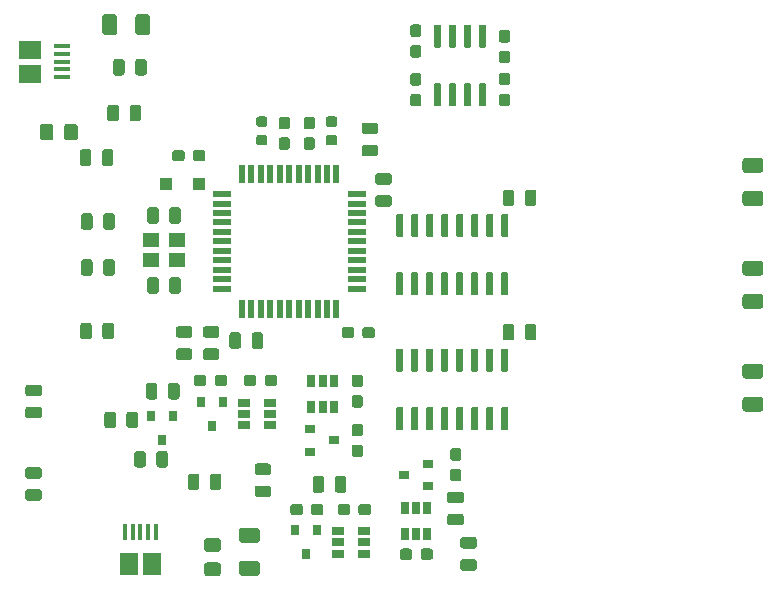
<source format=gtp>
G04 #@! TF.GenerationSoftware,KiCad,Pcbnew,5.1.5-52549c5~84~ubuntu18.04.1*
G04 #@! TF.CreationDate,2020-03-02T19:34:08+00:00*
G04 #@! TF.ProjectId,sangaboard_v0.4,73616e67-6162-46f6-9172-645f76302e34,rev?*
G04 #@! TF.SameCoordinates,Original*
G04 #@! TF.FileFunction,Paste,Top*
G04 #@! TF.FilePolarity,Positive*
%FSLAX46Y46*%
G04 Gerber Fmt 4.6, Leading zero omitted, Abs format (unit mm)*
G04 Created by KiCad (PCBNEW 5.1.5-52549c5~84~ubuntu18.04.1) date 2020-03-02 19:34:08*
%MOMM*%
%LPD*%
G04 APERTURE LIST*
%ADD10C,0.150000*%
%ADD11R,1.500000X0.550000*%
%ADD12R,0.550000X1.500000*%
%ADD13R,1.100000X1.100000*%
%ADD14R,1.900000X1.500000*%
%ADD15R,1.350000X0.400000*%
%ADD16R,1.500000X1.900000*%
%ADD17R,0.400000X1.350000*%
%ADD18R,1.060000X0.650000*%
%ADD19R,0.650000X1.060000*%
%ADD20R,0.800000X0.900000*%
%ADD21R,0.900000X0.800000*%
%ADD22R,1.400000X1.200000*%
G04 APERTURE END LIST*
D10*
G36*
X218059504Y-139116204D02*
G01*
X218083773Y-139119804D01*
X218107571Y-139125765D01*
X218130671Y-139134030D01*
X218152849Y-139144520D01*
X218173893Y-139157133D01*
X218193598Y-139171747D01*
X218211777Y-139188223D01*
X218228253Y-139206402D01*
X218242867Y-139226107D01*
X218255480Y-139247151D01*
X218265970Y-139269329D01*
X218274235Y-139292429D01*
X218280196Y-139316227D01*
X218283796Y-139340496D01*
X218285000Y-139365000D01*
X218285000Y-140115000D01*
X218283796Y-140139504D01*
X218280196Y-140163773D01*
X218274235Y-140187571D01*
X218265970Y-140210671D01*
X218255480Y-140232849D01*
X218242867Y-140253893D01*
X218228253Y-140273598D01*
X218211777Y-140291777D01*
X218193598Y-140308253D01*
X218173893Y-140322867D01*
X218152849Y-140335480D01*
X218130671Y-140345970D01*
X218107571Y-140354235D01*
X218083773Y-140360196D01*
X218059504Y-140363796D01*
X218035000Y-140365000D01*
X216785000Y-140365000D01*
X216760496Y-140363796D01*
X216736227Y-140360196D01*
X216712429Y-140354235D01*
X216689329Y-140345970D01*
X216667151Y-140335480D01*
X216646107Y-140322867D01*
X216626402Y-140308253D01*
X216608223Y-140291777D01*
X216591747Y-140273598D01*
X216577133Y-140253893D01*
X216564520Y-140232849D01*
X216554030Y-140210671D01*
X216545765Y-140187571D01*
X216539804Y-140163773D01*
X216536204Y-140139504D01*
X216535000Y-140115000D01*
X216535000Y-139365000D01*
X216536204Y-139340496D01*
X216539804Y-139316227D01*
X216545765Y-139292429D01*
X216554030Y-139269329D01*
X216564520Y-139247151D01*
X216577133Y-139226107D01*
X216591747Y-139206402D01*
X216608223Y-139188223D01*
X216626402Y-139171747D01*
X216646107Y-139157133D01*
X216667151Y-139144520D01*
X216689329Y-139134030D01*
X216712429Y-139125765D01*
X216736227Y-139119804D01*
X216760496Y-139116204D01*
X216785000Y-139115000D01*
X218035000Y-139115000D01*
X218059504Y-139116204D01*
G37*
G36*
X218059504Y-141916204D02*
G01*
X218083773Y-141919804D01*
X218107571Y-141925765D01*
X218130671Y-141934030D01*
X218152849Y-141944520D01*
X218173893Y-141957133D01*
X218193598Y-141971747D01*
X218211777Y-141988223D01*
X218228253Y-142006402D01*
X218242867Y-142026107D01*
X218255480Y-142047151D01*
X218265970Y-142069329D01*
X218274235Y-142092429D01*
X218280196Y-142116227D01*
X218283796Y-142140496D01*
X218285000Y-142165000D01*
X218285000Y-142915000D01*
X218283796Y-142939504D01*
X218280196Y-142963773D01*
X218274235Y-142987571D01*
X218265970Y-143010671D01*
X218255480Y-143032849D01*
X218242867Y-143053893D01*
X218228253Y-143073598D01*
X218211777Y-143091777D01*
X218193598Y-143108253D01*
X218173893Y-143122867D01*
X218152849Y-143135480D01*
X218130671Y-143145970D01*
X218107571Y-143154235D01*
X218083773Y-143160196D01*
X218059504Y-143163796D01*
X218035000Y-143165000D01*
X216785000Y-143165000D01*
X216760496Y-143163796D01*
X216736227Y-143160196D01*
X216712429Y-143154235D01*
X216689329Y-143145970D01*
X216667151Y-143135480D01*
X216646107Y-143122867D01*
X216626402Y-143108253D01*
X216608223Y-143091777D01*
X216591747Y-143073598D01*
X216577133Y-143053893D01*
X216564520Y-143032849D01*
X216554030Y-143010671D01*
X216545765Y-142987571D01*
X216539804Y-142963773D01*
X216536204Y-142939504D01*
X216535000Y-142915000D01*
X216535000Y-142165000D01*
X216536204Y-142140496D01*
X216539804Y-142116227D01*
X216545765Y-142092429D01*
X216554030Y-142069329D01*
X216564520Y-142047151D01*
X216577133Y-142026107D01*
X216591747Y-142006402D01*
X216608223Y-141988223D01*
X216626402Y-141971747D01*
X216646107Y-141957133D01*
X216667151Y-141944520D01*
X216689329Y-141934030D01*
X216712429Y-141925765D01*
X216736227Y-141919804D01*
X216760496Y-141916204D01*
X216785000Y-141915000D01*
X218035000Y-141915000D01*
X218059504Y-141916204D01*
G37*
D11*
X226480000Y-110860000D03*
X226480000Y-111660000D03*
X226480000Y-112460000D03*
X226480000Y-113260000D03*
X226480000Y-114060000D03*
X226480000Y-114860000D03*
X226480000Y-115660000D03*
X226480000Y-116460000D03*
X226480000Y-117260000D03*
X226480000Y-118060000D03*
X226480000Y-118860000D03*
D12*
X224780000Y-120560000D03*
X223980000Y-120560000D03*
X223180000Y-120560000D03*
X222380000Y-120560000D03*
X221580000Y-120560000D03*
X220780000Y-120560000D03*
X219980000Y-120560000D03*
X219180000Y-120560000D03*
X218380000Y-120560000D03*
X217580000Y-120560000D03*
X216780000Y-120560000D03*
D11*
X215080000Y-118860000D03*
X215080000Y-118060000D03*
X215080000Y-117260000D03*
X215080000Y-116460000D03*
X215080000Y-115660000D03*
X215080000Y-114860000D03*
X215080000Y-114060000D03*
X215080000Y-113260000D03*
X215080000Y-112460000D03*
X215080000Y-111660000D03*
X215080000Y-110860000D03*
D12*
X216780000Y-109160000D03*
X217580000Y-109160000D03*
X218380000Y-109160000D03*
X219180000Y-109160000D03*
X219980000Y-109160000D03*
X220780000Y-109160000D03*
X221580000Y-109160000D03*
X222380000Y-109160000D03*
X223180000Y-109160000D03*
X223980000Y-109160000D03*
X224780000Y-109160000D03*
D10*
G36*
X213463279Y-107126144D02*
G01*
X213486334Y-107129563D01*
X213508943Y-107135227D01*
X213530887Y-107143079D01*
X213551957Y-107153044D01*
X213571948Y-107165026D01*
X213590668Y-107178910D01*
X213607938Y-107194562D01*
X213623590Y-107211832D01*
X213637474Y-107230552D01*
X213649456Y-107250543D01*
X213659421Y-107271613D01*
X213667273Y-107293557D01*
X213672937Y-107316166D01*
X213676356Y-107339221D01*
X213677500Y-107362500D01*
X213677500Y-107837500D01*
X213676356Y-107860779D01*
X213672937Y-107883834D01*
X213667273Y-107906443D01*
X213659421Y-107928387D01*
X213649456Y-107949457D01*
X213637474Y-107969448D01*
X213623590Y-107988168D01*
X213607938Y-108005438D01*
X213590668Y-108021090D01*
X213571948Y-108034974D01*
X213551957Y-108046956D01*
X213530887Y-108056921D01*
X213508943Y-108064773D01*
X213486334Y-108070437D01*
X213463279Y-108073856D01*
X213440000Y-108075000D01*
X212865000Y-108075000D01*
X212841721Y-108073856D01*
X212818666Y-108070437D01*
X212796057Y-108064773D01*
X212774113Y-108056921D01*
X212753043Y-108046956D01*
X212733052Y-108034974D01*
X212714332Y-108021090D01*
X212697062Y-108005438D01*
X212681410Y-107988168D01*
X212667526Y-107969448D01*
X212655544Y-107949457D01*
X212645579Y-107928387D01*
X212637727Y-107906443D01*
X212632063Y-107883834D01*
X212628644Y-107860779D01*
X212627500Y-107837500D01*
X212627500Y-107362500D01*
X212628644Y-107339221D01*
X212632063Y-107316166D01*
X212637727Y-107293557D01*
X212645579Y-107271613D01*
X212655544Y-107250543D01*
X212667526Y-107230552D01*
X212681410Y-107211832D01*
X212697062Y-107194562D01*
X212714332Y-107178910D01*
X212733052Y-107165026D01*
X212753043Y-107153044D01*
X212774113Y-107143079D01*
X212796057Y-107135227D01*
X212818666Y-107129563D01*
X212841721Y-107126144D01*
X212865000Y-107125000D01*
X213440000Y-107125000D01*
X213463279Y-107126144D01*
G37*
G36*
X211713279Y-107126144D02*
G01*
X211736334Y-107129563D01*
X211758943Y-107135227D01*
X211780887Y-107143079D01*
X211801957Y-107153044D01*
X211821948Y-107165026D01*
X211840668Y-107178910D01*
X211857938Y-107194562D01*
X211873590Y-107211832D01*
X211887474Y-107230552D01*
X211899456Y-107250543D01*
X211909421Y-107271613D01*
X211917273Y-107293557D01*
X211922937Y-107316166D01*
X211926356Y-107339221D01*
X211927500Y-107362500D01*
X211927500Y-107837500D01*
X211926356Y-107860779D01*
X211922937Y-107883834D01*
X211917273Y-107906443D01*
X211909421Y-107928387D01*
X211899456Y-107949457D01*
X211887474Y-107969448D01*
X211873590Y-107988168D01*
X211857938Y-108005438D01*
X211840668Y-108021090D01*
X211821948Y-108034974D01*
X211801957Y-108046956D01*
X211780887Y-108056921D01*
X211758943Y-108064773D01*
X211736334Y-108070437D01*
X211713279Y-108073856D01*
X211690000Y-108075000D01*
X211115000Y-108075000D01*
X211091721Y-108073856D01*
X211068666Y-108070437D01*
X211046057Y-108064773D01*
X211024113Y-108056921D01*
X211003043Y-108046956D01*
X210983052Y-108034974D01*
X210964332Y-108021090D01*
X210947062Y-108005438D01*
X210931410Y-107988168D01*
X210917526Y-107969448D01*
X210905544Y-107949457D01*
X210895579Y-107928387D01*
X210887727Y-107906443D01*
X210882063Y-107883834D01*
X210878644Y-107860779D01*
X210877500Y-107837500D01*
X210877500Y-107362500D01*
X210878644Y-107339221D01*
X210882063Y-107316166D01*
X210887727Y-107293557D01*
X210895579Y-107271613D01*
X210905544Y-107250543D01*
X210917526Y-107230552D01*
X210931410Y-107211832D01*
X210947062Y-107194562D01*
X210964332Y-107178910D01*
X210983052Y-107165026D01*
X211003043Y-107153044D01*
X211024113Y-107143079D01*
X211046057Y-107135227D01*
X211068666Y-107129563D01*
X211091721Y-107126144D01*
X211115000Y-107125000D01*
X211690000Y-107125000D01*
X211713279Y-107126144D01*
G37*
G36*
X227813279Y-122116144D02*
G01*
X227836334Y-122119563D01*
X227858943Y-122125227D01*
X227880887Y-122133079D01*
X227901957Y-122143044D01*
X227921948Y-122155026D01*
X227940668Y-122168910D01*
X227957938Y-122184562D01*
X227973590Y-122201832D01*
X227987474Y-122220552D01*
X227999456Y-122240543D01*
X228009421Y-122261613D01*
X228017273Y-122283557D01*
X228022937Y-122306166D01*
X228026356Y-122329221D01*
X228027500Y-122352500D01*
X228027500Y-122827500D01*
X228026356Y-122850779D01*
X228022937Y-122873834D01*
X228017273Y-122896443D01*
X228009421Y-122918387D01*
X227999456Y-122939457D01*
X227987474Y-122959448D01*
X227973590Y-122978168D01*
X227957938Y-122995438D01*
X227940668Y-123011090D01*
X227921948Y-123024974D01*
X227901957Y-123036956D01*
X227880887Y-123046921D01*
X227858943Y-123054773D01*
X227836334Y-123060437D01*
X227813279Y-123063856D01*
X227790000Y-123065000D01*
X227215000Y-123065000D01*
X227191721Y-123063856D01*
X227168666Y-123060437D01*
X227146057Y-123054773D01*
X227124113Y-123046921D01*
X227103043Y-123036956D01*
X227083052Y-123024974D01*
X227064332Y-123011090D01*
X227047062Y-122995438D01*
X227031410Y-122978168D01*
X227017526Y-122959448D01*
X227005544Y-122939457D01*
X226995579Y-122918387D01*
X226987727Y-122896443D01*
X226982063Y-122873834D01*
X226978644Y-122850779D01*
X226977500Y-122827500D01*
X226977500Y-122352500D01*
X226978644Y-122329221D01*
X226982063Y-122306166D01*
X226987727Y-122283557D01*
X226995579Y-122261613D01*
X227005544Y-122240543D01*
X227017526Y-122220552D01*
X227031410Y-122201832D01*
X227047062Y-122184562D01*
X227064332Y-122168910D01*
X227083052Y-122155026D01*
X227103043Y-122143044D01*
X227124113Y-122133079D01*
X227146057Y-122125227D01*
X227168666Y-122119563D01*
X227191721Y-122116144D01*
X227215000Y-122115000D01*
X227790000Y-122115000D01*
X227813279Y-122116144D01*
G37*
G36*
X226063279Y-122116144D02*
G01*
X226086334Y-122119563D01*
X226108943Y-122125227D01*
X226130887Y-122133079D01*
X226151957Y-122143044D01*
X226171948Y-122155026D01*
X226190668Y-122168910D01*
X226207938Y-122184562D01*
X226223590Y-122201832D01*
X226237474Y-122220552D01*
X226249456Y-122240543D01*
X226259421Y-122261613D01*
X226267273Y-122283557D01*
X226272937Y-122306166D01*
X226276356Y-122329221D01*
X226277500Y-122352500D01*
X226277500Y-122827500D01*
X226276356Y-122850779D01*
X226272937Y-122873834D01*
X226267273Y-122896443D01*
X226259421Y-122918387D01*
X226249456Y-122939457D01*
X226237474Y-122959448D01*
X226223590Y-122978168D01*
X226207938Y-122995438D01*
X226190668Y-123011090D01*
X226171948Y-123024974D01*
X226151957Y-123036956D01*
X226130887Y-123046921D01*
X226108943Y-123054773D01*
X226086334Y-123060437D01*
X226063279Y-123063856D01*
X226040000Y-123065000D01*
X225465000Y-123065000D01*
X225441721Y-123063856D01*
X225418666Y-123060437D01*
X225396057Y-123054773D01*
X225374113Y-123046921D01*
X225353043Y-123036956D01*
X225333052Y-123024974D01*
X225314332Y-123011090D01*
X225297062Y-122995438D01*
X225281410Y-122978168D01*
X225267526Y-122959448D01*
X225255544Y-122939457D01*
X225245579Y-122918387D01*
X225237727Y-122896443D01*
X225232063Y-122873834D01*
X225228644Y-122850779D01*
X225227500Y-122827500D01*
X225227500Y-122352500D01*
X225228644Y-122329221D01*
X225232063Y-122306166D01*
X225237727Y-122283557D01*
X225245579Y-122261613D01*
X225255544Y-122240543D01*
X225267526Y-122220552D01*
X225281410Y-122201832D01*
X225297062Y-122184562D01*
X225314332Y-122168910D01*
X225333052Y-122155026D01*
X225353043Y-122143044D01*
X225374113Y-122133079D01*
X225396057Y-122125227D01*
X225418666Y-122119563D01*
X225441721Y-122116144D01*
X225465000Y-122115000D01*
X226040000Y-122115000D01*
X226063279Y-122116144D01*
G37*
G36*
X222727445Y-104311144D02*
G01*
X222750500Y-104314563D01*
X222773109Y-104320227D01*
X222795053Y-104328079D01*
X222816123Y-104338044D01*
X222836114Y-104350026D01*
X222854834Y-104363910D01*
X222872104Y-104379562D01*
X222887756Y-104396832D01*
X222901640Y-104415552D01*
X222913622Y-104435543D01*
X222923587Y-104456613D01*
X222931439Y-104478557D01*
X222937103Y-104501166D01*
X222940522Y-104524221D01*
X222941666Y-104547500D01*
X222941666Y-105122500D01*
X222940522Y-105145779D01*
X222937103Y-105168834D01*
X222931439Y-105191443D01*
X222923587Y-105213387D01*
X222913622Y-105234457D01*
X222901640Y-105254448D01*
X222887756Y-105273168D01*
X222872104Y-105290438D01*
X222854834Y-105306090D01*
X222836114Y-105319974D01*
X222816123Y-105331956D01*
X222795053Y-105341921D01*
X222773109Y-105349773D01*
X222750500Y-105355437D01*
X222727445Y-105358856D01*
X222704166Y-105360000D01*
X222229166Y-105360000D01*
X222205887Y-105358856D01*
X222182832Y-105355437D01*
X222160223Y-105349773D01*
X222138279Y-105341921D01*
X222117209Y-105331956D01*
X222097218Y-105319974D01*
X222078498Y-105306090D01*
X222061228Y-105290438D01*
X222045576Y-105273168D01*
X222031692Y-105254448D01*
X222019710Y-105234457D01*
X222009745Y-105213387D01*
X222001893Y-105191443D01*
X221996229Y-105168834D01*
X221992810Y-105145779D01*
X221991666Y-105122500D01*
X221991666Y-104547500D01*
X221992810Y-104524221D01*
X221996229Y-104501166D01*
X222001893Y-104478557D01*
X222009745Y-104456613D01*
X222019710Y-104435543D01*
X222031692Y-104415552D01*
X222045576Y-104396832D01*
X222061228Y-104379562D01*
X222078498Y-104363910D01*
X222097218Y-104350026D01*
X222117209Y-104338044D01*
X222138279Y-104328079D01*
X222160223Y-104320227D01*
X222182832Y-104314563D01*
X222205887Y-104311144D01*
X222229166Y-104310000D01*
X222704166Y-104310000D01*
X222727445Y-104311144D01*
G37*
G36*
X222727445Y-106061144D02*
G01*
X222750500Y-106064563D01*
X222773109Y-106070227D01*
X222795053Y-106078079D01*
X222816123Y-106088044D01*
X222836114Y-106100026D01*
X222854834Y-106113910D01*
X222872104Y-106129562D01*
X222887756Y-106146832D01*
X222901640Y-106165552D01*
X222913622Y-106185543D01*
X222923587Y-106206613D01*
X222931439Y-106228557D01*
X222937103Y-106251166D01*
X222940522Y-106274221D01*
X222941666Y-106297500D01*
X222941666Y-106872500D01*
X222940522Y-106895779D01*
X222937103Y-106918834D01*
X222931439Y-106941443D01*
X222923587Y-106963387D01*
X222913622Y-106984457D01*
X222901640Y-107004448D01*
X222887756Y-107023168D01*
X222872104Y-107040438D01*
X222854834Y-107056090D01*
X222836114Y-107069974D01*
X222816123Y-107081956D01*
X222795053Y-107091921D01*
X222773109Y-107099773D01*
X222750500Y-107105437D01*
X222727445Y-107108856D01*
X222704166Y-107110000D01*
X222229166Y-107110000D01*
X222205887Y-107108856D01*
X222182832Y-107105437D01*
X222160223Y-107099773D01*
X222138279Y-107091921D01*
X222117209Y-107081956D01*
X222097218Y-107069974D01*
X222078498Y-107056090D01*
X222061228Y-107040438D01*
X222045576Y-107023168D01*
X222031692Y-107004448D01*
X222019710Y-106984457D01*
X222009745Y-106963387D01*
X222001893Y-106941443D01*
X221996229Y-106918834D01*
X221992810Y-106895779D01*
X221991666Y-106872500D01*
X221991666Y-106297500D01*
X221992810Y-106274221D01*
X221996229Y-106251166D01*
X222001893Y-106228557D01*
X222009745Y-106206613D01*
X222019710Y-106185543D01*
X222031692Y-106165552D01*
X222045576Y-106146832D01*
X222061228Y-106129562D01*
X222078498Y-106113910D01*
X222097218Y-106100026D01*
X222117209Y-106088044D01*
X222138279Y-106078079D01*
X222160223Y-106070227D01*
X222182832Y-106064563D01*
X222205887Y-106061144D01*
X222229166Y-106060000D01*
X222704166Y-106060000D01*
X222727445Y-106061144D01*
G37*
G36*
X220614112Y-104311144D02*
G01*
X220637167Y-104314563D01*
X220659776Y-104320227D01*
X220681720Y-104328079D01*
X220702790Y-104338044D01*
X220722781Y-104350026D01*
X220741501Y-104363910D01*
X220758771Y-104379562D01*
X220774423Y-104396832D01*
X220788307Y-104415552D01*
X220800289Y-104435543D01*
X220810254Y-104456613D01*
X220818106Y-104478557D01*
X220823770Y-104501166D01*
X220827189Y-104524221D01*
X220828333Y-104547500D01*
X220828333Y-105122500D01*
X220827189Y-105145779D01*
X220823770Y-105168834D01*
X220818106Y-105191443D01*
X220810254Y-105213387D01*
X220800289Y-105234457D01*
X220788307Y-105254448D01*
X220774423Y-105273168D01*
X220758771Y-105290438D01*
X220741501Y-105306090D01*
X220722781Y-105319974D01*
X220702790Y-105331956D01*
X220681720Y-105341921D01*
X220659776Y-105349773D01*
X220637167Y-105355437D01*
X220614112Y-105358856D01*
X220590833Y-105360000D01*
X220115833Y-105360000D01*
X220092554Y-105358856D01*
X220069499Y-105355437D01*
X220046890Y-105349773D01*
X220024946Y-105341921D01*
X220003876Y-105331956D01*
X219983885Y-105319974D01*
X219965165Y-105306090D01*
X219947895Y-105290438D01*
X219932243Y-105273168D01*
X219918359Y-105254448D01*
X219906377Y-105234457D01*
X219896412Y-105213387D01*
X219888560Y-105191443D01*
X219882896Y-105168834D01*
X219879477Y-105145779D01*
X219878333Y-105122500D01*
X219878333Y-104547500D01*
X219879477Y-104524221D01*
X219882896Y-104501166D01*
X219888560Y-104478557D01*
X219896412Y-104456613D01*
X219906377Y-104435543D01*
X219918359Y-104415552D01*
X219932243Y-104396832D01*
X219947895Y-104379562D01*
X219965165Y-104363910D01*
X219983885Y-104350026D01*
X220003876Y-104338044D01*
X220024946Y-104328079D01*
X220046890Y-104320227D01*
X220069499Y-104314563D01*
X220092554Y-104311144D01*
X220115833Y-104310000D01*
X220590833Y-104310000D01*
X220614112Y-104311144D01*
G37*
G36*
X220614112Y-106061144D02*
G01*
X220637167Y-106064563D01*
X220659776Y-106070227D01*
X220681720Y-106078079D01*
X220702790Y-106088044D01*
X220722781Y-106100026D01*
X220741501Y-106113910D01*
X220758771Y-106129562D01*
X220774423Y-106146832D01*
X220788307Y-106165552D01*
X220800289Y-106185543D01*
X220810254Y-106206613D01*
X220818106Y-106228557D01*
X220823770Y-106251166D01*
X220827189Y-106274221D01*
X220828333Y-106297500D01*
X220828333Y-106872500D01*
X220827189Y-106895779D01*
X220823770Y-106918834D01*
X220818106Y-106941443D01*
X220810254Y-106963387D01*
X220800289Y-106984457D01*
X220788307Y-107004448D01*
X220774423Y-107023168D01*
X220758771Y-107040438D01*
X220741501Y-107056090D01*
X220722781Y-107069974D01*
X220702790Y-107081956D01*
X220681720Y-107091921D01*
X220659776Y-107099773D01*
X220637167Y-107105437D01*
X220614112Y-107108856D01*
X220590833Y-107110000D01*
X220115833Y-107110000D01*
X220092554Y-107108856D01*
X220069499Y-107105437D01*
X220046890Y-107099773D01*
X220024946Y-107091921D01*
X220003876Y-107081956D01*
X219983885Y-107069974D01*
X219965165Y-107056090D01*
X219947895Y-107040438D01*
X219932243Y-107023168D01*
X219918359Y-107004448D01*
X219906377Y-106984457D01*
X219896412Y-106963387D01*
X219888560Y-106941443D01*
X219882896Y-106918834D01*
X219879477Y-106895779D01*
X219878333Y-106872500D01*
X219878333Y-106297500D01*
X219879477Y-106274221D01*
X219882896Y-106251166D01*
X219888560Y-106228557D01*
X219896412Y-106206613D01*
X219906377Y-106185543D01*
X219918359Y-106165552D01*
X219932243Y-106146832D01*
X219947895Y-106129562D01*
X219965165Y-106113910D01*
X219983885Y-106100026D01*
X220003876Y-106088044D01*
X220024946Y-106078079D01*
X220046890Y-106070227D01*
X220069499Y-106064563D01*
X220092554Y-106061144D01*
X220115833Y-106060000D01*
X220590833Y-106060000D01*
X220614112Y-106061144D01*
G37*
G36*
X205880142Y-129271174D02*
G01*
X205903803Y-129274684D01*
X205927007Y-129280496D01*
X205949529Y-129288554D01*
X205971153Y-129298782D01*
X205991670Y-129311079D01*
X206010883Y-129325329D01*
X206028607Y-129341393D01*
X206044671Y-129359117D01*
X206058921Y-129378330D01*
X206071218Y-129398847D01*
X206081446Y-129420471D01*
X206089504Y-129442993D01*
X206095316Y-129466197D01*
X206098826Y-129489858D01*
X206100000Y-129513750D01*
X206100000Y-130426250D01*
X206098826Y-130450142D01*
X206095316Y-130473803D01*
X206089504Y-130497007D01*
X206081446Y-130519529D01*
X206071218Y-130541153D01*
X206058921Y-130561670D01*
X206044671Y-130580883D01*
X206028607Y-130598607D01*
X206010883Y-130614671D01*
X205991670Y-130628921D01*
X205971153Y-130641218D01*
X205949529Y-130651446D01*
X205927007Y-130659504D01*
X205903803Y-130665316D01*
X205880142Y-130668826D01*
X205856250Y-130670000D01*
X205368750Y-130670000D01*
X205344858Y-130668826D01*
X205321197Y-130665316D01*
X205297993Y-130659504D01*
X205275471Y-130651446D01*
X205253847Y-130641218D01*
X205233330Y-130628921D01*
X205214117Y-130614671D01*
X205196393Y-130598607D01*
X205180329Y-130580883D01*
X205166079Y-130561670D01*
X205153782Y-130541153D01*
X205143554Y-130519529D01*
X205135496Y-130497007D01*
X205129684Y-130473803D01*
X205126174Y-130450142D01*
X205125000Y-130426250D01*
X205125000Y-129513750D01*
X205126174Y-129489858D01*
X205129684Y-129466197D01*
X205135496Y-129442993D01*
X205143554Y-129420471D01*
X205153782Y-129398847D01*
X205166079Y-129378330D01*
X205180329Y-129359117D01*
X205196393Y-129341393D01*
X205214117Y-129325329D01*
X205233330Y-129311079D01*
X205253847Y-129298782D01*
X205275471Y-129288554D01*
X205297993Y-129280496D01*
X205321197Y-129274684D01*
X205344858Y-129271174D01*
X205368750Y-129270000D01*
X205856250Y-129270000D01*
X205880142Y-129271174D01*
G37*
G36*
X207755142Y-129271174D02*
G01*
X207778803Y-129274684D01*
X207802007Y-129280496D01*
X207824529Y-129288554D01*
X207846153Y-129298782D01*
X207866670Y-129311079D01*
X207885883Y-129325329D01*
X207903607Y-129341393D01*
X207919671Y-129359117D01*
X207933921Y-129378330D01*
X207946218Y-129398847D01*
X207956446Y-129420471D01*
X207964504Y-129442993D01*
X207970316Y-129466197D01*
X207973826Y-129489858D01*
X207975000Y-129513750D01*
X207975000Y-130426250D01*
X207973826Y-130450142D01*
X207970316Y-130473803D01*
X207964504Y-130497007D01*
X207956446Y-130519529D01*
X207946218Y-130541153D01*
X207933921Y-130561670D01*
X207919671Y-130580883D01*
X207903607Y-130598607D01*
X207885883Y-130614671D01*
X207866670Y-130628921D01*
X207846153Y-130641218D01*
X207824529Y-130651446D01*
X207802007Y-130659504D01*
X207778803Y-130665316D01*
X207755142Y-130668826D01*
X207731250Y-130670000D01*
X207243750Y-130670000D01*
X207219858Y-130668826D01*
X207196197Y-130665316D01*
X207172993Y-130659504D01*
X207150471Y-130651446D01*
X207128847Y-130641218D01*
X207108330Y-130628921D01*
X207089117Y-130614671D01*
X207071393Y-130598607D01*
X207055329Y-130580883D01*
X207041079Y-130561670D01*
X207028782Y-130541153D01*
X207018554Y-130519529D01*
X207010496Y-130497007D01*
X207004684Y-130473803D01*
X207001174Y-130450142D01*
X207000000Y-130426250D01*
X207000000Y-129513750D01*
X207001174Y-129489858D01*
X207004684Y-129466197D01*
X207010496Y-129442993D01*
X207018554Y-129420471D01*
X207028782Y-129398847D01*
X207041079Y-129378330D01*
X207055329Y-129359117D01*
X207071393Y-129341393D01*
X207089117Y-129325329D01*
X207108330Y-129311079D01*
X207128847Y-129298782D01*
X207150471Y-129288554D01*
X207172993Y-129280496D01*
X207196197Y-129274684D01*
X207219858Y-129271174D01*
X207243750Y-129270000D01*
X207731250Y-129270000D01*
X207755142Y-129271174D01*
G37*
G36*
X208412642Y-132611174D02*
G01*
X208436303Y-132614684D01*
X208459507Y-132620496D01*
X208482029Y-132628554D01*
X208503653Y-132638782D01*
X208524170Y-132651079D01*
X208543383Y-132665329D01*
X208561107Y-132681393D01*
X208577171Y-132699117D01*
X208591421Y-132718330D01*
X208603718Y-132738847D01*
X208613946Y-132760471D01*
X208622004Y-132782993D01*
X208627816Y-132806197D01*
X208631326Y-132829858D01*
X208632500Y-132853750D01*
X208632500Y-133766250D01*
X208631326Y-133790142D01*
X208627816Y-133813803D01*
X208622004Y-133837007D01*
X208613946Y-133859529D01*
X208603718Y-133881153D01*
X208591421Y-133901670D01*
X208577171Y-133920883D01*
X208561107Y-133938607D01*
X208543383Y-133954671D01*
X208524170Y-133968921D01*
X208503653Y-133981218D01*
X208482029Y-133991446D01*
X208459507Y-133999504D01*
X208436303Y-134005316D01*
X208412642Y-134008826D01*
X208388750Y-134010000D01*
X207901250Y-134010000D01*
X207877358Y-134008826D01*
X207853697Y-134005316D01*
X207830493Y-133999504D01*
X207807971Y-133991446D01*
X207786347Y-133981218D01*
X207765830Y-133968921D01*
X207746617Y-133954671D01*
X207728893Y-133938607D01*
X207712829Y-133920883D01*
X207698579Y-133901670D01*
X207686282Y-133881153D01*
X207676054Y-133859529D01*
X207667996Y-133837007D01*
X207662184Y-133813803D01*
X207658674Y-133790142D01*
X207657500Y-133766250D01*
X207657500Y-132853750D01*
X207658674Y-132829858D01*
X207662184Y-132806197D01*
X207667996Y-132782993D01*
X207676054Y-132760471D01*
X207686282Y-132738847D01*
X207698579Y-132718330D01*
X207712829Y-132699117D01*
X207728893Y-132681393D01*
X207746617Y-132665329D01*
X207765830Y-132651079D01*
X207786347Y-132638782D01*
X207807971Y-132628554D01*
X207830493Y-132620496D01*
X207853697Y-132614684D01*
X207877358Y-132611174D01*
X207901250Y-132610000D01*
X208388750Y-132610000D01*
X208412642Y-132611174D01*
G37*
G36*
X210287642Y-132611174D02*
G01*
X210311303Y-132614684D01*
X210334507Y-132620496D01*
X210357029Y-132628554D01*
X210378653Y-132638782D01*
X210399170Y-132651079D01*
X210418383Y-132665329D01*
X210436107Y-132681393D01*
X210452171Y-132699117D01*
X210466421Y-132718330D01*
X210478718Y-132738847D01*
X210488946Y-132760471D01*
X210497004Y-132782993D01*
X210502816Y-132806197D01*
X210506326Y-132829858D01*
X210507500Y-132853750D01*
X210507500Y-133766250D01*
X210506326Y-133790142D01*
X210502816Y-133813803D01*
X210497004Y-133837007D01*
X210488946Y-133859529D01*
X210478718Y-133881153D01*
X210466421Y-133901670D01*
X210452171Y-133920883D01*
X210436107Y-133938607D01*
X210418383Y-133954671D01*
X210399170Y-133968921D01*
X210378653Y-133981218D01*
X210357029Y-133991446D01*
X210334507Y-133999504D01*
X210311303Y-134005316D01*
X210287642Y-134008826D01*
X210263750Y-134010000D01*
X209776250Y-134010000D01*
X209752358Y-134008826D01*
X209728697Y-134005316D01*
X209705493Y-133999504D01*
X209682971Y-133991446D01*
X209661347Y-133981218D01*
X209640830Y-133968921D01*
X209621617Y-133954671D01*
X209603893Y-133938607D01*
X209587829Y-133920883D01*
X209573579Y-133901670D01*
X209561282Y-133881153D01*
X209551054Y-133859529D01*
X209542996Y-133837007D01*
X209537184Y-133813803D01*
X209533674Y-133790142D01*
X209532500Y-133766250D01*
X209532500Y-132853750D01*
X209533674Y-132829858D01*
X209537184Y-132806197D01*
X209542996Y-132782993D01*
X209551054Y-132760471D01*
X209561282Y-132738847D01*
X209573579Y-132718330D01*
X209587829Y-132699117D01*
X209603893Y-132681393D01*
X209621617Y-132665329D01*
X209640830Y-132651079D01*
X209661347Y-132638782D01*
X209682971Y-132628554D01*
X209705493Y-132620496D01*
X209728697Y-132614684D01*
X209752358Y-132611174D01*
X209776250Y-132610000D01*
X210263750Y-132610000D01*
X210287642Y-132611174D01*
G37*
G36*
X212950142Y-134521174D02*
G01*
X212973803Y-134524684D01*
X212997007Y-134530496D01*
X213019529Y-134538554D01*
X213041153Y-134548782D01*
X213061670Y-134561079D01*
X213080883Y-134575329D01*
X213098607Y-134591393D01*
X213114671Y-134609117D01*
X213128921Y-134628330D01*
X213141218Y-134648847D01*
X213151446Y-134670471D01*
X213159504Y-134692993D01*
X213165316Y-134716197D01*
X213168826Y-134739858D01*
X213170000Y-134763750D01*
X213170000Y-135676250D01*
X213168826Y-135700142D01*
X213165316Y-135723803D01*
X213159504Y-135747007D01*
X213151446Y-135769529D01*
X213141218Y-135791153D01*
X213128921Y-135811670D01*
X213114671Y-135830883D01*
X213098607Y-135848607D01*
X213080883Y-135864671D01*
X213061670Y-135878921D01*
X213041153Y-135891218D01*
X213019529Y-135901446D01*
X212997007Y-135909504D01*
X212973803Y-135915316D01*
X212950142Y-135918826D01*
X212926250Y-135920000D01*
X212438750Y-135920000D01*
X212414858Y-135918826D01*
X212391197Y-135915316D01*
X212367993Y-135909504D01*
X212345471Y-135901446D01*
X212323847Y-135891218D01*
X212303330Y-135878921D01*
X212284117Y-135864671D01*
X212266393Y-135848607D01*
X212250329Y-135830883D01*
X212236079Y-135811670D01*
X212223782Y-135791153D01*
X212213554Y-135769529D01*
X212205496Y-135747007D01*
X212199684Y-135723803D01*
X212196174Y-135700142D01*
X212195000Y-135676250D01*
X212195000Y-134763750D01*
X212196174Y-134739858D01*
X212199684Y-134716197D01*
X212205496Y-134692993D01*
X212213554Y-134670471D01*
X212223782Y-134648847D01*
X212236079Y-134628330D01*
X212250329Y-134609117D01*
X212266393Y-134591393D01*
X212284117Y-134575329D01*
X212303330Y-134561079D01*
X212323847Y-134548782D01*
X212345471Y-134538554D01*
X212367993Y-134530496D01*
X212391197Y-134524684D01*
X212414858Y-134521174D01*
X212438750Y-134520000D01*
X212926250Y-134520000D01*
X212950142Y-134521174D01*
G37*
G36*
X214825142Y-134521174D02*
G01*
X214848803Y-134524684D01*
X214872007Y-134530496D01*
X214894529Y-134538554D01*
X214916153Y-134548782D01*
X214936670Y-134561079D01*
X214955883Y-134575329D01*
X214973607Y-134591393D01*
X214989671Y-134609117D01*
X215003921Y-134628330D01*
X215016218Y-134648847D01*
X215026446Y-134670471D01*
X215034504Y-134692993D01*
X215040316Y-134716197D01*
X215043826Y-134739858D01*
X215045000Y-134763750D01*
X215045000Y-135676250D01*
X215043826Y-135700142D01*
X215040316Y-135723803D01*
X215034504Y-135747007D01*
X215026446Y-135769529D01*
X215016218Y-135791153D01*
X215003921Y-135811670D01*
X214989671Y-135830883D01*
X214973607Y-135848607D01*
X214955883Y-135864671D01*
X214936670Y-135878921D01*
X214916153Y-135891218D01*
X214894529Y-135901446D01*
X214872007Y-135909504D01*
X214848803Y-135915316D01*
X214825142Y-135918826D01*
X214801250Y-135920000D01*
X214313750Y-135920000D01*
X214289858Y-135918826D01*
X214266197Y-135915316D01*
X214242993Y-135909504D01*
X214220471Y-135901446D01*
X214198847Y-135891218D01*
X214178330Y-135878921D01*
X214159117Y-135864671D01*
X214141393Y-135848607D01*
X214125329Y-135830883D01*
X214111079Y-135811670D01*
X214098782Y-135791153D01*
X214088554Y-135769529D01*
X214080496Y-135747007D01*
X214074684Y-135723803D01*
X214071174Y-135700142D01*
X214070000Y-135676250D01*
X214070000Y-134763750D01*
X214071174Y-134739858D01*
X214074684Y-134716197D01*
X214080496Y-134692993D01*
X214088554Y-134670471D01*
X214098782Y-134648847D01*
X214111079Y-134628330D01*
X214125329Y-134609117D01*
X214141393Y-134591393D01*
X214159117Y-134575329D01*
X214178330Y-134561079D01*
X214198847Y-134548782D01*
X214220471Y-134538554D01*
X214242993Y-134530496D01*
X214266197Y-134524684D01*
X214289858Y-134521174D01*
X214313750Y-134520000D01*
X214801250Y-134520000D01*
X214825142Y-134521174D01*
G37*
G36*
X206620142Y-99421174D02*
G01*
X206643803Y-99424684D01*
X206667007Y-99430496D01*
X206689529Y-99438554D01*
X206711153Y-99448782D01*
X206731670Y-99461079D01*
X206750883Y-99475329D01*
X206768607Y-99491393D01*
X206784671Y-99509117D01*
X206798921Y-99528330D01*
X206811218Y-99548847D01*
X206821446Y-99570471D01*
X206829504Y-99592993D01*
X206835316Y-99616197D01*
X206838826Y-99639858D01*
X206840000Y-99663750D01*
X206840000Y-100576250D01*
X206838826Y-100600142D01*
X206835316Y-100623803D01*
X206829504Y-100647007D01*
X206821446Y-100669529D01*
X206811218Y-100691153D01*
X206798921Y-100711670D01*
X206784671Y-100730883D01*
X206768607Y-100748607D01*
X206750883Y-100764671D01*
X206731670Y-100778921D01*
X206711153Y-100791218D01*
X206689529Y-100801446D01*
X206667007Y-100809504D01*
X206643803Y-100815316D01*
X206620142Y-100818826D01*
X206596250Y-100820000D01*
X206108750Y-100820000D01*
X206084858Y-100818826D01*
X206061197Y-100815316D01*
X206037993Y-100809504D01*
X206015471Y-100801446D01*
X205993847Y-100791218D01*
X205973330Y-100778921D01*
X205954117Y-100764671D01*
X205936393Y-100748607D01*
X205920329Y-100730883D01*
X205906079Y-100711670D01*
X205893782Y-100691153D01*
X205883554Y-100669529D01*
X205875496Y-100647007D01*
X205869684Y-100623803D01*
X205866174Y-100600142D01*
X205865000Y-100576250D01*
X205865000Y-99663750D01*
X205866174Y-99639858D01*
X205869684Y-99616197D01*
X205875496Y-99592993D01*
X205883554Y-99570471D01*
X205893782Y-99548847D01*
X205906079Y-99528330D01*
X205920329Y-99509117D01*
X205936393Y-99491393D01*
X205954117Y-99475329D01*
X205973330Y-99461079D01*
X205993847Y-99448782D01*
X206015471Y-99438554D01*
X206037993Y-99430496D01*
X206061197Y-99424684D01*
X206084858Y-99421174D01*
X206108750Y-99420000D01*
X206596250Y-99420000D01*
X206620142Y-99421174D01*
G37*
G36*
X208495142Y-99421174D02*
G01*
X208518803Y-99424684D01*
X208542007Y-99430496D01*
X208564529Y-99438554D01*
X208586153Y-99448782D01*
X208606670Y-99461079D01*
X208625883Y-99475329D01*
X208643607Y-99491393D01*
X208659671Y-99509117D01*
X208673921Y-99528330D01*
X208686218Y-99548847D01*
X208696446Y-99570471D01*
X208704504Y-99592993D01*
X208710316Y-99616197D01*
X208713826Y-99639858D01*
X208715000Y-99663750D01*
X208715000Y-100576250D01*
X208713826Y-100600142D01*
X208710316Y-100623803D01*
X208704504Y-100647007D01*
X208696446Y-100669529D01*
X208686218Y-100691153D01*
X208673921Y-100711670D01*
X208659671Y-100730883D01*
X208643607Y-100748607D01*
X208625883Y-100764671D01*
X208606670Y-100778921D01*
X208586153Y-100791218D01*
X208564529Y-100801446D01*
X208542007Y-100809504D01*
X208518803Y-100815316D01*
X208495142Y-100818826D01*
X208471250Y-100820000D01*
X207983750Y-100820000D01*
X207959858Y-100818826D01*
X207936197Y-100815316D01*
X207912993Y-100809504D01*
X207890471Y-100801446D01*
X207868847Y-100791218D01*
X207848330Y-100778921D01*
X207829117Y-100764671D01*
X207811393Y-100748607D01*
X207795329Y-100730883D01*
X207781079Y-100711670D01*
X207768782Y-100691153D01*
X207758554Y-100669529D01*
X207750496Y-100647007D01*
X207744684Y-100623803D01*
X207741174Y-100600142D01*
X207740000Y-100576250D01*
X207740000Y-99663750D01*
X207741174Y-99639858D01*
X207744684Y-99616197D01*
X207750496Y-99592993D01*
X207758554Y-99570471D01*
X207768782Y-99548847D01*
X207781079Y-99528330D01*
X207795329Y-99509117D01*
X207811393Y-99491393D01*
X207829117Y-99475329D01*
X207848330Y-99461079D01*
X207868847Y-99448782D01*
X207890471Y-99438554D01*
X207912993Y-99430496D01*
X207936197Y-99424684D01*
X207959858Y-99421174D01*
X207983750Y-99420000D01*
X208471250Y-99420000D01*
X208495142Y-99421174D01*
G37*
G36*
X229240142Y-110961174D02*
G01*
X229263803Y-110964684D01*
X229287007Y-110970496D01*
X229309529Y-110978554D01*
X229331153Y-110988782D01*
X229351670Y-111001079D01*
X229370883Y-111015329D01*
X229388607Y-111031393D01*
X229404671Y-111049117D01*
X229418921Y-111068330D01*
X229431218Y-111088847D01*
X229441446Y-111110471D01*
X229449504Y-111132993D01*
X229455316Y-111156197D01*
X229458826Y-111179858D01*
X229460000Y-111203750D01*
X229460000Y-111691250D01*
X229458826Y-111715142D01*
X229455316Y-111738803D01*
X229449504Y-111762007D01*
X229441446Y-111784529D01*
X229431218Y-111806153D01*
X229418921Y-111826670D01*
X229404671Y-111845883D01*
X229388607Y-111863607D01*
X229370883Y-111879671D01*
X229351670Y-111893921D01*
X229331153Y-111906218D01*
X229309529Y-111916446D01*
X229287007Y-111924504D01*
X229263803Y-111930316D01*
X229240142Y-111933826D01*
X229216250Y-111935000D01*
X228303750Y-111935000D01*
X228279858Y-111933826D01*
X228256197Y-111930316D01*
X228232993Y-111924504D01*
X228210471Y-111916446D01*
X228188847Y-111906218D01*
X228168330Y-111893921D01*
X228149117Y-111879671D01*
X228131393Y-111863607D01*
X228115329Y-111845883D01*
X228101079Y-111826670D01*
X228088782Y-111806153D01*
X228078554Y-111784529D01*
X228070496Y-111762007D01*
X228064684Y-111738803D01*
X228061174Y-111715142D01*
X228060000Y-111691250D01*
X228060000Y-111203750D01*
X228061174Y-111179858D01*
X228064684Y-111156197D01*
X228070496Y-111132993D01*
X228078554Y-111110471D01*
X228088782Y-111088847D01*
X228101079Y-111068330D01*
X228115329Y-111049117D01*
X228131393Y-111031393D01*
X228149117Y-111015329D01*
X228168330Y-111001079D01*
X228188847Y-110988782D01*
X228210471Y-110978554D01*
X228232993Y-110970496D01*
X228256197Y-110964684D01*
X228279858Y-110961174D01*
X228303750Y-110960000D01*
X229216250Y-110960000D01*
X229240142Y-110961174D01*
G37*
G36*
X229240142Y-109086174D02*
G01*
X229263803Y-109089684D01*
X229287007Y-109095496D01*
X229309529Y-109103554D01*
X229331153Y-109113782D01*
X229351670Y-109126079D01*
X229370883Y-109140329D01*
X229388607Y-109156393D01*
X229404671Y-109174117D01*
X229418921Y-109193330D01*
X229431218Y-109213847D01*
X229441446Y-109235471D01*
X229449504Y-109257993D01*
X229455316Y-109281197D01*
X229458826Y-109304858D01*
X229460000Y-109328750D01*
X229460000Y-109816250D01*
X229458826Y-109840142D01*
X229455316Y-109863803D01*
X229449504Y-109887007D01*
X229441446Y-109909529D01*
X229431218Y-109931153D01*
X229418921Y-109951670D01*
X229404671Y-109970883D01*
X229388607Y-109988607D01*
X229370883Y-110004671D01*
X229351670Y-110018921D01*
X229331153Y-110031218D01*
X229309529Y-110041446D01*
X229287007Y-110049504D01*
X229263803Y-110055316D01*
X229240142Y-110058826D01*
X229216250Y-110060000D01*
X228303750Y-110060000D01*
X228279858Y-110058826D01*
X228256197Y-110055316D01*
X228232993Y-110049504D01*
X228210471Y-110041446D01*
X228188847Y-110031218D01*
X228168330Y-110018921D01*
X228149117Y-110004671D01*
X228131393Y-109988607D01*
X228115329Y-109970883D01*
X228101079Y-109951670D01*
X228088782Y-109931153D01*
X228078554Y-109909529D01*
X228070496Y-109887007D01*
X228064684Y-109863803D01*
X228061174Y-109840142D01*
X228060000Y-109816250D01*
X228060000Y-109328750D01*
X228061174Y-109304858D01*
X228064684Y-109281197D01*
X228070496Y-109257993D01*
X228078554Y-109235471D01*
X228088782Y-109213847D01*
X228101079Y-109193330D01*
X228115329Y-109174117D01*
X228131393Y-109156393D01*
X228149117Y-109140329D01*
X228168330Y-109126079D01*
X228188847Y-109113782D01*
X228210471Y-109103554D01*
X228232993Y-109095496D01*
X228256197Y-109089684D01*
X228279858Y-109086174D01*
X228303750Y-109085000D01*
X229216250Y-109085000D01*
X229240142Y-109086174D01*
G37*
G36*
X209500142Y-117891174D02*
G01*
X209523803Y-117894684D01*
X209547007Y-117900496D01*
X209569529Y-117908554D01*
X209591153Y-117918782D01*
X209611670Y-117931079D01*
X209630883Y-117945329D01*
X209648607Y-117961393D01*
X209664671Y-117979117D01*
X209678921Y-117998330D01*
X209691218Y-118018847D01*
X209701446Y-118040471D01*
X209709504Y-118062993D01*
X209715316Y-118086197D01*
X209718826Y-118109858D01*
X209720000Y-118133750D01*
X209720000Y-119046250D01*
X209718826Y-119070142D01*
X209715316Y-119093803D01*
X209709504Y-119117007D01*
X209701446Y-119139529D01*
X209691218Y-119161153D01*
X209678921Y-119181670D01*
X209664671Y-119200883D01*
X209648607Y-119218607D01*
X209630883Y-119234671D01*
X209611670Y-119248921D01*
X209591153Y-119261218D01*
X209569529Y-119271446D01*
X209547007Y-119279504D01*
X209523803Y-119285316D01*
X209500142Y-119288826D01*
X209476250Y-119290000D01*
X208988750Y-119290000D01*
X208964858Y-119288826D01*
X208941197Y-119285316D01*
X208917993Y-119279504D01*
X208895471Y-119271446D01*
X208873847Y-119261218D01*
X208853330Y-119248921D01*
X208834117Y-119234671D01*
X208816393Y-119218607D01*
X208800329Y-119200883D01*
X208786079Y-119181670D01*
X208773782Y-119161153D01*
X208763554Y-119139529D01*
X208755496Y-119117007D01*
X208749684Y-119093803D01*
X208746174Y-119070142D01*
X208745000Y-119046250D01*
X208745000Y-118133750D01*
X208746174Y-118109858D01*
X208749684Y-118086197D01*
X208755496Y-118062993D01*
X208763554Y-118040471D01*
X208773782Y-118018847D01*
X208786079Y-117998330D01*
X208800329Y-117979117D01*
X208816393Y-117961393D01*
X208834117Y-117945329D01*
X208853330Y-117931079D01*
X208873847Y-117918782D01*
X208895471Y-117908554D01*
X208917993Y-117900496D01*
X208941197Y-117894684D01*
X208964858Y-117891174D01*
X208988750Y-117890000D01*
X209476250Y-117890000D01*
X209500142Y-117891174D01*
G37*
G36*
X211375142Y-117891174D02*
G01*
X211398803Y-117894684D01*
X211422007Y-117900496D01*
X211444529Y-117908554D01*
X211466153Y-117918782D01*
X211486670Y-117931079D01*
X211505883Y-117945329D01*
X211523607Y-117961393D01*
X211539671Y-117979117D01*
X211553921Y-117998330D01*
X211566218Y-118018847D01*
X211576446Y-118040471D01*
X211584504Y-118062993D01*
X211590316Y-118086197D01*
X211593826Y-118109858D01*
X211595000Y-118133750D01*
X211595000Y-119046250D01*
X211593826Y-119070142D01*
X211590316Y-119093803D01*
X211584504Y-119117007D01*
X211576446Y-119139529D01*
X211566218Y-119161153D01*
X211553921Y-119181670D01*
X211539671Y-119200883D01*
X211523607Y-119218607D01*
X211505883Y-119234671D01*
X211486670Y-119248921D01*
X211466153Y-119261218D01*
X211444529Y-119271446D01*
X211422007Y-119279504D01*
X211398803Y-119285316D01*
X211375142Y-119288826D01*
X211351250Y-119290000D01*
X210863750Y-119290000D01*
X210839858Y-119288826D01*
X210816197Y-119285316D01*
X210792993Y-119279504D01*
X210770471Y-119271446D01*
X210748847Y-119261218D01*
X210728330Y-119248921D01*
X210709117Y-119234671D01*
X210691393Y-119218607D01*
X210675329Y-119200883D01*
X210661079Y-119181670D01*
X210648782Y-119161153D01*
X210638554Y-119139529D01*
X210630496Y-119117007D01*
X210624684Y-119093803D01*
X210621174Y-119070142D01*
X210620000Y-119046250D01*
X210620000Y-118133750D01*
X210621174Y-118109858D01*
X210624684Y-118086197D01*
X210630496Y-118062993D01*
X210638554Y-118040471D01*
X210648782Y-118018847D01*
X210661079Y-117998330D01*
X210675329Y-117979117D01*
X210691393Y-117961393D01*
X210709117Y-117945329D01*
X210728330Y-117931079D01*
X210748847Y-117918782D01*
X210770471Y-117908554D01*
X210792993Y-117900496D01*
X210816197Y-117894684D01*
X210839858Y-117891174D01*
X210863750Y-117890000D01*
X211351250Y-117890000D01*
X211375142Y-117891174D01*
G37*
G36*
X211375142Y-111961174D02*
G01*
X211398803Y-111964684D01*
X211422007Y-111970496D01*
X211444529Y-111978554D01*
X211466153Y-111988782D01*
X211486670Y-112001079D01*
X211505883Y-112015329D01*
X211523607Y-112031393D01*
X211539671Y-112049117D01*
X211553921Y-112068330D01*
X211566218Y-112088847D01*
X211576446Y-112110471D01*
X211584504Y-112132993D01*
X211590316Y-112156197D01*
X211593826Y-112179858D01*
X211595000Y-112203750D01*
X211595000Y-113116250D01*
X211593826Y-113140142D01*
X211590316Y-113163803D01*
X211584504Y-113187007D01*
X211576446Y-113209529D01*
X211566218Y-113231153D01*
X211553921Y-113251670D01*
X211539671Y-113270883D01*
X211523607Y-113288607D01*
X211505883Y-113304671D01*
X211486670Y-113318921D01*
X211466153Y-113331218D01*
X211444529Y-113341446D01*
X211422007Y-113349504D01*
X211398803Y-113355316D01*
X211375142Y-113358826D01*
X211351250Y-113360000D01*
X210863750Y-113360000D01*
X210839858Y-113358826D01*
X210816197Y-113355316D01*
X210792993Y-113349504D01*
X210770471Y-113341446D01*
X210748847Y-113331218D01*
X210728330Y-113318921D01*
X210709117Y-113304671D01*
X210691393Y-113288607D01*
X210675329Y-113270883D01*
X210661079Y-113251670D01*
X210648782Y-113231153D01*
X210638554Y-113209529D01*
X210630496Y-113187007D01*
X210624684Y-113163803D01*
X210621174Y-113140142D01*
X210620000Y-113116250D01*
X210620000Y-112203750D01*
X210621174Y-112179858D01*
X210624684Y-112156197D01*
X210630496Y-112132993D01*
X210638554Y-112110471D01*
X210648782Y-112088847D01*
X210661079Y-112068330D01*
X210675329Y-112049117D01*
X210691393Y-112031393D01*
X210709117Y-112015329D01*
X210728330Y-112001079D01*
X210748847Y-111988782D01*
X210770471Y-111978554D01*
X210792993Y-111970496D01*
X210816197Y-111964684D01*
X210839858Y-111961174D01*
X210863750Y-111960000D01*
X211351250Y-111960000D01*
X211375142Y-111961174D01*
G37*
G36*
X209500142Y-111961174D02*
G01*
X209523803Y-111964684D01*
X209547007Y-111970496D01*
X209569529Y-111978554D01*
X209591153Y-111988782D01*
X209611670Y-112001079D01*
X209630883Y-112015329D01*
X209648607Y-112031393D01*
X209664671Y-112049117D01*
X209678921Y-112068330D01*
X209691218Y-112088847D01*
X209701446Y-112110471D01*
X209709504Y-112132993D01*
X209715316Y-112156197D01*
X209718826Y-112179858D01*
X209720000Y-112203750D01*
X209720000Y-113116250D01*
X209718826Y-113140142D01*
X209715316Y-113163803D01*
X209709504Y-113187007D01*
X209701446Y-113209529D01*
X209691218Y-113231153D01*
X209678921Y-113251670D01*
X209664671Y-113270883D01*
X209648607Y-113288607D01*
X209630883Y-113304671D01*
X209611670Y-113318921D01*
X209591153Y-113331218D01*
X209569529Y-113341446D01*
X209547007Y-113349504D01*
X209523803Y-113355316D01*
X209500142Y-113358826D01*
X209476250Y-113360000D01*
X208988750Y-113360000D01*
X208964858Y-113358826D01*
X208941197Y-113355316D01*
X208917993Y-113349504D01*
X208895471Y-113341446D01*
X208873847Y-113331218D01*
X208853330Y-113318921D01*
X208834117Y-113304671D01*
X208816393Y-113288607D01*
X208800329Y-113270883D01*
X208786079Y-113251670D01*
X208773782Y-113231153D01*
X208763554Y-113209529D01*
X208755496Y-113187007D01*
X208749684Y-113163803D01*
X208746174Y-113140142D01*
X208745000Y-113116250D01*
X208745000Y-112203750D01*
X208746174Y-112179858D01*
X208749684Y-112156197D01*
X208755496Y-112132993D01*
X208763554Y-112110471D01*
X208773782Y-112088847D01*
X208786079Y-112068330D01*
X208800329Y-112049117D01*
X208816393Y-112031393D01*
X208834117Y-112015329D01*
X208853330Y-112001079D01*
X208873847Y-111988782D01*
X208895471Y-111978554D01*
X208917993Y-111970496D01*
X208941197Y-111964684D01*
X208964858Y-111961174D01*
X208988750Y-111960000D01*
X209476250Y-111960000D01*
X209500142Y-111961174D01*
G37*
G36*
X206137642Y-103301174D02*
G01*
X206161303Y-103304684D01*
X206184507Y-103310496D01*
X206207029Y-103318554D01*
X206228653Y-103328782D01*
X206249170Y-103341079D01*
X206268383Y-103355329D01*
X206286107Y-103371393D01*
X206302171Y-103389117D01*
X206316421Y-103408330D01*
X206328718Y-103428847D01*
X206338946Y-103450471D01*
X206347004Y-103472993D01*
X206352816Y-103496197D01*
X206356326Y-103519858D01*
X206357500Y-103543750D01*
X206357500Y-104456250D01*
X206356326Y-104480142D01*
X206352816Y-104503803D01*
X206347004Y-104527007D01*
X206338946Y-104549529D01*
X206328718Y-104571153D01*
X206316421Y-104591670D01*
X206302171Y-104610883D01*
X206286107Y-104628607D01*
X206268383Y-104644671D01*
X206249170Y-104658921D01*
X206228653Y-104671218D01*
X206207029Y-104681446D01*
X206184507Y-104689504D01*
X206161303Y-104695316D01*
X206137642Y-104698826D01*
X206113750Y-104700000D01*
X205626250Y-104700000D01*
X205602358Y-104698826D01*
X205578697Y-104695316D01*
X205555493Y-104689504D01*
X205532971Y-104681446D01*
X205511347Y-104671218D01*
X205490830Y-104658921D01*
X205471617Y-104644671D01*
X205453893Y-104628607D01*
X205437829Y-104610883D01*
X205423579Y-104591670D01*
X205411282Y-104571153D01*
X205401054Y-104549529D01*
X205392996Y-104527007D01*
X205387184Y-104503803D01*
X205383674Y-104480142D01*
X205382500Y-104456250D01*
X205382500Y-103543750D01*
X205383674Y-103519858D01*
X205387184Y-103496197D01*
X205392996Y-103472993D01*
X205401054Y-103450471D01*
X205411282Y-103428847D01*
X205423579Y-103408330D01*
X205437829Y-103389117D01*
X205453893Y-103371393D01*
X205471617Y-103355329D01*
X205490830Y-103341079D01*
X205511347Y-103328782D01*
X205532971Y-103318554D01*
X205555493Y-103310496D01*
X205578697Y-103304684D01*
X205602358Y-103301174D01*
X205626250Y-103300000D01*
X206113750Y-103300000D01*
X206137642Y-103301174D01*
G37*
G36*
X208012642Y-103301174D02*
G01*
X208036303Y-103304684D01*
X208059507Y-103310496D01*
X208082029Y-103318554D01*
X208103653Y-103328782D01*
X208124170Y-103341079D01*
X208143383Y-103355329D01*
X208161107Y-103371393D01*
X208177171Y-103389117D01*
X208191421Y-103408330D01*
X208203718Y-103428847D01*
X208213946Y-103450471D01*
X208222004Y-103472993D01*
X208227816Y-103496197D01*
X208231326Y-103519858D01*
X208232500Y-103543750D01*
X208232500Y-104456250D01*
X208231326Y-104480142D01*
X208227816Y-104503803D01*
X208222004Y-104527007D01*
X208213946Y-104549529D01*
X208203718Y-104571153D01*
X208191421Y-104591670D01*
X208177171Y-104610883D01*
X208161107Y-104628607D01*
X208143383Y-104644671D01*
X208124170Y-104658921D01*
X208103653Y-104671218D01*
X208082029Y-104681446D01*
X208059507Y-104689504D01*
X208036303Y-104695316D01*
X208012642Y-104698826D01*
X207988750Y-104700000D01*
X207501250Y-104700000D01*
X207477358Y-104698826D01*
X207453697Y-104695316D01*
X207430493Y-104689504D01*
X207407971Y-104681446D01*
X207386347Y-104671218D01*
X207365830Y-104658921D01*
X207346617Y-104644671D01*
X207328893Y-104628607D01*
X207312829Y-104610883D01*
X207298579Y-104591670D01*
X207286282Y-104571153D01*
X207276054Y-104549529D01*
X207267996Y-104527007D01*
X207262184Y-104503803D01*
X207258674Y-104480142D01*
X207257500Y-104456250D01*
X207257500Y-103543750D01*
X207258674Y-103519858D01*
X207262184Y-103496197D01*
X207267996Y-103472993D01*
X207276054Y-103450471D01*
X207286282Y-103428847D01*
X207298579Y-103408330D01*
X207312829Y-103389117D01*
X207328893Y-103371393D01*
X207346617Y-103355329D01*
X207365830Y-103341079D01*
X207386347Y-103328782D01*
X207407971Y-103318554D01*
X207430493Y-103310496D01*
X207453697Y-103304684D01*
X207477358Y-103301174D01*
X207501250Y-103300000D01*
X207988750Y-103300000D01*
X208012642Y-103301174D01*
G37*
G36*
X219022142Y-133668674D02*
G01*
X219045803Y-133672184D01*
X219069007Y-133677996D01*
X219091529Y-133686054D01*
X219113153Y-133696282D01*
X219133670Y-133708579D01*
X219152883Y-133722829D01*
X219170607Y-133738893D01*
X219186671Y-133756617D01*
X219200921Y-133775830D01*
X219213218Y-133796347D01*
X219223446Y-133817971D01*
X219231504Y-133840493D01*
X219237316Y-133863697D01*
X219240826Y-133887358D01*
X219242000Y-133911250D01*
X219242000Y-134398750D01*
X219240826Y-134422642D01*
X219237316Y-134446303D01*
X219231504Y-134469507D01*
X219223446Y-134492029D01*
X219213218Y-134513653D01*
X219200921Y-134534170D01*
X219186671Y-134553383D01*
X219170607Y-134571107D01*
X219152883Y-134587171D01*
X219133670Y-134601421D01*
X219113153Y-134613718D01*
X219091529Y-134623946D01*
X219069007Y-134632004D01*
X219045803Y-134637816D01*
X219022142Y-134641326D01*
X218998250Y-134642500D01*
X218085750Y-134642500D01*
X218061858Y-134641326D01*
X218038197Y-134637816D01*
X218014993Y-134632004D01*
X217992471Y-134623946D01*
X217970847Y-134613718D01*
X217950330Y-134601421D01*
X217931117Y-134587171D01*
X217913393Y-134571107D01*
X217897329Y-134553383D01*
X217883079Y-134534170D01*
X217870782Y-134513653D01*
X217860554Y-134492029D01*
X217852496Y-134469507D01*
X217846684Y-134446303D01*
X217843174Y-134422642D01*
X217842000Y-134398750D01*
X217842000Y-133911250D01*
X217843174Y-133887358D01*
X217846684Y-133863697D01*
X217852496Y-133840493D01*
X217860554Y-133817971D01*
X217870782Y-133796347D01*
X217883079Y-133775830D01*
X217897329Y-133756617D01*
X217913393Y-133738893D01*
X217931117Y-133722829D01*
X217950330Y-133708579D01*
X217970847Y-133696282D01*
X217992471Y-133686054D01*
X218014993Y-133677996D01*
X218038197Y-133672184D01*
X218061858Y-133668674D01*
X218085750Y-133667500D01*
X218998250Y-133667500D01*
X219022142Y-133668674D01*
G37*
G36*
X219022142Y-135543674D02*
G01*
X219045803Y-135547184D01*
X219069007Y-135552996D01*
X219091529Y-135561054D01*
X219113153Y-135571282D01*
X219133670Y-135583579D01*
X219152883Y-135597829D01*
X219170607Y-135613893D01*
X219186671Y-135631617D01*
X219200921Y-135650830D01*
X219213218Y-135671347D01*
X219223446Y-135692971D01*
X219231504Y-135715493D01*
X219237316Y-135738697D01*
X219240826Y-135762358D01*
X219242000Y-135786250D01*
X219242000Y-136273750D01*
X219240826Y-136297642D01*
X219237316Y-136321303D01*
X219231504Y-136344507D01*
X219223446Y-136367029D01*
X219213218Y-136388653D01*
X219200921Y-136409170D01*
X219186671Y-136428383D01*
X219170607Y-136446107D01*
X219152883Y-136462171D01*
X219133670Y-136476421D01*
X219113153Y-136488718D01*
X219091529Y-136498946D01*
X219069007Y-136507004D01*
X219045803Y-136512816D01*
X219022142Y-136516326D01*
X218998250Y-136517500D01*
X218085750Y-136517500D01*
X218061858Y-136516326D01*
X218038197Y-136512816D01*
X218014993Y-136507004D01*
X217992471Y-136498946D01*
X217970847Y-136488718D01*
X217950330Y-136476421D01*
X217931117Y-136462171D01*
X217913393Y-136446107D01*
X217897329Y-136428383D01*
X217883079Y-136409170D01*
X217870782Y-136388653D01*
X217860554Y-136367029D01*
X217852496Y-136344507D01*
X217846684Y-136321303D01*
X217843174Y-136297642D01*
X217842000Y-136273750D01*
X217842000Y-135786250D01*
X217843174Y-135762358D01*
X217846684Y-135738697D01*
X217852496Y-135715493D01*
X217860554Y-135692971D01*
X217870782Y-135671347D01*
X217883079Y-135650830D01*
X217897329Y-135631617D01*
X217913393Y-135613893D01*
X217931117Y-135597829D01*
X217950330Y-135583579D01*
X217970847Y-135571282D01*
X217992471Y-135561054D01*
X218014993Y-135552996D01*
X218038197Y-135547184D01*
X218061858Y-135543674D01*
X218085750Y-135542500D01*
X218998250Y-135542500D01*
X219022142Y-135543674D01*
G37*
G36*
X228080142Y-106681174D02*
G01*
X228103803Y-106684684D01*
X228127007Y-106690496D01*
X228149529Y-106698554D01*
X228171153Y-106708782D01*
X228191670Y-106721079D01*
X228210883Y-106735329D01*
X228228607Y-106751393D01*
X228244671Y-106769117D01*
X228258921Y-106788330D01*
X228271218Y-106808847D01*
X228281446Y-106830471D01*
X228289504Y-106852993D01*
X228295316Y-106876197D01*
X228298826Y-106899858D01*
X228300000Y-106923750D01*
X228300000Y-107411250D01*
X228298826Y-107435142D01*
X228295316Y-107458803D01*
X228289504Y-107482007D01*
X228281446Y-107504529D01*
X228271218Y-107526153D01*
X228258921Y-107546670D01*
X228244671Y-107565883D01*
X228228607Y-107583607D01*
X228210883Y-107599671D01*
X228191670Y-107613921D01*
X228171153Y-107626218D01*
X228149529Y-107636446D01*
X228127007Y-107644504D01*
X228103803Y-107650316D01*
X228080142Y-107653826D01*
X228056250Y-107655000D01*
X227143750Y-107655000D01*
X227119858Y-107653826D01*
X227096197Y-107650316D01*
X227072993Y-107644504D01*
X227050471Y-107636446D01*
X227028847Y-107626218D01*
X227008330Y-107613921D01*
X226989117Y-107599671D01*
X226971393Y-107583607D01*
X226955329Y-107565883D01*
X226941079Y-107546670D01*
X226928782Y-107526153D01*
X226918554Y-107504529D01*
X226910496Y-107482007D01*
X226904684Y-107458803D01*
X226901174Y-107435142D01*
X226900000Y-107411250D01*
X226900000Y-106923750D01*
X226901174Y-106899858D01*
X226904684Y-106876197D01*
X226910496Y-106852993D01*
X226918554Y-106830471D01*
X226928782Y-106808847D01*
X226941079Y-106788330D01*
X226955329Y-106769117D01*
X226971393Y-106751393D01*
X226989117Y-106735329D01*
X227008330Y-106721079D01*
X227028847Y-106708782D01*
X227050471Y-106698554D01*
X227072993Y-106690496D01*
X227096197Y-106684684D01*
X227119858Y-106681174D01*
X227143750Y-106680000D01*
X228056250Y-106680000D01*
X228080142Y-106681174D01*
G37*
G36*
X228080142Y-104806174D02*
G01*
X228103803Y-104809684D01*
X228127007Y-104815496D01*
X228149529Y-104823554D01*
X228171153Y-104833782D01*
X228191670Y-104846079D01*
X228210883Y-104860329D01*
X228228607Y-104876393D01*
X228244671Y-104894117D01*
X228258921Y-104913330D01*
X228271218Y-104933847D01*
X228281446Y-104955471D01*
X228289504Y-104977993D01*
X228295316Y-105001197D01*
X228298826Y-105024858D01*
X228300000Y-105048750D01*
X228300000Y-105536250D01*
X228298826Y-105560142D01*
X228295316Y-105583803D01*
X228289504Y-105607007D01*
X228281446Y-105629529D01*
X228271218Y-105651153D01*
X228258921Y-105671670D01*
X228244671Y-105690883D01*
X228228607Y-105708607D01*
X228210883Y-105724671D01*
X228191670Y-105738921D01*
X228171153Y-105751218D01*
X228149529Y-105761446D01*
X228127007Y-105769504D01*
X228103803Y-105775316D01*
X228080142Y-105778826D01*
X228056250Y-105780000D01*
X227143750Y-105780000D01*
X227119858Y-105778826D01*
X227096197Y-105775316D01*
X227072993Y-105769504D01*
X227050471Y-105761446D01*
X227028847Y-105751218D01*
X227008330Y-105738921D01*
X226989117Y-105724671D01*
X226971393Y-105708607D01*
X226955329Y-105690883D01*
X226941079Y-105671670D01*
X226928782Y-105651153D01*
X226918554Y-105629529D01*
X226910496Y-105607007D01*
X226904684Y-105583803D01*
X226901174Y-105560142D01*
X226900000Y-105536250D01*
X226900000Y-105048750D01*
X226901174Y-105024858D01*
X226904684Y-105001197D01*
X226910496Y-104977993D01*
X226918554Y-104955471D01*
X226928782Y-104933847D01*
X226941079Y-104913330D01*
X226955329Y-104894117D01*
X226971393Y-104876393D01*
X226989117Y-104860329D01*
X227008330Y-104846079D01*
X227028847Y-104833782D01*
X227050471Y-104823554D01*
X227072993Y-104815496D01*
X227096197Y-104809684D01*
X227119858Y-104806174D01*
X227143750Y-104805000D01*
X228056250Y-104805000D01*
X228080142Y-104806174D01*
G37*
G36*
X218347642Y-122561174D02*
G01*
X218371303Y-122564684D01*
X218394507Y-122570496D01*
X218417029Y-122578554D01*
X218438653Y-122588782D01*
X218459170Y-122601079D01*
X218478383Y-122615329D01*
X218496107Y-122631393D01*
X218512171Y-122649117D01*
X218526421Y-122668330D01*
X218538718Y-122688847D01*
X218548946Y-122710471D01*
X218557004Y-122732993D01*
X218562816Y-122756197D01*
X218566326Y-122779858D01*
X218567500Y-122803750D01*
X218567500Y-123716250D01*
X218566326Y-123740142D01*
X218562816Y-123763803D01*
X218557004Y-123787007D01*
X218548946Y-123809529D01*
X218538718Y-123831153D01*
X218526421Y-123851670D01*
X218512171Y-123870883D01*
X218496107Y-123888607D01*
X218478383Y-123904671D01*
X218459170Y-123918921D01*
X218438653Y-123931218D01*
X218417029Y-123941446D01*
X218394507Y-123949504D01*
X218371303Y-123955316D01*
X218347642Y-123958826D01*
X218323750Y-123960000D01*
X217836250Y-123960000D01*
X217812358Y-123958826D01*
X217788697Y-123955316D01*
X217765493Y-123949504D01*
X217742971Y-123941446D01*
X217721347Y-123931218D01*
X217700830Y-123918921D01*
X217681617Y-123904671D01*
X217663893Y-123888607D01*
X217647829Y-123870883D01*
X217633579Y-123851670D01*
X217621282Y-123831153D01*
X217611054Y-123809529D01*
X217602996Y-123787007D01*
X217597184Y-123763803D01*
X217593674Y-123740142D01*
X217592500Y-123716250D01*
X217592500Y-122803750D01*
X217593674Y-122779858D01*
X217597184Y-122756197D01*
X217602996Y-122732993D01*
X217611054Y-122710471D01*
X217621282Y-122688847D01*
X217633579Y-122668330D01*
X217647829Y-122649117D01*
X217663893Y-122631393D01*
X217681617Y-122615329D01*
X217700830Y-122601079D01*
X217721347Y-122588782D01*
X217742971Y-122578554D01*
X217765493Y-122570496D01*
X217788697Y-122564684D01*
X217812358Y-122561174D01*
X217836250Y-122560000D01*
X218323750Y-122560000D01*
X218347642Y-122561174D01*
G37*
G36*
X216472642Y-122561174D02*
G01*
X216496303Y-122564684D01*
X216519507Y-122570496D01*
X216542029Y-122578554D01*
X216563653Y-122588782D01*
X216584170Y-122601079D01*
X216603383Y-122615329D01*
X216621107Y-122631393D01*
X216637171Y-122649117D01*
X216651421Y-122668330D01*
X216663718Y-122688847D01*
X216673946Y-122710471D01*
X216682004Y-122732993D01*
X216687816Y-122756197D01*
X216691326Y-122779858D01*
X216692500Y-122803750D01*
X216692500Y-123716250D01*
X216691326Y-123740142D01*
X216687816Y-123763803D01*
X216682004Y-123787007D01*
X216673946Y-123809529D01*
X216663718Y-123831153D01*
X216651421Y-123851670D01*
X216637171Y-123870883D01*
X216621107Y-123888607D01*
X216603383Y-123904671D01*
X216584170Y-123918921D01*
X216563653Y-123931218D01*
X216542029Y-123941446D01*
X216519507Y-123949504D01*
X216496303Y-123955316D01*
X216472642Y-123958826D01*
X216448750Y-123960000D01*
X215961250Y-123960000D01*
X215937358Y-123958826D01*
X215913697Y-123955316D01*
X215890493Y-123949504D01*
X215867971Y-123941446D01*
X215846347Y-123931218D01*
X215825830Y-123918921D01*
X215806617Y-123904671D01*
X215788893Y-123888607D01*
X215772829Y-123870883D01*
X215758579Y-123851670D01*
X215746282Y-123831153D01*
X215736054Y-123809529D01*
X215727996Y-123787007D01*
X215722184Y-123763803D01*
X215718674Y-123740142D01*
X215717500Y-123716250D01*
X215717500Y-122803750D01*
X215718674Y-122779858D01*
X215722184Y-122756197D01*
X215727996Y-122732993D01*
X215736054Y-122710471D01*
X215746282Y-122688847D01*
X215758579Y-122668330D01*
X215772829Y-122649117D01*
X215788893Y-122631393D01*
X215806617Y-122615329D01*
X215825830Y-122601079D01*
X215846347Y-122588782D01*
X215867971Y-122578554D01*
X215890493Y-122570496D01*
X215913697Y-122564684D01*
X215937358Y-122561174D01*
X215961250Y-122560000D01*
X216448750Y-122560000D01*
X216472642Y-122561174D01*
G37*
G36*
X225397642Y-134741174D02*
G01*
X225421303Y-134744684D01*
X225444507Y-134750496D01*
X225467029Y-134758554D01*
X225488653Y-134768782D01*
X225509170Y-134781079D01*
X225528383Y-134795329D01*
X225546107Y-134811393D01*
X225562171Y-134829117D01*
X225576421Y-134848330D01*
X225588718Y-134868847D01*
X225598946Y-134890471D01*
X225607004Y-134912993D01*
X225612816Y-134936197D01*
X225616326Y-134959858D01*
X225617500Y-134983750D01*
X225617500Y-135896250D01*
X225616326Y-135920142D01*
X225612816Y-135943803D01*
X225607004Y-135967007D01*
X225598946Y-135989529D01*
X225588718Y-136011153D01*
X225576421Y-136031670D01*
X225562171Y-136050883D01*
X225546107Y-136068607D01*
X225528383Y-136084671D01*
X225509170Y-136098921D01*
X225488653Y-136111218D01*
X225467029Y-136121446D01*
X225444507Y-136129504D01*
X225421303Y-136135316D01*
X225397642Y-136138826D01*
X225373750Y-136140000D01*
X224886250Y-136140000D01*
X224862358Y-136138826D01*
X224838697Y-136135316D01*
X224815493Y-136129504D01*
X224792971Y-136121446D01*
X224771347Y-136111218D01*
X224750830Y-136098921D01*
X224731617Y-136084671D01*
X224713893Y-136068607D01*
X224697829Y-136050883D01*
X224683579Y-136031670D01*
X224671282Y-136011153D01*
X224661054Y-135989529D01*
X224652996Y-135967007D01*
X224647184Y-135943803D01*
X224643674Y-135920142D01*
X224642500Y-135896250D01*
X224642500Y-134983750D01*
X224643674Y-134959858D01*
X224647184Y-134936197D01*
X224652996Y-134912993D01*
X224661054Y-134890471D01*
X224671282Y-134868847D01*
X224683579Y-134848330D01*
X224697829Y-134829117D01*
X224713893Y-134811393D01*
X224731617Y-134795329D01*
X224750830Y-134781079D01*
X224771347Y-134768782D01*
X224792971Y-134758554D01*
X224815493Y-134750496D01*
X224838697Y-134744684D01*
X224862358Y-134741174D01*
X224886250Y-134740000D01*
X225373750Y-134740000D01*
X225397642Y-134741174D01*
G37*
G36*
X223522642Y-134741174D02*
G01*
X223546303Y-134744684D01*
X223569507Y-134750496D01*
X223592029Y-134758554D01*
X223613653Y-134768782D01*
X223634170Y-134781079D01*
X223653383Y-134795329D01*
X223671107Y-134811393D01*
X223687171Y-134829117D01*
X223701421Y-134848330D01*
X223713718Y-134868847D01*
X223723946Y-134890471D01*
X223732004Y-134912993D01*
X223737816Y-134936197D01*
X223741326Y-134959858D01*
X223742500Y-134983750D01*
X223742500Y-135896250D01*
X223741326Y-135920142D01*
X223737816Y-135943803D01*
X223732004Y-135967007D01*
X223723946Y-135989529D01*
X223713718Y-136011153D01*
X223701421Y-136031670D01*
X223687171Y-136050883D01*
X223671107Y-136068607D01*
X223653383Y-136084671D01*
X223634170Y-136098921D01*
X223613653Y-136111218D01*
X223592029Y-136121446D01*
X223569507Y-136129504D01*
X223546303Y-136135316D01*
X223522642Y-136138826D01*
X223498750Y-136140000D01*
X223011250Y-136140000D01*
X222987358Y-136138826D01*
X222963697Y-136135316D01*
X222940493Y-136129504D01*
X222917971Y-136121446D01*
X222896347Y-136111218D01*
X222875830Y-136098921D01*
X222856617Y-136084671D01*
X222838893Y-136068607D01*
X222822829Y-136050883D01*
X222808579Y-136031670D01*
X222796282Y-136011153D01*
X222786054Y-135989529D01*
X222777996Y-135967007D01*
X222772184Y-135943803D01*
X222768674Y-135920142D01*
X222767500Y-135896250D01*
X222767500Y-134983750D01*
X222768674Y-134959858D01*
X222772184Y-134936197D01*
X222777996Y-134912993D01*
X222786054Y-134890471D01*
X222796282Y-134868847D01*
X222808579Y-134848330D01*
X222822829Y-134829117D01*
X222838893Y-134811393D01*
X222856617Y-134795329D01*
X222875830Y-134781079D01*
X222896347Y-134768782D01*
X222917971Y-134758554D01*
X222940493Y-134750496D01*
X222963697Y-134744684D01*
X222987358Y-134741174D01*
X223011250Y-134740000D01*
X223498750Y-134740000D01*
X223522642Y-134741174D01*
G37*
G36*
X211277642Y-126851174D02*
G01*
X211301303Y-126854684D01*
X211324507Y-126860496D01*
X211347029Y-126868554D01*
X211368653Y-126878782D01*
X211389170Y-126891079D01*
X211408383Y-126905329D01*
X211426107Y-126921393D01*
X211442171Y-126939117D01*
X211456421Y-126958330D01*
X211468718Y-126978847D01*
X211478946Y-127000471D01*
X211487004Y-127022993D01*
X211492816Y-127046197D01*
X211496326Y-127069858D01*
X211497500Y-127093750D01*
X211497500Y-128006250D01*
X211496326Y-128030142D01*
X211492816Y-128053803D01*
X211487004Y-128077007D01*
X211478946Y-128099529D01*
X211468718Y-128121153D01*
X211456421Y-128141670D01*
X211442171Y-128160883D01*
X211426107Y-128178607D01*
X211408383Y-128194671D01*
X211389170Y-128208921D01*
X211368653Y-128221218D01*
X211347029Y-128231446D01*
X211324507Y-128239504D01*
X211301303Y-128245316D01*
X211277642Y-128248826D01*
X211253750Y-128250000D01*
X210766250Y-128250000D01*
X210742358Y-128248826D01*
X210718697Y-128245316D01*
X210695493Y-128239504D01*
X210672971Y-128231446D01*
X210651347Y-128221218D01*
X210630830Y-128208921D01*
X210611617Y-128194671D01*
X210593893Y-128178607D01*
X210577829Y-128160883D01*
X210563579Y-128141670D01*
X210551282Y-128121153D01*
X210541054Y-128099529D01*
X210532996Y-128077007D01*
X210527184Y-128053803D01*
X210523674Y-128030142D01*
X210522500Y-128006250D01*
X210522500Y-127093750D01*
X210523674Y-127069858D01*
X210527184Y-127046197D01*
X210532996Y-127022993D01*
X210541054Y-127000471D01*
X210551282Y-126978847D01*
X210563579Y-126958330D01*
X210577829Y-126939117D01*
X210593893Y-126921393D01*
X210611617Y-126905329D01*
X210630830Y-126891079D01*
X210651347Y-126878782D01*
X210672971Y-126868554D01*
X210695493Y-126860496D01*
X210718697Y-126854684D01*
X210742358Y-126851174D01*
X210766250Y-126850000D01*
X211253750Y-126850000D01*
X211277642Y-126851174D01*
G37*
G36*
X209402642Y-126851174D02*
G01*
X209426303Y-126854684D01*
X209449507Y-126860496D01*
X209472029Y-126868554D01*
X209493653Y-126878782D01*
X209514170Y-126891079D01*
X209533383Y-126905329D01*
X209551107Y-126921393D01*
X209567171Y-126939117D01*
X209581421Y-126958330D01*
X209593718Y-126978847D01*
X209603946Y-127000471D01*
X209612004Y-127022993D01*
X209617816Y-127046197D01*
X209621326Y-127069858D01*
X209622500Y-127093750D01*
X209622500Y-128006250D01*
X209621326Y-128030142D01*
X209617816Y-128053803D01*
X209612004Y-128077007D01*
X209603946Y-128099529D01*
X209593718Y-128121153D01*
X209581421Y-128141670D01*
X209567171Y-128160883D01*
X209551107Y-128178607D01*
X209533383Y-128194671D01*
X209514170Y-128208921D01*
X209493653Y-128221218D01*
X209472029Y-128231446D01*
X209449507Y-128239504D01*
X209426303Y-128245316D01*
X209402642Y-128248826D01*
X209378750Y-128250000D01*
X208891250Y-128250000D01*
X208867358Y-128248826D01*
X208843697Y-128245316D01*
X208820493Y-128239504D01*
X208797971Y-128231446D01*
X208776347Y-128221218D01*
X208755830Y-128208921D01*
X208736617Y-128194671D01*
X208718893Y-128178607D01*
X208702829Y-128160883D01*
X208688579Y-128141670D01*
X208676282Y-128121153D01*
X208666054Y-128099529D01*
X208657996Y-128077007D01*
X208652184Y-128053803D01*
X208648674Y-128030142D01*
X208647500Y-128006250D01*
X208647500Y-127093750D01*
X208648674Y-127069858D01*
X208652184Y-127046197D01*
X208657996Y-127022993D01*
X208666054Y-127000471D01*
X208676282Y-126978847D01*
X208688579Y-126958330D01*
X208702829Y-126939117D01*
X208718893Y-126921393D01*
X208736617Y-126905329D01*
X208755830Y-126891079D01*
X208776347Y-126878782D01*
X208797971Y-126868554D01*
X208820493Y-126860496D01*
X208843697Y-126854684D01*
X208867358Y-126851174D01*
X208891250Y-126850000D01*
X209378750Y-126850000D01*
X209402642Y-126851174D01*
G37*
G36*
X241487642Y-110471174D02*
G01*
X241511303Y-110474684D01*
X241534507Y-110480496D01*
X241557029Y-110488554D01*
X241578653Y-110498782D01*
X241599170Y-110511079D01*
X241618383Y-110525329D01*
X241636107Y-110541393D01*
X241652171Y-110559117D01*
X241666421Y-110578330D01*
X241678718Y-110598847D01*
X241688946Y-110620471D01*
X241697004Y-110642993D01*
X241702816Y-110666197D01*
X241706326Y-110689858D01*
X241707500Y-110713750D01*
X241707500Y-111626250D01*
X241706326Y-111650142D01*
X241702816Y-111673803D01*
X241697004Y-111697007D01*
X241688946Y-111719529D01*
X241678718Y-111741153D01*
X241666421Y-111761670D01*
X241652171Y-111780883D01*
X241636107Y-111798607D01*
X241618383Y-111814671D01*
X241599170Y-111828921D01*
X241578653Y-111841218D01*
X241557029Y-111851446D01*
X241534507Y-111859504D01*
X241511303Y-111865316D01*
X241487642Y-111868826D01*
X241463750Y-111870000D01*
X240976250Y-111870000D01*
X240952358Y-111868826D01*
X240928697Y-111865316D01*
X240905493Y-111859504D01*
X240882971Y-111851446D01*
X240861347Y-111841218D01*
X240840830Y-111828921D01*
X240821617Y-111814671D01*
X240803893Y-111798607D01*
X240787829Y-111780883D01*
X240773579Y-111761670D01*
X240761282Y-111741153D01*
X240751054Y-111719529D01*
X240742996Y-111697007D01*
X240737184Y-111673803D01*
X240733674Y-111650142D01*
X240732500Y-111626250D01*
X240732500Y-110713750D01*
X240733674Y-110689858D01*
X240737184Y-110666197D01*
X240742996Y-110642993D01*
X240751054Y-110620471D01*
X240761282Y-110598847D01*
X240773579Y-110578330D01*
X240787829Y-110559117D01*
X240803893Y-110541393D01*
X240821617Y-110525329D01*
X240840830Y-110511079D01*
X240861347Y-110498782D01*
X240882971Y-110488554D01*
X240905493Y-110480496D01*
X240928697Y-110474684D01*
X240952358Y-110471174D01*
X240976250Y-110470000D01*
X241463750Y-110470000D01*
X241487642Y-110471174D01*
G37*
G36*
X239612642Y-110471174D02*
G01*
X239636303Y-110474684D01*
X239659507Y-110480496D01*
X239682029Y-110488554D01*
X239703653Y-110498782D01*
X239724170Y-110511079D01*
X239743383Y-110525329D01*
X239761107Y-110541393D01*
X239777171Y-110559117D01*
X239791421Y-110578330D01*
X239803718Y-110598847D01*
X239813946Y-110620471D01*
X239822004Y-110642993D01*
X239827816Y-110666197D01*
X239831326Y-110689858D01*
X239832500Y-110713750D01*
X239832500Y-111626250D01*
X239831326Y-111650142D01*
X239827816Y-111673803D01*
X239822004Y-111697007D01*
X239813946Y-111719529D01*
X239803718Y-111741153D01*
X239791421Y-111761670D01*
X239777171Y-111780883D01*
X239761107Y-111798607D01*
X239743383Y-111814671D01*
X239724170Y-111828921D01*
X239703653Y-111841218D01*
X239682029Y-111851446D01*
X239659507Y-111859504D01*
X239636303Y-111865316D01*
X239612642Y-111868826D01*
X239588750Y-111870000D01*
X239101250Y-111870000D01*
X239077358Y-111868826D01*
X239053697Y-111865316D01*
X239030493Y-111859504D01*
X239007971Y-111851446D01*
X238986347Y-111841218D01*
X238965830Y-111828921D01*
X238946617Y-111814671D01*
X238928893Y-111798607D01*
X238912829Y-111780883D01*
X238898579Y-111761670D01*
X238886282Y-111741153D01*
X238876054Y-111719529D01*
X238867996Y-111697007D01*
X238862184Y-111673803D01*
X238858674Y-111650142D01*
X238857500Y-111626250D01*
X238857500Y-110713750D01*
X238858674Y-110689858D01*
X238862184Y-110666197D01*
X238867996Y-110642993D01*
X238876054Y-110620471D01*
X238886282Y-110598847D01*
X238898579Y-110578330D01*
X238912829Y-110559117D01*
X238928893Y-110541393D01*
X238946617Y-110525329D01*
X238965830Y-110511079D01*
X238986347Y-110498782D01*
X239007971Y-110488554D01*
X239030493Y-110480496D01*
X239053697Y-110474684D01*
X239077358Y-110471174D01*
X239101250Y-110470000D01*
X239588750Y-110470000D01*
X239612642Y-110471174D01*
G37*
G36*
X239612642Y-121851174D02*
G01*
X239636303Y-121854684D01*
X239659507Y-121860496D01*
X239682029Y-121868554D01*
X239703653Y-121878782D01*
X239724170Y-121891079D01*
X239743383Y-121905329D01*
X239761107Y-121921393D01*
X239777171Y-121939117D01*
X239791421Y-121958330D01*
X239803718Y-121978847D01*
X239813946Y-122000471D01*
X239822004Y-122022993D01*
X239827816Y-122046197D01*
X239831326Y-122069858D01*
X239832500Y-122093750D01*
X239832500Y-123006250D01*
X239831326Y-123030142D01*
X239827816Y-123053803D01*
X239822004Y-123077007D01*
X239813946Y-123099529D01*
X239803718Y-123121153D01*
X239791421Y-123141670D01*
X239777171Y-123160883D01*
X239761107Y-123178607D01*
X239743383Y-123194671D01*
X239724170Y-123208921D01*
X239703653Y-123221218D01*
X239682029Y-123231446D01*
X239659507Y-123239504D01*
X239636303Y-123245316D01*
X239612642Y-123248826D01*
X239588750Y-123250000D01*
X239101250Y-123250000D01*
X239077358Y-123248826D01*
X239053697Y-123245316D01*
X239030493Y-123239504D01*
X239007971Y-123231446D01*
X238986347Y-123221218D01*
X238965830Y-123208921D01*
X238946617Y-123194671D01*
X238928893Y-123178607D01*
X238912829Y-123160883D01*
X238898579Y-123141670D01*
X238886282Y-123121153D01*
X238876054Y-123099529D01*
X238867996Y-123077007D01*
X238862184Y-123053803D01*
X238858674Y-123030142D01*
X238857500Y-123006250D01*
X238857500Y-122093750D01*
X238858674Y-122069858D01*
X238862184Y-122046197D01*
X238867996Y-122022993D01*
X238876054Y-122000471D01*
X238886282Y-121978847D01*
X238898579Y-121958330D01*
X238912829Y-121939117D01*
X238928893Y-121921393D01*
X238946617Y-121905329D01*
X238965830Y-121891079D01*
X238986347Y-121878782D01*
X239007971Y-121868554D01*
X239030493Y-121860496D01*
X239053697Y-121854684D01*
X239077358Y-121851174D01*
X239101250Y-121850000D01*
X239588750Y-121850000D01*
X239612642Y-121851174D01*
G37*
G36*
X241487642Y-121851174D02*
G01*
X241511303Y-121854684D01*
X241534507Y-121860496D01*
X241557029Y-121868554D01*
X241578653Y-121878782D01*
X241599170Y-121891079D01*
X241618383Y-121905329D01*
X241636107Y-121921393D01*
X241652171Y-121939117D01*
X241666421Y-121958330D01*
X241678718Y-121978847D01*
X241688946Y-122000471D01*
X241697004Y-122022993D01*
X241702816Y-122046197D01*
X241706326Y-122069858D01*
X241707500Y-122093750D01*
X241707500Y-123006250D01*
X241706326Y-123030142D01*
X241702816Y-123053803D01*
X241697004Y-123077007D01*
X241688946Y-123099529D01*
X241678718Y-123121153D01*
X241666421Y-123141670D01*
X241652171Y-123160883D01*
X241636107Y-123178607D01*
X241618383Y-123194671D01*
X241599170Y-123208921D01*
X241578653Y-123221218D01*
X241557029Y-123231446D01*
X241534507Y-123239504D01*
X241511303Y-123245316D01*
X241487642Y-123248826D01*
X241463750Y-123250000D01*
X240976250Y-123250000D01*
X240952358Y-123248826D01*
X240928697Y-123245316D01*
X240905493Y-123239504D01*
X240882971Y-123231446D01*
X240861347Y-123221218D01*
X240840830Y-123208921D01*
X240821617Y-123194671D01*
X240803893Y-123178607D01*
X240787829Y-123160883D01*
X240773579Y-123141670D01*
X240761282Y-123121153D01*
X240751054Y-123099529D01*
X240742996Y-123077007D01*
X240737184Y-123053803D01*
X240733674Y-123030142D01*
X240732500Y-123006250D01*
X240732500Y-122093750D01*
X240733674Y-122069858D01*
X240737184Y-122046197D01*
X240742996Y-122022993D01*
X240751054Y-122000471D01*
X240761282Y-121978847D01*
X240773579Y-121958330D01*
X240787829Y-121939117D01*
X240803893Y-121921393D01*
X240821617Y-121905329D01*
X240840830Y-121891079D01*
X240861347Y-121878782D01*
X240882971Y-121868554D01*
X240905493Y-121860496D01*
X240928697Y-121854684D01*
X240952358Y-121851174D01*
X240976250Y-121850000D01*
X241463750Y-121850000D01*
X241487642Y-121851174D01*
G37*
D13*
X210357500Y-110000000D03*
X213157500Y-110000000D03*
D10*
G36*
X199610142Y-133978674D02*
G01*
X199633803Y-133982184D01*
X199657007Y-133987996D01*
X199679529Y-133996054D01*
X199701153Y-134006282D01*
X199721670Y-134018579D01*
X199740883Y-134032829D01*
X199758607Y-134048893D01*
X199774671Y-134066617D01*
X199788921Y-134085830D01*
X199801218Y-134106347D01*
X199811446Y-134127971D01*
X199819504Y-134150493D01*
X199825316Y-134173697D01*
X199828826Y-134197358D01*
X199830000Y-134221250D01*
X199830000Y-134708750D01*
X199828826Y-134732642D01*
X199825316Y-134756303D01*
X199819504Y-134779507D01*
X199811446Y-134802029D01*
X199801218Y-134823653D01*
X199788921Y-134844170D01*
X199774671Y-134863383D01*
X199758607Y-134881107D01*
X199740883Y-134897171D01*
X199721670Y-134911421D01*
X199701153Y-134923718D01*
X199679529Y-134933946D01*
X199657007Y-134942004D01*
X199633803Y-134947816D01*
X199610142Y-134951326D01*
X199586250Y-134952500D01*
X198673750Y-134952500D01*
X198649858Y-134951326D01*
X198626197Y-134947816D01*
X198602993Y-134942004D01*
X198580471Y-134933946D01*
X198558847Y-134923718D01*
X198538330Y-134911421D01*
X198519117Y-134897171D01*
X198501393Y-134881107D01*
X198485329Y-134863383D01*
X198471079Y-134844170D01*
X198458782Y-134823653D01*
X198448554Y-134802029D01*
X198440496Y-134779507D01*
X198434684Y-134756303D01*
X198431174Y-134732642D01*
X198430000Y-134708750D01*
X198430000Y-134221250D01*
X198431174Y-134197358D01*
X198434684Y-134173697D01*
X198440496Y-134150493D01*
X198448554Y-134127971D01*
X198458782Y-134106347D01*
X198471079Y-134085830D01*
X198485329Y-134066617D01*
X198501393Y-134048893D01*
X198519117Y-134032829D01*
X198538330Y-134018579D01*
X198558847Y-134006282D01*
X198580471Y-133996054D01*
X198602993Y-133987996D01*
X198626197Y-133982184D01*
X198649858Y-133978674D01*
X198673750Y-133977500D01*
X199586250Y-133977500D01*
X199610142Y-133978674D01*
G37*
G36*
X199610142Y-135853674D02*
G01*
X199633803Y-135857184D01*
X199657007Y-135862996D01*
X199679529Y-135871054D01*
X199701153Y-135881282D01*
X199721670Y-135893579D01*
X199740883Y-135907829D01*
X199758607Y-135923893D01*
X199774671Y-135941617D01*
X199788921Y-135960830D01*
X199801218Y-135981347D01*
X199811446Y-136002971D01*
X199819504Y-136025493D01*
X199825316Y-136048697D01*
X199828826Y-136072358D01*
X199830000Y-136096250D01*
X199830000Y-136583750D01*
X199828826Y-136607642D01*
X199825316Y-136631303D01*
X199819504Y-136654507D01*
X199811446Y-136677029D01*
X199801218Y-136698653D01*
X199788921Y-136719170D01*
X199774671Y-136738383D01*
X199758607Y-136756107D01*
X199740883Y-136772171D01*
X199721670Y-136786421D01*
X199701153Y-136798718D01*
X199679529Y-136808946D01*
X199657007Y-136817004D01*
X199633803Y-136822816D01*
X199610142Y-136826326D01*
X199586250Y-136827500D01*
X198673750Y-136827500D01*
X198649858Y-136826326D01*
X198626197Y-136822816D01*
X198602993Y-136817004D01*
X198580471Y-136808946D01*
X198558847Y-136798718D01*
X198538330Y-136786421D01*
X198519117Y-136772171D01*
X198501393Y-136756107D01*
X198485329Y-136738383D01*
X198471079Y-136719170D01*
X198458782Y-136698653D01*
X198448554Y-136677029D01*
X198440496Y-136654507D01*
X198434684Y-136631303D01*
X198431174Y-136607642D01*
X198430000Y-136583750D01*
X198430000Y-136096250D01*
X198431174Y-136072358D01*
X198434684Y-136048697D01*
X198440496Y-136025493D01*
X198448554Y-136002971D01*
X198458782Y-135981347D01*
X198471079Y-135960830D01*
X198485329Y-135941617D01*
X198501393Y-135923893D01*
X198519117Y-135907829D01*
X198538330Y-135893579D01*
X198558847Y-135881282D01*
X198580471Y-135871054D01*
X198602993Y-135862996D01*
X198626197Y-135857184D01*
X198649858Y-135853674D01*
X198673750Y-135852500D01*
X199586250Y-135852500D01*
X199610142Y-135853674D01*
G37*
G36*
X236450142Y-141768674D02*
G01*
X236473803Y-141772184D01*
X236497007Y-141777996D01*
X236519529Y-141786054D01*
X236541153Y-141796282D01*
X236561670Y-141808579D01*
X236580883Y-141822829D01*
X236598607Y-141838893D01*
X236614671Y-141856617D01*
X236628921Y-141875830D01*
X236641218Y-141896347D01*
X236651446Y-141917971D01*
X236659504Y-141940493D01*
X236665316Y-141963697D01*
X236668826Y-141987358D01*
X236670000Y-142011250D01*
X236670000Y-142498750D01*
X236668826Y-142522642D01*
X236665316Y-142546303D01*
X236659504Y-142569507D01*
X236651446Y-142592029D01*
X236641218Y-142613653D01*
X236628921Y-142634170D01*
X236614671Y-142653383D01*
X236598607Y-142671107D01*
X236580883Y-142687171D01*
X236561670Y-142701421D01*
X236541153Y-142713718D01*
X236519529Y-142723946D01*
X236497007Y-142732004D01*
X236473803Y-142737816D01*
X236450142Y-142741326D01*
X236426250Y-142742500D01*
X235513750Y-142742500D01*
X235489858Y-142741326D01*
X235466197Y-142737816D01*
X235442993Y-142732004D01*
X235420471Y-142723946D01*
X235398847Y-142713718D01*
X235378330Y-142701421D01*
X235359117Y-142687171D01*
X235341393Y-142671107D01*
X235325329Y-142653383D01*
X235311079Y-142634170D01*
X235298782Y-142613653D01*
X235288554Y-142592029D01*
X235280496Y-142569507D01*
X235274684Y-142546303D01*
X235271174Y-142522642D01*
X235270000Y-142498750D01*
X235270000Y-142011250D01*
X235271174Y-141987358D01*
X235274684Y-141963697D01*
X235280496Y-141940493D01*
X235288554Y-141917971D01*
X235298782Y-141896347D01*
X235311079Y-141875830D01*
X235325329Y-141856617D01*
X235341393Y-141838893D01*
X235359117Y-141822829D01*
X235378330Y-141808579D01*
X235398847Y-141796282D01*
X235420471Y-141786054D01*
X235442993Y-141777996D01*
X235466197Y-141772184D01*
X235489858Y-141768674D01*
X235513750Y-141767500D01*
X236426250Y-141767500D01*
X236450142Y-141768674D01*
G37*
G36*
X236450142Y-139893674D02*
G01*
X236473803Y-139897184D01*
X236497007Y-139902996D01*
X236519529Y-139911054D01*
X236541153Y-139921282D01*
X236561670Y-139933579D01*
X236580883Y-139947829D01*
X236598607Y-139963893D01*
X236614671Y-139981617D01*
X236628921Y-140000830D01*
X236641218Y-140021347D01*
X236651446Y-140042971D01*
X236659504Y-140065493D01*
X236665316Y-140088697D01*
X236668826Y-140112358D01*
X236670000Y-140136250D01*
X236670000Y-140623750D01*
X236668826Y-140647642D01*
X236665316Y-140671303D01*
X236659504Y-140694507D01*
X236651446Y-140717029D01*
X236641218Y-140738653D01*
X236628921Y-140759170D01*
X236614671Y-140778383D01*
X236598607Y-140796107D01*
X236580883Y-140812171D01*
X236561670Y-140826421D01*
X236541153Y-140838718D01*
X236519529Y-140848946D01*
X236497007Y-140857004D01*
X236473803Y-140862816D01*
X236450142Y-140866326D01*
X236426250Y-140867500D01*
X235513750Y-140867500D01*
X235489858Y-140866326D01*
X235466197Y-140862816D01*
X235442993Y-140857004D01*
X235420471Y-140848946D01*
X235398847Y-140838718D01*
X235378330Y-140826421D01*
X235359117Y-140812171D01*
X235341393Y-140796107D01*
X235325329Y-140778383D01*
X235311079Y-140759170D01*
X235298782Y-140738653D01*
X235288554Y-140717029D01*
X235280496Y-140694507D01*
X235274684Y-140671303D01*
X235271174Y-140647642D01*
X235270000Y-140623750D01*
X235270000Y-140136250D01*
X235271174Y-140112358D01*
X235274684Y-140088697D01*
X235280496Y-140065493D01*
X235288554Y-140042971D01*
X235298782Y-140021347D01*
X235311079Y-140000830D01*
X235325329Y-139981617D01*
X235341393Y-139963893D01*
X235359117Y-139947829D01*
X235378330Y-139933579D01*
X235398847Y-139921282D01*
X235420471Y-139911054D01*
X235442993Y-139902996D01*
X235466197Y-139897184D01*
X235489858Y-139893674D01*
X235513750Y-139892500D01*
X236426250Y-139892500D01*
X236450142Y-139893674D01*
G37*
G36*
X203907642Y-116376174D02*
G01*
X203931303Y-116379684D01*
X203954507Y-116385496D01*
X203977029Y-116393554D01*
X203998653Y-116403782D01*
X204019170Y-116416079D01*
X204038383Y-116430329D01*
X204056107Y-116446393D01*
X204072171Y-116464117D01*
X204086421Y-116483330D01*
X204098718Y-116503847D01*
X204108946Y-116525471D01*
X204117004Y-116547993D01*
X204122816Y-116571197D01*
X204126326Y-116594858D01*
X204127500Y-116618750D01*
X204127500Y-117531250D01*
X204126326Y-117555142D01*
X204122816Y-117578803D01*
X204117004Y-117602007D01*
X204108946Y-117624529D01*
X204098718Y-117646153D01*
X204086421Y-117666670D01*
X204072171Y-117685883D01*
X204056107Y-117703607D01*
X204038383Y-117719671D01*
X204019170Y-117733921D01*
X203998653Y-117746218D01*
X203977029Y-117756446D01*
X203954507Y-117764504D01*
X203931303Y-117770316D01*
X203907642Y-117773826D01*
X203883750Y-117775000D01*
X203396250Y-117775000D01*
X203372358Y-117773826D01*
X203348697Y-117770316D01*
X203325493Y-117764504D01*
X203302971Y-117756446D01*
X203281347Y-117746218D01*
X203260830Y-117733921D01*
X203241617Y-117719671D01*
X203223893Y-117703607D01*
X203207829Y-117685883D01*
X203193579Y-117666670D01*
X203181282Y-117646153D01*
X203171054Y-117624529D01*
X203162996Y-117602007D01*
X203157184Y-117578803D01*
X203153674Y-117555142D01*
X203152500Y-117531250D01*
X203152500Y-116618750D01*
X203153674Y-116594858D01*
X203157184Y-116571197D01*
X203162996Y-116547993D01*
X203171054Y-116525471D01*
X203181282Y-116503847D01*
X203193579Y-116483330D01*
X203207829Y-116464117D01*
X203223893Y-116446393D01*
X203241617Y-116430329D01*
X203260830Y-116416079D01*
X203281347Y-116403782D01*
X203302971Y-116393554D01*
X203325493Y-116385496D01*
X203348697Y-116379684D01*
X203372358Y-116376174D01*
X203396250Y-116375000D01*
X203883750Y-116375000D01*
X203907642Y-116376174D01*
G37*
G36*
X205782642Y-116376174D02*
G01*
X205806303Y-116379684D01*
X205829507Y-116385496D01*
X205852029Y-116393554D01*
X205873653Y-116403782D01*
X205894170Y-116416079D01*
X205913383Y-116430329D01*
X205931107Y-116446393D01*
X205947171Y-116464117D01*
X205961421Y-116483330D01*
X205973718Y-116503847D01*
X205983946Y-116525471D01*
X205992004Y-116547993D01*
X205997816Y-116571197D01*
X206001326Y-116594858D01*
X206002500Y-116618750D01*
X206002500Y-117531250D01*
X206001326Y-117555142D01*
X205997816Y-117578803D01*
X205992004Y-117602007D01*
X205983946Y-117624529D01*
X205973718Y-117646153D01*
X205961421Y-117666670D01*
X205947171Y-117685883D01*
X205931107Y-117703607D01*
X205913383Y-117719671D01*
X205894170Y-117733921D01*
X205873653Y-117746218D01*
X205852029Y-117756446D01*
X205829507Y-117764504D01*
X205806303Y-117770316D01*
X205782642Y-117773826D01*
X205758750Y-117775000D01*
X205271250Y-117775000D01*
X205247358Y-117773826D01*
X205223697Y-117770316D01*
X205200493Y-117764504D01*
X205177971Y-117756446D01*
X205156347Y-117746218D01*
X205135830Y-117733921D01*
X205116617Y-117719671D01*
X205098893Y-117703607D01*
X205082829Y-117685883D01*
X205068579Y-117666670D01*
X205056282Y-117646153D01*
X205046054Y-117624529D01*
X205037996Y-117602007D01*
X205032184Y-117578803D01*
X205028674Y-117555142D01*
X205027500Y-117531250D01*
X205027500Y-116618750D01*
X205028674Y-116594858D01*
X205032184Y-116571197D01*
X205037996Y-116547993D01*
X205046054Y-116525471D01*
X205056282Y-116503847D01*
X205068579Y-116483330D01*
X205082829Y-116464117D01*
X205098893Y-116446393D01*
X205116617Y-116430329D01*
X205135830Y-116416079D01*
X205156347Y-116403782D01*
X205177971Y-116393554D01*
X205200493Y-116385496D01*
X205223697Y-116379684D01*
X205247358Y-116376174D01*
X205271250Y-116375000D01*
X205758750Y-116375000D01*
X205782642Y-116376174D01*
G37*
G36*
X205782642Y-112486174D02*
G01*
X205806303Y-112489684D01*
X205829507Y-112495496D01*
X205852029Y-112503554D01*
X205873653Y-112513782D01*
X205894170Y-112526079D01*
X205913383Y-112540329D01*
X205931107Y-112556393D01*
X205947171Y-112574117D01*
X205961421Y-112593330D01*
X205973718Y-112613847D01*
X205983946Y-112635471D01*
X205992004Y-112657993D01*
X205997816Y-112681197D01*
X206001326Y-112704858D01*
X206002500Y-112728750D01*
X206002500Y-113641250D01*
X206001326Y-113665142D01*
X205997816Y-113688803D01*
X205992004Y-113712007D01*
X205983946Y-113734529D01*
X205973718Y-113756153D01*
X205961421Y-113776670D01*
X205947171Y-113795883D01*
X205931107Y-113813607D01*
X205913383Y-113829671D01*
X205894170Y-113843921D01*
X205873653Y-113856218D01*
X205852029Y-113866446D01*
X205829507Y-113874504D01*
X205806303Y-113880316D01*
X205782642Y-113883826D01*
X205758750Y-113885000D01*
X205271250Y-113885000D01*
X205247358Y-113883826D01*
X205223697Y-113880316D01*
X205200493Y-113874504D01*
X205177971Y-113866446D01*
X205156347Y-113856218D01*
X205135830Y-113843921D01*
X205116617Y-113829671D01*
X205098893Y-113813607D01*
X205082829Y-113795883D01*
X205068579Y-113776670D01*
X205056282Y-113756153D01*
X205046054Y-113734529D01*
X205037996Y-113712007D01*
X205032184Y-113688803D01*
X205028674Y-113665142D01*
X205027500Y-113641250D01*
X205027500Y-112728750D01*
X205028674Y-112704858D01*
X205032184Y-112681197D01*
X205037996Y-112657993D01*
X205046054Y-112635471D01*
X205056282Y-112613847D01*
X205068579Y-112593330D01*
X205082829Y-112574117D01*
X205098893Y-112556393D01*
X205116617Y-112540329D01*
X205135830Y-112526079D01*
X205156347Y-112513782D01*
X205177971Y-112503554D01*
X205200493Y-112495496D01*
X205223697Y-112489684D01*
X205247358Y-112486174D01*
X205271250Y-112485000D01*
X205758750Y-112485000D01*
X205782642Y-112486174D01*
G37*
G36*
X203907642Y-112486174D02*
G01*
X203931303Y-112489684D01*
X203954507Y-112495496D01*
X203977029Y-112503554D01*
X203998653Y-112513782D01*
X204019170Y-112526079D01*
X204038383Y-112540329D01*
X204056107Y-112556393D01*
X204072171Y-112574117D01*
X204086421Y-112593330D01*
X204098718Y-112613847D01*
X204108946Y-112635471D01*
X204117004Y-112657993D01*
X204122816Y-112681197D01*
X204126326Y-112704858D01*
X204127500Y-112728750D01*
X204127500Y-113641250D01*
X204126326Y-113665142D01*
X204122816Y-113688803D01*
X204117004Y-113712007D01*
X204108946Y-113734529D01*
X204098718Y-113756153D01*
X204086421Y-113776670D01*
X204072171Y-113795883D01*
X204056107Y-113813607D01*
X204038383Y-113829671D01*
X204019170Y-113843921D01*
X203998653Y-113856218D01*
X203977029Y-113866446D01*
X203954507Y-113874504D01*
X203931303Y-113880316D01*
X203907642Y-113883826D01*
X203883750Y-113885000D01*
X203396250Y-113885000D01*
X203372358Y-113883826D01*
X203348697Y-113880316D01*
X203325493Y-113874504D01*
X203302971Y-113866446D01*
X203281347Y-113856218D01*
X203260830Y-113843921D01*
X203241617Y-113829671D01*
X203223893Y-113813607D01*
X203207829Y-113795883D01*
X203193579Y-113776670D01*
X203181282Y-113756153D01*
X203171054Y-113734529D01*
X203162996Y-113712007D01*
X203157184Y-113688803D01*
X203153674Y-113665142D01*
X203152500Y-113641250D01*
X203152500Y-112728750D01*
X203153674Y-112704858D01*
X203157184Y-112681197D01*
X203162996Y-112657993D01*
X203171054Y-112635471D01*
X203181282Y-112613847D01*
X203193579Y-112593330D01*
X203207829Y-112574117D01*
X203223893Y-112556393D01*
X203241617Y-112540329D01*
X203260830Y-112526079D01*
X203281347Y-112513782D01*
X203302971Y-112503554D01*
X203325493Y-112495496D01*
X203348697Y-112489684D01*
X203372358Y-112486174D01*
X203396250Y-112485000D01*
X203883750Y-112485000D01*
X203907642Y-112486174D01*
G37*
G36*
X208779504Y-95636204D02*
G01*
X208803773Y-95639804D01*
X208827571Y-95645765D01*
X208850671Y-95654030D01*
X208872849Y-95664520D01*
X208893893Y-95677133D01*
X208913598Y-95691747D01*
X208931777Y-95708223D01*
X208948253Y-95726402D01*
X208962867Y-95746107D01*
X208975480Y-95767151D01*
X208985970Y-95789329D01*
X208994235Y-95812429D01*
X209000196Y-95836227D01*
X209003796Y-95860496D01*
X209005000Y-95885000D01*
X209005000Y-97135000D01*
X209003796Y-97159504D01*
X209000196Y-97183773D01*
X208994235Y-97207571D01*
X208985970Y-97230671D01*
X208975480Y-97252849D01*
X208962867Y-97273893D01*
X208948253Y-97293598D01*
X208931777Y-97311777D01*
X208913598Y-97328253D01*
X208893893Y-97342867D01*
X208872849Y-97355480D01*
X208850671Y-97365970D01*
X208827571Y-97374235D01*
X208803773Y-97380196D01*
X208779504Y-97383796D01*
X208755000Y-97385000D01*
X208005000Y-97385000D01*
X207980496Y-97383796D01*
X207956227Y-97380196D01*
X207932429Y-97374235D01*
X207909329Y-97365970D01*
X207887151Y-97355480D01*
X207866107Y-97342867D01*
X207846402Y-97328253D01*
X207828223Y-97311777D01*
X207811747Y-97293598D01*
X207797133Y-97273893D01*
X207784520Y-97252849D01*
X207774030Y-97230671D01*
X207765765Y-97207571D01*
X207759804Y-97183773D01*
X207756204Y-97159504D01*
X207755000Y-97135000D01*
X207755000Y-95885000D01*
X207756204Y-95860496D01*
X207759804Y-95836227D01*
X207765765Y-95812429D01*
X207774030Y-95789329D01*
X207784520Y-95767151D01*
X207797133Y-95746107D01*
X207811747Y-95726402D01*
X207828223Y-95708223D01*
X207846402Y-95691747D01*
X207866107Y-95677133D01*
X207887151Y-95664520D01*
X207909329Y-95654030D01*
X207932429Y-95645765D01*
X207956227Y-95639804D01*
X207980496Y-95636204D01*
X208005000Y-95635000D01*
X208755000Y-95635000D01*
X208779504Y-95636204D01*
G37*
G36*
X205979504Y-95636204D02*
G01*
X206003773Y-95639804D01*
X206027571Y-95645765D01*
X206050671Y-95654030D01*
X206072849Y-95664520D01*
X206093893Y-95677133D01*
X206113598Y-95691747D01*
X206131777Y-95708223D01*
X206148253Y-95726402D01*
X206162867Y-95746107D01*
X206175480Y-95767151D01*
X206185970Y-95789329D01*
X206194235Y-95812429D01*
X206200196Y-95836227D01*
X206203796Y-95860496D01*
X206205000Y-95885000D01*
X206205000Y-97135000D01*
X206203796Y-97159504D01*
X206200196Y-97183773D01*
X206194235Y-97207571D01*
X206185970Y-97230671D01*
X206175480Y-97252849D01*
X206162867Y-97273893D01*
X206148253Y-97293598D01*
X206131777Y-97311777D01*
X206113598Y-97328253D01*
X206093893Y-97342867D01*
X206072849Y-97355480D01*
X206050671Y-97365970D01*
X206027571Y-97374235D01*
X206003773Y-97380196D01*
X205979504Y-97383796D01*
X205955000Y-97385000D01*
X205205000Y-97385000D01*
X205180496Y-97383796D01*
X205156227Y-97380196D01*
X205132429Y-97374235D01*
X205109329Y-97365970D01*
X205087151Y-97355480D01*
X205066107Y-97342867D01*
X205046402Y-97328253D01*
X205028223Y-97311777D01*
X205011747Y-97293598D01*
X204997133Y-97273893D01*
X204984520Y-97252849D01*
X204974030Y-97230671D01*
X204965765Y-97207571D01*
X204959804Y-97183773D01*
X204956204Y-97159504D01*
X204955000Y-97135000D01*
X204955000Y-95885000D01*
X204956204Y-95860496D01*
X204959804Y-95836227D01*
X204965765Y-95812429D01*
X204974030Y-95789329D01*
X204984520Y-95767151D01*
X204997133Y-95746107D01*
X205011747Y-95726402D01*
X205028223Y-95708223D01*
X205046402Y-95691747D01*
X205066107Y-95677133D01*
X205087151Y-95664520D01*
X205109329Y-95654030D01*
X205132429Y-95645765D01*
X205156227Y-95639804D01*
X205180496Y-95636204D01*
X205205000Y-95635000D01*
X205955000Y-95635000D01*
X205979504Y-95636204D01*
G37*
G36*
X260679504Y-110596204D02*
G01*
X260703773Y-110599804D01*
X260727571Y-110605765D01*
X260750671Y-110614030D01*
X260772849Y-110624520D01*
X260793893Y-110637133D01*
X260813598Y-110651747D01*
X260831777Y-110668223D01*
X260848253Y-110686402D01*
X260862867Y-110706107D01*
X260875480Y-110727151D01*
X260885970Y-110749329D01*
X260894235Y-110772429D01*
X260900196Y-110796227D01*
X260903796Y-110820496D01*
X260905000Y-110845000D01*
X260905000Y-111595000D01*
X260903796Y-111619504D01*
X260900196Y-111643773D01*
X260894235Y-111667571D01*
X260885970Y-111690671D01*
X260875480Y-111712849D01*
X260862867Y-111733893D01*
X260848253Y-111753598D01*
X260831777Y-111771777D01*
X260813598Y-111788253D01*
X260793893Y-111802867D01*
X260772849Y-111815480D01*
X260750671Y-111825970D01*
X260727571Y-111834235D01*
X260703773Y-111840196D01*
X260679504Y-111843796D01*
X260655000Y-111845000D01*
X259405000Y-111845000D01*
X259380496Y-111843796D01*
X259356227Y-111840196D01*
X259332429Y-111834235D01*
X259309329Y-111825970D01*
X259287151Y-111815480D01*
X259266107Y-111802867D01*
X259246402Y-111788253D01*
X259228223Y-111771777D01*
X259211747Y-111753598D01*
X259197133Y-111733893D01*
X259184520Y-111712849D01*
X259174030Y-111690671D01*
X259165765Y-111667571D01*
X259159804Y-111643773D01*
X259156204Y-111619504D01*
X259155000Y-111595000D01*
X259155000Y-110845000D01*
X259156204Y-110820496D01*
X259159804Y-110796227D01*
X259165765Y-110772429D01*
X259174030Y-110749329D01*
X259184520Y-110727151D01*
X259197133Y-110706107D01*
X259211747Y-110686402D01*
X259228223Y-110668223D01*
X259246402Y-110651747D01*
X259266107Y-110637133D01*
X259287151Y-110624520D01*
X259309329Y-110614030D01*
X259332429Y-110605765D01*
X259356227Y-110599804D01*
X259380496Y-110596204D01*
X259405000Y-110595000D01*
X260655000Y-110595000D01*
X260679504Y-110596204D01*
G37*
G36*
X260679504Y-107796204D02*
G01*
X260703773Y-107799804D01*
X260727571Y-107805765D01*
X260750671Y-107814030D01*
X260772849Y-107824520D01*
X260793893Y-107837133D01*
X260813598Y-107851747D01*
X260831777Y-107868223D01*
X260848253Y-107886402D01*
X260862867Y-107906107D01*
X260875480Y-107927151D01*
X260885970Y-107949329D01*
X260894235Y-107972429D01*
X260900196Y-107996227D01*
X260903796Y-108020496D01*
X260905000Y-108045000D01*
X260905000Y-108795000D01*
X260903796Y-108819504D01*
X260900196Y-108843773D01*
X260894235Y-108867571D01*
X260885970Y-108890671D01*
X260875480Y-108912849D01*
X260862867Y-108933893D01*
X260848253Y-108953598D01*
X260831777Y-108971777D01*
X260813598Y-108988253D01*
X260793893Y-109002867D01*
X260772849Y-109015480D01*
X260750671Y-109025970D01*
X260727571Y-109034235D01*
X260703773Y-109040196D01*
X260679504Y-109043796D01*
X260655000Y-109045000D01*
X259405000Y-109045000D01*
X259380496Y-109043796D01*
X259356227Y-109040196D01*
X259332429Y-109034235D01*
X259309329Y-109025970D01*
X259287151Y-109015480D01*
X259266107Y-109002867D01*
X259246402Y-108988253D01*
X259228223Y-108971777D01*
X259211747Y-108953598D01*
X259197133Y-108933893D01*
X259184520Y-108912849D01*
X259174030Y-108890671D01*
X259165765Y-108867571D01*
X259159804Y-108843773D01*
X259156204Y-108819504D01*
X259155000Y-108795000D01*
X259155000Y-108045000D01*
X259156204Y-108020496D01*
X259159804Y-107996227D01*
X259165765Y-107972429D01*
X259174030Y-107949329D01*
X259184520Y-107927151D01*
X259197133Y-107906107D01*
X259211747Y-107886402D01*
X259228223Y-107868223D01*
X259246402Y-107851747D01*
X259266107Y-107837133D01*
X259287151Y-107824520D01*
X259309329Y-107814030D01*
X259332429Y-107805765D01*
X259356227Y-107799804D01*
X259380496Y-107796204D01*
X259405000Y-107795000D01*
X260655000Y-107795000D01*
X260679504Y-107796204D01*
G37*
G36*
X260679504Y-116511204D02*
G01*
X260703773Y-116514804D01*
X260727571Y-116520765D01*
X260750671Y-116529030D01*
X260772849Y-116539520D01*
X260793893Y-116552133D01*
X260813598Y-116566747D01*
X260831777Y-116583223D01*
X260848253Y-116601402D01*
X260862867Y-116621107D01*
X260875480Y-116642151D01*
X260885970Y-116664329D01*
X260894235Y-116687429D01*
X260900196Y-116711227D01*
X260903796Y-116735496D01*
X260905000Y-116760000D01*
X260905000Y-117510000D01*
X260903796Y-117534504D01*
X260900196Y-117558773D01*
X260894235Y-117582571D01*
X260885970Y-117605671D01*
X260875480Y-117627849D01*
X260862867Y-117648893D01*
X260848253Y-117668598D01*
X260831777Y-117686777D01*
X260813598Y-117703253D01*
X260793893Y-117717867D01*
X260772849Y-117730480D01*
X260750671Y-117740970D01*
X260727571Y-117749235D01*
X260703773Y-117755196D01*
X260679504Y-117758796D01*
X260655000Y-117760000D01*
X259405000Y-117760000D01*
X259380496Y-117758796D01*
X259356227Y-117755196D01*
X259332429Y-117749235D01*
X259309329Y-117740970D01*
X259287151Y-117730480D01*
X259266107Y-117717867D01*
X259246402Y-117703253D01*
X259228223Y-117686777D01*
X259211747Y-117668598D01*
X259197133Y-117648893D01*
X259184520Y-117627849D01*
X259174030Y-117605671D01*
X259165765Y-117582571D01*
X259159804Y-117558773D01*
X259156204Y-117534504D01*
X259155000Y-117510000D01*
X259155000Y-116760000D01*
X259156204Y-116735496D01*
X259159804Y-116711227D01*
X259165765Y-116687429D01*
X259174030Y-116664329D01*
X259184520Y-116642151D01*
X259197133Y-116621107D01*
X259211747Y-116601402D01*
X259228223Y-116583223D01*
X259246402Y-116566747D01*
X259266107Y-116552133D01*
X259287151Y-116539520D01*
X259309329Y-116529030D01*
X259332429Y-116520765D01*
X259356227Y-116514804D01*
X259380496Y-116511204D01*
X259405000Y-116510000D01*
X260655000Y-116510000D01*
X260679504Y-116511204D01*
G37*
G36*
X260679504Y-119311204D02*
G01*
X260703773Y-119314804D01*
X260727571Y-119320765D01*
X260750671Y-119329030D01*
X260772849Y-119339520D01*
X260793893Y-119352133D01*
X260813598Y-119366747D01*
X260831777Y-119383223D01*
X260848253Y-119401402D01*
X260862867Y-119421107D01*
X260875480Y-119442151D01*
X260885970Y-119464329D01*
X260894235Y-119487429D01*
X260900196Y-119511227D01*
X260903796Y-119535496D01*
X260905000Y-119560000D01*
X260905000Y-120310000D01*
X260903796Y-120334504D01*
X260900196Y-120358773D01*
X260894235Y-120382571D01*
X260885970Y-120405671D01*
X260875480Y-120427849D01*
X260862867Y-120448893D01*
X260848253Y-120468598D01*
X260831777Y-120486777D01*
X260813598Y-120503253D01*
X260793893Y-120517867D01*
X260772849Y-120530480D01*
X260750671Y-120540970D01*
X260727571Y-120549235D01*
X260703773Y-120555196D01*
X260679504Y-120558796D01*
X260655000Y-120560000D01*
X259405000Y-120560000D01*
X259380496Y-120558796D01*
X259356227Y-120555196D01*
X259332429Y-120549235D01*
X259309329Y-120540970D01*
X259287151Y-120530480D01*
X259266107Y-120517867D01*
X259246402Y-120503253D01*
X259228223Y-120486777D01*
X259211747Y-120468598D01*
X259197133Y-120448893D01*
X259184520Y-120427849D01*
X259174030Y-120405671D01*
X259165765Y-120382571D01*
X259159804Y-120358773D01*
X259156204Y-120334504D01*
X259155000Y-120310000D01*
X259155000Y-119560000D01*
X259156204Y-119535496D01*
X259159804Y-119511227D01*
X259165765Y-119487429D01*
X259174030Y-119464329D01*
X259184520Y-119442151D01*
X259197133Y-119421107D01*
X259211747Y-119401402D01*
X259228223Y-119383223D01*
X259246402Y-119366747D01*
X259266107Y-119352133D01*
X259287151Y-119339520D01*
X259309329Y-119329030D01*
X259332429Y-119320765D01*
X259356227Y-119314804D01*
X259380496Y-119311204D01*
X259405000Y-119310000D01*
X260655000Y-119310000D01*
X260679504Y-119311204D01*
G37*
G36*
X260679504Y-125226204D02*
G01*
X260703773Y-125229804D01*
X260727571Y-125235765D01*
X260750671Y-125244030D01*
X260772849Y-125254520D01*
X260793893Y-125267133D01*
X260813598Y-125281747D01*
X260831777Y-125298223D01*
X260848253Y-125316402D01*
X260862867Y-125336107D01*
X260875480Y-125357151D01*
X260885970Y-125379329D01*
X260894235Y-125402429D01*
X260900196Y-125426227D01*
X260903796Y-125450496D01*
X260905000Y-125475000D01*
X260905000Y-126225000D01*
X260903796Y-126249504D01*
X260900196Y-126273773D01*
X260894235Y-126297571D01*
X260885970Y-126320671D01*
X260875480Y-126342849D01*
X260862867Y-126363893D01*
X260848253Y-126383598D01*
X260831777Y-126401777D01*
X260813598Y-126418253D01*
X260793893Y-126432867D01*
X260772849Y-126445480D01*
X260750671Y-126455970D01*
X260727571Y-126464235D01*
X260703773Y-126470196D01*
X260679504Y-126473796D01*
X260655000Y-126475000D01*
X259405000Y-126475000D01*
X259380496Y-126473796D01*
X259356227Y-126470196D01*
X259332429Y-126464235D01*
X259309329Y-126455970D01*
X259287151Y-126445480D01*
X259266107Y-126432867D01*
X259246402Y-126418253D01*
X259228223Y-126401777D01*
X259211747Y-126383598D01*
X259197133Y-126363893D01*
X259184520Y-126342849D01*
X259174030Y-126320671D01*
X259165765Y-126297571D01*
X259159804Y-126273773D01*
X259156204Y-126249504D01*
X259155000Y-126225000D01*
X259155000Y-125475000D01*
X259156204Y-125450496D01*
X259159804Y-125426227D01*
X259165765Y-125402429D01*
X259174030Y-125379329D01*
X259184520Y-125357151D01*
X259197133Y-125336107D01*
X259211747Y-125316402D01*
X259228223Y-125298223D01*
X259246402Y-125281747D01*
X259266107Y-125267133D01*
X259287151Y-125254520D01*
X259309329Y-125244030D01*
X259332429Y-125235765D01*
X259356227Y-125229804D01*
X259380496Y-125226204D01*
X259405000Y-125225000D01*
X260655000Y-125225000D01*
X260679504Y-125226204D01*
G37*
G36*
X260679504Y-128026204D02*
G01*
X260703773Y-128029804D01*
X260727571Y-128035765D01*
X260750671Y-128044030D01*
X260772849Y-128054520D01*
X260793893Y-128067133D01*
X260813598Y-128081747D01*
X260831777Y-128098223D01*
X260848253Y-128116402D01*
X260862867Y-128136107D01*
X260875480Y-128157151D01*
X260885970Y-128179329D01*
X260894235Y-128202429D01*
X260900196Y-128226227D01*
X260903796Y-128250496D01*
X260905000Y-128275000D01*
X260905000Y-129025000D01*
X260903796Y-129049504D01*
X260900196Y-129073773D01*
X260894235Y-129097571D01*
X260885970Y-129120671D01*
X260875480Y-129142849D01*
X260862867Y-129163893D01*
X260848253Y-129183598D01*
X260831777Y-129201777D01*
X260813598Y-129218253D01*
X260793893Y-129232867D01*
X260772849Y-129245480D01*
X260750671Y-129255970D01*
X260727571Y-129264235D01*
X260703773Y-129270196D01*
X260679504Y-129273796D01*
X260655000Y-129275000D01*
X259405000Y-129275000D01*
X259380496Y-129273796D01*
X259356227Y-129270196D01*
X259332429Y-129264235D01*
X259309329Y-129255970D01*
X259287151Y-129245480D01*
X259266107Y-129232867D01*
X259246402Y-129218253D01*
X259228223Y-129201777D01*
X259211747Y-129183598D01*
X259197133Y-129163893D01*
X259184520Y-129142849D01*
X259174030Y-129120671D01*
X259165765Y-129097571D01*
X259159804Y-129073773D01*
X259156204Y-129049504D01*
X259155000Y-129025000D01*
X259155000Y-128275000D01*
X259156204Y-128250496D01*
X259159804Y-128226227D01*
X259165765Y-128202429D01*
X259174030Y-128179329D01*
X259184520Y-128157151D01*
X259197133Y-128136107D01*
X259211747Y-128116402D01*
X259228223Y-128098223D01*
X259246402Y-128081747D01*
X259266107Y-128067133D01*
X259287151Y-128054520D01*
X259309329Y-128044030D01*
X259332429Y-128035765D01*
X259356227Y-128029804D01*
X259380496Y-128026204D01*
X259405000Y-128025000D01*
X260655000Y-128025000D01*
X260679504Y-128026204D01*
G37*
D14*
X198820000Y-98650000D03*
D15*
X201520000Y-99650000D03*
X201520000Y-100300000D03*
X201520000Y-100950000D03*
X201520000Y-98350000D03*
X201520000Y-99000000D03*
D14*
X198820000Y-100650000D03*
D16*
X209180000Y-142180000D03*
D17*
X207530000Y-139480000D03*
X206880000Y-139480000D03*
X209480000Y-139480000D03*
X208830000Y-139480000D03*
X208180000Y-139480000D03*
D16*
X207180000Y-142180000D03*
D10*
G36*
X202644505Y-104921204D02*
G01*
X202668773Y-104924804D01*
X202692572Y-104930765D01*
X202715671Y-104939030D01*
X202737850Y-104949520D01*
X202758893Y-104962132D01*
X202778599Y-104976747D01*
X202796777Y-104993223D01*
X202813253Y-105011401D01*
X202827868Y-105031107D01*
X202840480Y-105052150D01*
X202850970Y-105074329D01*
X202859235Y-105097428D01*
X202865196Y-105121227D01*
X202868796Y-105145495D01*
X202870000Y-105169999D01*
X202870000Y-106070001D01*
X202868796Y-106094505D01*
X202865196Y-106118773D01*
X202859235Y-106142572D01*
X202850970Y-106165671D01*
X202840480Y-106187850D01*
X202827868Y-106208893D01*
X202813253Y-106228599D01*
X202796777Y-106246777D01*
X202778599Y-106263253D01*
X202758893Y-106277868D01*
X202737850Y-106290480D01*
X202715671Y-106300970D01*
X202692572Y-106309235D01*
X202668773Y-106315196D01*
X202644505Y-106318796D01*
X202620001Y-106320000D01*
X201969999Y-106320000D01*
X201945495Y-106318796D01*
X201921227Y-106315196D01*
X201897428Y-106309235D01*
X201874329Y-106300970D01*
X201852150Y-106290480D01*
X201831107Y-106277868D01*
X201811401Y-106263253D01*
X201793223Y-106246777D01*
X201776747Y-106228599D01*
X201762132Y-106208893D01*
X201749520Y-106187850D01*
X201739030Y-106165671D01*
X201730765Y-106142572D01*
X201724804Y-106118773D01*
X201721204Y-106094505D01*
X201720000Y-106070001D01*
X201720000Y-105169999D01*
X201721204Y-105145495D01*
X201724804Y-105121227D01*
X201730765Y-105097428D01*
X201739030Y-105074329D01*
X201749520Y-105052150D01*
X201762132Y-105031107D01*
X201776747Y-105011401D01*
X201793223Y-104993223D01*
X201811401Y-104976747D01*
X201831107Y-104962132D01*
X201852150Y-104949520D01*
X201874329Y-104939030D01*
X201897428Y-104930765D01*
X201921227Y-104924804D01*
X201945495Y-104921204D01*
X201969999Y-104920000D01*
X202620001Y-104920000D01*
X202644505Y-104921204D01*
G37*
G36*
X200594505Y-104921204D02*
G01*
X200618773Y-104924804D01*
X200642572Y-104930765D01*
X200665671Y-104939030D01*
X200687850Y-104949520D01*
X200708893Y-104962132D01*
X200728599Y-104976747D01*
X200746777Y-104993223D01*
X200763253Y-105011401D01*
X200777868Y-105031107D01*
X200790480Y-105052150D01*
X200800970Y-105074329D01*
X200809235Y-105097428D01*
X200815196Y-105121227D01*
X200818796Y-105145495D01*
X200820000Y-105169999D01*
X200820000Y-106070001D01*
X200818796Y-106094505D01*
X200815196Y-106118773D01*
X200809235Y-106142572D01*
X200800970Y-106165671D01*
X200790480Y-106187850D01*
X200777868Y-106208893D01*
X200763253Y-106228599D01*
X200746777Y-106246777D01*
X200728599Y-106263253D01*
X200708893Y-106277868D01*
X200687850Y-106290480D01*
X200665671Y-106300970D01*
X200642572Y-106309235D01*
X200618773Y-106315196D01*
X200594505Y-106318796D01*
X200570001Y-106320000D01*
X199919999Y-106320000D01*
X199895495Y-106318796D01*
X199871227Y-106315196D01*
X199847428Y-106309235D01*
X199824329Y-106300970D01*
X199802150Y-106290480D01*
X199781107Y-106277868D01*
X199761401Y-106263253D01*
X199743223Y-106246777D01*
X199726747Y-106228599D01*
X199712132Y-106208893D01*
X199699520Y-106187850D01*
X199689030Y-106165671D01*
X199680765Y-106142572D01*
X199674804Y-106118773D01*
X199671204Y-106094505D01*
X199670000Y-106070001D01*
X199670000Y-105169999D01*
X199671204Y-105145495D01*
X199674804Y-105121227D01*
X199680765Y-105097428D01*
X199689030Y-105074329D01*
X199699520Y-105052150D01*
X199712132Y-105031107D01*
X199726747Y-105011401D01*
X199743223Y-104993223D01*
X199761401Y-104976747D01*
X199781107Y-104962132D01*
X199802150Y-104949520D01*
X199824329Y-104939030D01*
X199847428Y-104930765D01*
X199871227Y-104924804D01*
X199895495Y-104921204D01*
X199919999Y-104920000D01*
X200570001Y-104920000D01*
X200594505Y-104921204D01*
G37*
G36*
X214754505Y-139996204D02*
G01*
X214778773Y-139999804D01*
X214802572Y-140005765D01*
X214825671Y-140014030D01*
X214847850Y-140024520D01*
X214868893Y-140037132D01*
X214888599Y-140051747D01*
X214906777Y-140068223D01*
X214923253Y-140086401D01*
X214937868Y-140106107D01*
X214950480Y-140127150D01*
X214960970Y-140149329D01*
X214969235Y-140172428D01*
X214975196Y-140196227D01*
X214978796Y-140220495D01*
X214980000Y-140244999D01*
X214980000Y-140895001D01*
X214978796Y-140919505D01*
X214975196Y-140943773D01*
X214969235Y-140967572D01*
X214960970Y-140990671D01*
X214950480Y-141012850D01*
X214937868Y-141033893D01*
X214923253Y-141053599D01*
X214906777Y-141071777D01*
X214888599Y-141088253D01*
X214868893Y-141102868D01*
X214847850Y-141115480D01*
X214825671Y-141125970D01*
X214802572Y-141134235D01*
X214778773Y-141140196D01*
X214754505Y-141143796D01*
X214730001Y-141145000D01*
X213829999Y-141145000D01*
X213805495Y-141143796D01*
X213781227Y-141140196D01*
X213757428Y-141134235D01*
X213734329Y-141125970D01*
X213712150Y-141115480D01*
X213691107Y-141102868D01*
X213671401Y-141088253D01*
X213653223Y-141071777D01*
X213636747Y-141053599D01*
X213622132Y-141033893D01*
X213609520Y-141012850D01*
X213599030Y-140990671D01*
X213590765Y-140967572D01*
X213584804Y-140943773D01*
X213581204Y-140919505D01*
X213580000Y-140895001D01*
X213580000Y-140244999D01*
X213581204Y-140220495D01*
X213584804Y-140196227D01*
X213590765Y-140172428D01*
X213599030Y-140149329D01*
X213609520Y-140127150D01*
X213622132Y-140106107D01*
X213636747Y-140086401D01*
X213653223Y-140068223D01*
X213671401Y-140051747D01*
X213691107Y-140037132D01*
X213712150Y-140024520D01*
X213734329Y-140014030D01*
X213757428Y-140005765D01*
X213781227Y-139999804D01*
X213805495Y-139996204D01*
X213829999Y-139995000D01*
X214730001Y-139995000D01*
X214754505Y-139996204D01*
G37*
G36*
X214754505Y-142046204D02*
G01*
X214778773Y-142049804D01*
X214802572Y-142055765D01*
X214825671Y-142064030D01*
X214847850Y-142074520D01*
X214868893Y-142087132D01*
X214888599Y-142101747D01*
X214906777Y-142118223D01*
X214923253Y-142136401D01*
X214937868Y-142156107D01*
X214950480Y-142177150D01*
X214960970Y-142199329D01*
X214969235Y-142222428D01*
X214975196Y-142246227D01*
X214978796Y-142270495D01*
X214980000Y-142294999D01*
X214980000Y-142945001D01*
X214978796Y-142969505D01*
X214975196Y-142993773D01*
X214969235Y-143017572D01*
X214960970Y-143040671D01*
X214950480Y-143062850D01*
X214937868Y-143083893D01*
X214923253Y-143103599D01*
X214906777Y-143121777D01*
X214888599Y-143138253D01*
X214868893Y-143152868D01*
X214847850Y-143165480D01*
X214825671Y-143175970D01*
X214802572Y-143184235D01*
X214778773Y-143190196D01*
X214754505Y-143193796D01*
X214730001Y-143195000D01*
X213829999Y-143195000D01*
X213805495Y-143193796D01*
X213781227Y-143190196D01*
X213757428Y-143184235D01*
X213734329Y-143175970D01*
X213712150Y-143165480D01*
X213691107Y-143152868D01*
X213671401Y-143138253D01*
X213653223Y-143121777D01*
X213636747Y-143103599D01*
X213622132Y-143083893D01*
X213609520Y-143062850D01*
X213599030Y-143040671D01*
X213590765Y-143017572D01*
X213584804Y-142993773D01*
X213581204Y-142969505D01*
X213580000Y-142945001D01*
X213580000Y-142294999D01*
X213581204Y-142270495D01*
X213584804Y-142246227D01*
X213590765Y-142222428D01*
X213599030Y-142199329D01*
X213609520Y-142177150D01*
X213622132Y-142156107D01*
X213636747Y-142136401D01*
X213653223Y-142118223D01*
X213671401Y-142101747D01*
X213691107Y-142087132D01*
X213712150Y-142074520D01*
X213734329Y-142064030D01*
X213757428Y-142055765D01*
X213781227Y-142049804D01*
X213805495Y-142046204D01*
X213829999Y-142045000D01*
X214730001Y-142045000D01*
X214754505Y-142046204D01*
G37*
D18*
X224940000Y-140350000D03*
X224940000Y-141300000D03*
X224940000Y-139400000D03*
X227140000Y-139400000D03*
X227140000Y-140350000D03*
X227140000Y-141300000D03*
D19*
X223600000Y-128880000D03*
X224550000Y-128880000D03*
X222650000Y-128880000D03*
X222650000Y-126680000D03*
X223600000Y-126680000D03*
X224550000Y-126680000D03*
D20*
X223150000Y-139340000D03*
X221250000Y-139340000D03*
X222200000Y-141340000D03*
D21*
X224570000Y-131710000D03*
X222570000Y-132660000D03*
X222570000Y-130760000D03*
D18*
X219190000Y-130440000D03*
X219190000Y-129490000D03*
X219190000Y-128540000D03*
X216990000Y-128540000D03*
X216990000Y-130440000D03*
X216990000Y-129490000D03*
D20*
X215180000Y-128460000D03*
X213280000Y-128460000D03*
X214230000Y-130460000D03*
D19*
X230570000Y-139610000D03*
X231520000Y-139610000D03*
X232470000Y-139610000D03*
X232470000Y-137410000D03*
X230570000Y-137410000D03*
X231520000Y-137410000D03*
D21*
X230530000Y-134620000D03*
X232530000Y-133670000D03*
X232530000Y-135570000D03*
D10*
G36*
X212360142Y-122043674D02*
G01*
X212383803Y-122047184D01*
X212407007Y-122052996D01*
X212429529Y-122061054D01*
X212451153Y-122071282D01*
X212471670Y-122083579D01*
X212490883Y-122097829D01*
X212508607Y-122113893D01*
X212524671Y-122131617D01*
X212538921Y-122150830D01*
X212551218Y-122171347D01*
X212561446Y-122192971D01*
X212569504Y-122215493D01*
X212575316Y-122238697D01*
X212578826Y-122262358D01*
X212580000Y-122286250D01*
X212580000Y-122773750D01*
X212578826Y-122797642D01*
X212575316Y-122821303D01*
X212569504Y-122844507D01*
X212561446Y-122867029D01*
X212551218Y-122888653D01*
X212538921Y-122909170D01*
X212524671Y-122928383D01*
X212508607Y-122946107D01*
X212490883Y-122962171D01*
X212471670Y-122976421D01*
X212451153Y-122988718D01*
X212429529Y-122998946D01*
X212407007Y-123007004D01*
X212383803Y-123012816D01*
X212360142Y-123016326D01*
X212336250Y-123017500D01*
X211423750Y-123017500D01*
X211399858Y-123016326D01*
X211376197Y-123012816D01*
X211352993Y-123007004D01*
X211330471Y-122998946D01*
X211308847Y-122988718D01*
X211288330Y-122976421D01*
X211269117Y-122962171D01*
X211251393Y-122946107D01*
X211235329Y-122928383D01*
X211221079Y-122909170D01*
X211208782Y-122888653D01*
X211198554Y-122867029D01*
X211190496Y-122844507D01*
X211184684Y-122821303D01*
X211181174Y-122797642D01*
X211180000Y-122773750D01*
X211180000Y-122286250D01*
X211181174Y-122262358D01*
X211184684Y-122238697D01*
X211190496Y-122215493D01*
X211198554Y-122192971D01*
X211208782Y-122171347D01*
X211221079Y-122150830D01*
X211235329Y-122131617D01*
X211251393Y-122113893D01*
X211269117Y-122097829D01*
X211288330Y-122083579D01*
X211308847Y-122071282D01*
X211330471Y-122061054D01*
X211352993Y-122052996D01*
X211376197Y-122047184D01*
X211399858Y-122043674D01*
X211423750Y-122042500D01*
X212336250Y-122042500D01*
X212360142Y-122043674D01*
G37*
G36*
X212360142Y-123918674D02*
G01*
X212383803Y-123922184D01*
X212407007Y-123927996D01*
X212429529Y-123936054D01*
X212451153Y-123946282D01*
X212471670Y-123958579D01*
X212490883Y-123972829D01*
X212508607Y-123988893D01*
X212524671Y-124006617D01*
X212538921Y-124025830D01*
X212551218Y-124046347D01*
X212561446Y-124067971D01*
X212569504Y-124090493D01*
X212575316Y-124113697D01*
X212578826Y-124137358D01*
X212580000Y-124161250D01*
X212580000Y-124648750D01*
X212578826Y-124672642D01*
X212575316Y-124696303D01*
X212569504Y-124719507D01*
X212561446Y-124742029D01*
X212551218Y-124763653D01*
X212538921Y-124784170D01*
X212524671Y-124803383D01*
X212508607Y-124821107D01*
X212490883Y-124837171D01*
X212471670Y-124851421D01*
X212451153Y-124863718D01*
X212429529Y-124873946D01*
X212407007Y-124882004D01*
X212383803Y-124887816D01*
X212360142Y-124891326D01*
X212336250Y-124892500D01*
X211423750Y-124892500D01*
X211399858Y-124891326D01*
X211376197Y-124887816D01*
X211352993Y-124882004D01*
X211330471Y-124873946D01*
X211308847Y-124863718D01*
X211288330Y-124851421D01*
X211269117Y-124837171D01*
X211251393Y-124821107D01*
X211235329Y-124803383D01*
X211221079Y-124784170D01*
X211208782Y-124763653D01*
X211198554Y-124742029D01*
X211190496Y-124719507D01*
X211184684Y-124696303D01*
X211181174Y-124672642D01*
X211180000Y-124648750D01*
X211180000Y-124161250D01*
X211181174Y-124137358D01*
X211184684Y-124113697D01*
X211190496Y-124090493D01*
X211198554Y-124067971D01*
X211208782Y-124046347D01*
X211221079Y-124025830D01*
X211235329Y-124006617D01*
X211251393Y-123988893D01*
X211269117Y-123972829D01*
X211288330Y-123958579D01*
X211308847Y-123946282D01*
X211330471Y-123936054D01*
X211352993Y-123927996D01*
X211376197Y-123922184D01*
X211399858Y-123918674D01*
X211423750Y-123917500D01*
X212336250Y-123917500D01*
X212360142Y-123918674D01*
G37*
G36*
X214650142Y-123918674D02*
G01*
X214673803Y-123922184D01*
X214697007Y-123927996D01*
X214719529Y-123936054D01*
X214741153Y-123946282D01*
X214761670Y-123958579D01*
X214780883Y-123972829D01*
X214798607Y-123988893D01*
X214814671Y-124006617D01*
X214828921Y-124025830D01*
X214841218Y-124046347D01*
X214851446Y-124067971D01*
X214859504Y-124090493D01*
X214865316Y-124113697D01*
X214868826Y-124137358D01*
X214870000Y-124161250D01*
X214870000Y-124648750D01*
X214868826Y-124672642D01*
X214865316Y-124696303D01*
X214859504Y-124719507D01*
X214851446Y-124742029D01*
X214841218Y-124763653D01*
X214828921Y-124784170D01*
X214814671Y-124803383D01*
X214798607Y-124821107D01*
X214780883Y-124837171D01*
X214761670Y-124851421D01*
X214741153Y-124863718D01*
X214719529Y-124873946D01*
X214697007Y-124882004D01*
X214673803Y-124887816D01*
X214650142Y-124891326D01*
X214626250Y-124892500D01*
X213713750Y-124892500D01*
X213689858Y-124891326D01*
X213666197Y-124887816D01*
X213642993Y-124882004D01*
X213620471Y-124873946D01*
X213598847Y-124863718D01*
X213578330Y-124851421D01*
X213559117Y-124837171D01*
X213541393Y-124821107D01*
X213525329Y-124803383D01*
X213511079Y-124784170D01*
X213498782Y-124763653D01*
X213488554Y-124742029D01*
X213480496Y-124719507D01*
X213474684Y-124696303D01*
X213471174Y-124672642D01*
X213470000Y-124648750D01*
X213470000Y-124161250D01*
X213471174Y-124137358D01*
X213474684Y-124113697D01*
X213480496Y-124090493D01*
X213488554Y-124067971D01*
X213498782Y-124046347D01*
X213511079Y-124025830D01*
X213525329Y-124006617D01*
X213541393Y-123988893D01*
X213559117Y-123972829D01*
X213578330Y-123958579D01*
X213598847Y-123946282D01*
X213620471Y-123936054D01*
X213642993Y-123927996D01*
X213666197Y-123922184D01*
X213689858Y-123918674D01*
X213713750Y-123917500D01*
X214626250Y-123917500D01*
X214650142Y-123918674D01*
G37*
G36*
X214650142Y-122043674D02*
G01*
X214673803Y-122047184D01*
X214697007Y-122052996D01*
X214719529Y-122061054D01*
X214741153Y-122071282D01*
X214761670Y-122083579D01*
X214780883Y-122097829D01*
X214798607Y-122113893D01*
X214814671Y-122131617D01*
X214828921Y-122150830D01*
X214841218Y-122171347D01*
X214851446Y-122192971D01*
X214859504Y-122215493D01*
X214865316Y-122238697D01*
X214868826Y-122262358D01*
X214870000Y-122286250D01*
X214870000Y-122773750D01*
X214868826Y-122797642D01*
X214865316Y-122821303D01*
X214859504Y-122844507D01*
X214851446Y-122867029D01*
X214841218Y-122888653D01*
X214828921Y-122909170D01*
X214814671Y-122928383D01*
X214798607Y-122946107D01*
X214780883Y-122962171D01*
X214761670Y-122976421D01*
X214741153Y-122988718D01*
X214719529Y-122998946D01*
X214697007Y-123007004D01*
X214673803Y-123012816D01*
X214650142Y-123016326D01*
X214626250Y-123017500D01*
X213713750Y-123017500D01*
X213689858Y-123016326D01*
X213666197Y-123012816D01*
X213642993Y-123007004D01*
X213620471Y-122998946D01*
X213598847Y-122988718D01*
X213578330Y-122976421D01*
X213559117Y-122962171D01*
X213541393Y-122946107D01*
X213525329Y-122928383D01*
X213511079Y-122909170D01*
X213498782Y-122888653D01*
X213488554Y-122867029D01*
X213480496Y-122844507D01*
X213474684Y-122821303D01*
X213471174Y-122797642D01*
X213470000Y-122773750D01*
X213470000Y-122286250D01*
X213471174Y-122262358D01*
X213474684Y-122238697D01*
X213480496Y-122215493D01*
X213488554Y-122192971D01*
X213498782Y-122171347D01*
X213511079Y-122150830D01*
X213525329Y-122131617D01*
X213541393Y-122113893D01*
X213559117Y-122097829D01*
X213578330Y-122083579D01*
X213598847Y-122071282D01*
X213620471Y-122061054D01*
X213642993Y-122052996D01*
X213666197Y-122047184D01*
X213689858Y-122043674D01*
X213713750Y-122042500D01*
X214626250Y-122042500D01*
X214650142Y-122043674D01*
G37*
G36*
X227475779Y-137096144D02*
G01*
X227498834Y-137099563D01*
X227521443Y-137105227D01*
X227543387Y-137113079D01*
X227564457Y-137123044D01*
X227584448Y-137135026D01*
X227603168Y-137148910D01*
X227620438Y-137164562D01*
X227636090Y-137181832D01*
X227649974Y-137200552D01*
X227661956Y-137220543D01*
X227671921Y-137241613D01*
X227679773Y-137263557D01*
X227685437Y-137286166D01*
X227688856Y-137309221D01*
X227690000Y-137332500D01*
X227690000Y-137807500D01*
X227688856Y-137830779D01*
X227685437Y-137853834D01*
X227679773Y-137876443D01*
X227671921Y-137898387D01*
X227661956Y-137919457D01*
X227649974Y-137939448D01*
X227636090Y-137958168D01*
X227620438Y-137975438D01*
X227603168Y-137991090D01*
X227584448Y-138004974D01*
X227564457Y-138016956D01*
X227543387Y-138026921D01*
X227521443Y-138034773D01*
X227498834Y-138040437D01*
X227475779Y-138043856D01*
X227452500Y-138045000D01*
X226877500Y-138045000D01*
X226854221Y-138043856D01*
X226831166Y-138040437D01*
X226808557Y-138034773D01*
X226786613Y-138026921D01*
X226765543Y-138016956D01*
X226745552Y-138004974D01*
X226726832Y-137991090D01*
X226709562Y-137975438D01*
X226693910Y-137958168D01*
X226680026Y-137939448D01*
X226668044Y-137919457D01*
X226658079Y-137898387D01*
X226650227Y-137876443D01*
X226644563Y-137853834D01*
X226641144Y-137830779D01*
X226640000Y-137807500D01*
X226640000Y-137332500D01*
X226641144Y-137309221D01*
X226644563Y-137286166D01*
X226650227Y-137263557D01*
X226658079Y-137241613D01*
X226668044Y-137220543D01*
X226680026Y-137200552D01*
X226693910Y-137181832D01*
X226709562Y-137164562D01*
X226726832Y-137148910D01*
X226745552Y-137135026D01*
X226765543Y-137123044D01*
X226786613Y-137113079D01*
X226808557Y-137105227D01*
X226831166Y-137099563D01*
X226854221Y-137096144D01*
X226877500Y-137095000D01*
X227452500Y-137095000D01*
X227475779Y-137096144D01*
G37*
G36*
X225725779Y-137096144D02*
G01*
X225748834Y-137099563D01*
X225771443Y-137105227D01*
X225793387Y-137113079D01*
X225814457Y-137123044D01*
X225834448Y-137135026D01*
X225853168Y-137148910D01*
X225870438Y-137164562D01*
X225886090Y-137181832D01*
X225899974Y-137200552D01*
X225911956Y-137220543D01*
X225921921Y-137241613D01*
X225929773Y-137263557D01*
X225935437Y-137286166D01*
X225938856Y-137309221D01*
X225940000Y-137332500D01*
X225940000Y-137807500D01*
X225938856Y-137830779D01*
X225935437Y-137853834D01*
X225929773Y-137876443D01*
X225921921Y-137898387D01*
X225911956Y-137919457D01*
X225899974Y-137939448D01*
X225886090Y-137958168D01*
X225870438Y-137975438D01*
X225853168Y-137991090D01*
X225834448Y-138004974D01*
X225814457Y-138016956D01*
X225793387Y-138026921D01*
X225771443Y-138034773D01*
X225748834Y-138040437D01*
X225725779Y-138043856D01*
X225702500Y-138045000D01*
X225127500Y-138045000D01*
X225104221Y-138043856D01*
X225081166Y-138040437D01*
X225058557Y-138034773D01*
X225036613Y-138026921D01*
X225015543Y-138016956D01*
X224995552Y-138004974D01*
X224976832Y-137991090D01*
X224959562Y-137975438D01*
X224943910Y-137958168D01*
X224930026Y-137939448D01*
X224918044Y-137919457D01*
X224908079Y-137898387D01*
X224900227Y-137876443D01*
X224894563Y-137853834D01*
X224891144Y-137830779D01*
X224890000Y-137807500D01*
X224890000Y-137332500D01*
X224891144Y-137309221D01*
X224894563Y-137286166D01*
X224900227Y-137263557D01*
X224908079Y-137241613D01*
X224918044Y-137220543D01*
X224930026Y-137200552D01*
X224943910Y-137181832D01*
X224959562Y-137164562D01*
X224976832Y-137148910D01*
X224995552Y-137135026D01*
X225015543Y-137123044D01*
X225036613Y-137113079D01*
X225058557Y-137105227D01*
X225081166Y-137099563D01*
X225104221Y-137096144D01*
X225127500Y-137095000D01*
X225702500Y-137095000D01*
X225725779Y-137096144D01*
G37*
G36*
X226800779Y-126136144D02*
G01*
X226823834Y-126139563D01*
X226846443Y-126145227D01*
X226868387Y-126153079D01*
X226889457Y-126163044D01*
X226909448Y-126175026D01*
X226928168Y-126188910D01*
X226945438Y-126204562D01*
X226961090Y-126221832D01*
X226974974Y-126240552D01*
X226986956Y-126260543D01*
X226996921Y-126281613D01*
X227004773Y-126303557D01*
X227010437Y-126326166D01*
X227013856Y-126349221D01*
X227015000Y-126372500D01*
X227015000Y-126947500D01*
X227013856Y-126970779D01*
X227010437Y-126993834D01*
X227004773Y-127016443D01*
X226996921Y-127038387D01*
X226986956Y-127059457D01*
X226974974Y-127079448D01*
X226961090Y-127098168D01*
X226945438Y-127115438D01*
X226928168Y-127131090D01*
X226909448Y-127144974D01*
X226889457Y-127156956D01*
X226868387Y-127166921D01*
X226846443Y-127174773D01*
X226823834Y-127180437D01*
X226800779Y-127183856D01*
X226777500Y-127185000D01*
X226302500Y-127185000D01*
X226279221Y-127183856D01*
X226256166Y-127180437D01*
X226233557Y-127174773D01*
X226211613Y-127166921D01*
X226190543Y-127156956D01*
X226170552Y-127144974D01*
X226151832Y-127131090D01*
X226134562Y-127115438D01*
X226118910Y-127098168D01*
X226105026Y-127079448D01*
X226093044Y-127059457D01*
X226083079Y-127038387D01*
X226075227Y-127016443D01*
X226069563Y-126993834D01*
X226066144Y-126970779D01*
X226065000Y-126947500D01*
X226065000Y-126372500D01*
X226066144Y-126349221D01*
X226069563Y-126326166D01*
X226075227Y-126303557D01*
X226083079Y-126281613D01*
X226093044Y-126260543D01*
X226105026Y-126240552D01*
X226118910Y-126221832D01*
X226134562Y-126204562D01*
X226151832Y-126188910D01*
X226170552Y-126175026D01*
X226190543Y-126163044D01*
X226211613Y-126153079D01*
X226233557Y-126145227D01*
X226256166Y-126139563D01*
X226279221Y-126136144D01*
X226302500Y-126135000D01*
X226777500Y-126135000D01*
X226800779Y-126136144D01*
G37*
G36*
X226800779Y-127886144D02*
G01*
X226823834Y-127889563D01*
X226846443Y-127895227D01*
X226868387Y-127903079D01*
X226889457Y-127913044D01*
X226909448Y-127925026D01*
X226928168Y-127938910D01*
X226945438Y-127954562D01*
X226961090Y-127971832D01*
X226974974Y-127990552D01*
X226986956Y-128010543D01*
X226996921Y-128031613D01*
X227004773Y-128053557D01*
X227010437Y-128076166D01*
X227013856Y-128099221D01*
X227015000Y-128122500D01*
X227015000Y-128697500D01*
X227013856Y-128720779D01*
X227010437Y-128743834D01*
X227004773Y-128766443D01*
X226996921Y-128788387D01*
X226986956Y-128809457D01*
X226974974Y-128829448D01*
X226961090Y-128848168D01*
X226945438Y-128865438D01*
X226928168Y-128881090D01*
X226909448Y-128894974D01*
X226889457Y-128906956D01*
X226868387Y-128916921D01*
X226846443Y-128924773D01*
X226823834Y-128930437D01*
X226800779Y-128933856D01*
X226777500Y-128935000D01*
X226302500Y-128935000D01*
X226279221Y-128933856D01*
X226256166Y-128930437D01*
X226233557Y-128924773D01*
X226211613Y-128916921D01*
X226190543Y-128906956D01*
X226170552Y-128894974D01*
X226151832Y-128881090D01*
X226134562Y-128865438D01*
X226118910Y-128848168D01*
X226105026Y-128829448D01*
X226093044Y-128809457D01*
X226083079Y-128788387D01*
X226075227Y-128766443D01*
X226069563Y-128743834D01*
X226066144Y-128720779D01*
X226065000Y-128697500D01*
X226065000Y-128122500D01*
X226066144Y-128099221D01*
X226069563Y-128076166D01*
X226075227Y-128053557D01*
X226083079Y-128031613D01*
X226093044Y-128010543D01*
X226105026Y-127990552D01*
X226118910Y-127971832D01*
X226134562Y-127954562D01*
X226151832Y-127938910D01*
X226170552Y-127925026D01*
X226190543Y-127913044D01*
X226211613Y-127903079D01*
X226233557Y-127895227D01*
X226256166Y-127889563D01*
X226279221Y-127886144D01*
X226302500Y-127885000D01*
X226777500Y-127885000D01*
X226800779Y-127886144D01*
G37*
G36*
X221710779Y-137096144D02*
G01*
X221733834Y-137099563D01*
X221756443Y-137105227D01*
X221778387Y-137113079D01*
X221799457Y-137123044D01*
X221819448Y-137135026D01*
X221838168Y-137148910D01*
X221855438Y-137164562D01*
X221871090Y-137181832D01*
X221884974Y-137200552D01*
X221896956Y-137220543D01*
X221906921Y-137241613D01*
X221914773Y-137263557D01*
X221920437Y-137286166D01*
X221923856Y-137309221D01*
X221925000Y-137332500D01*
X221925000Y-137807500D01*
X221923856Y-137830779D01*
X221920437Y-137853834D01*
X221914773Y-137876443D01*
X221906921Y-137898387D01*
X221896956Y-137919457D01*
X221884974Y-137939448D01*
X221871090Y-137958168D01*
X221855438Y-137975438D01*
X221838168Y-137991090D01*
X221819448Y-138004974D01*
X221799457Y-138016956D01*
X221778387Y-138026921D01*
X221756443Y-138034773D01*
X221733834Y-138040437D01*
X221710779Y-138043856D01*
X221687500Y-138045000D01*
X221112500Y-138045000D01*
X221089221Y-138043856D01*
X221066166Y-138040437D01*
X221043557Y-138034773D01*
X221021613Y-138026921D01*
X221000543Y-138016956D01*
X220980552Y-138004974D01*
X220961832Y-137991090D01*
X220944562Y-137975438D01*
X220928910Y-137958168D01*
X220915026Y-137939448D01*
X220903044Y-137919457D01*
X220893079Y-137898387D01*
X220885227Y-137876443D01*
X220879563Y-137853834D01*
X220876144Y-137830779D01*
X220875000Y-137807500D01*
X220875000Y-137332500D01*
X220876144Y-137309221D01*
X220879563Y-137286166D01*
X220885227Y-137263557D01*
X220893079Y-137241613D01*
X220903044Y-137220543D01*
X220915026Y-137200552D01*
X220928910Y-137181832D01*
X220944562Y-137164562D01*
X220961832Y-137148910D01*
X220980552Y-137135026D01*
X221000543Y-137123044D01*
X221021613Y-137113079D01*
X221043557Y-137105227D01*
X221066166Y-137099563D01*
X221089221Y-137096144D01*
X221112500Y-137095000D01*
X221687500Y-137095000D01*
X221710779Y-137096144D01*
G37*
G36*
X223460779Y-137096144D02*
G01*
X223483834Y-137099563D01*
X223506443Y-137105227D01*
X223528387Y-137113079D01*
X223549457Y-137123044D01*
X223569448Y-137135026D01*
X223588168Y-137148910D01*
X223605438Y-137164562D01*
X223621090Y-137181832D01*
X223634974Y-137200552D01*
X223646956Y-137220543D01*
X223656921Y-137241613D01*
X223664773Y-137263557D01*
X223670437Y-137286166D01*
X223673856Y-137309221D01*
X223675000Y-137332500D01*
X223675000Y-137807500D01*
X223673856Y-137830779D01*
X223670437Y-137853834D01*
X223664773Y-137876443D01*
X223656921Y-137898387D01*
X223646956Y-137919457D01*
X223634974Y-137939448D01*
X223621090Y-137958168D01*
X223605438Y-137975438D01*
X223588168Y-137991090D01*
X223569448Y-138004974D01*
X223549457Y-138016956D01*
X223528387Y-138026921D01*
X223506443Y-138034773D01*
X223483834Y-138040437D01*
X223460779Y-138043856D01*
X223437500Y-138045000D01*
X222862500Y-138045000D01*
X222839221Y-138043856D01*
X222816166Y-138040437D01*
X222793557Y-138034773D01*
X222771613Y-138026921D01*
X222750543Y-138016956D01*
X222730552Y-138004974D01*
X222711832Y-137991090D01*
X222694562Y-137975438D01*
X222678910Y-137958168D01*
X222665026Y-137939448D01*
X222653044Y-137919457D01*
X222643079Y-137898387D01*
X222635227Y-137876443D01*
X222629563Y-137853834D01*
X222626144Y-137830779D01*
X222625000Y-137807500D01*
X222625000Y-137332500D01*
X222626144Y-137309221D01*
X222629563Y-137286166D01*
X222635227Y-137263557D01*
X222643079Y-137241613D01*
X222653044Y-137220543D01*
X222665026Y-137200552D01*
X222678910Y-137181832D01*
X222694562Y-137164562D01*
X222711832Y-137148910D01*
X222730552Y-137135026D01*
X222750543Y-137123044D01*
X222771613Y-137113079D01*
X222793557Y-137105227D01*
X222816166Y-137099563D01*
X222839221Y-137096144D01*
X222862500Y-137095000D01*
X223437500Y-137095000D01*
X223460779Y-137096144D01*
G37*
G36*
X226800779Y-130316144D02*
G01*
X226823834Y-130319563D01*
X226846443Y-130325227D01*
X226868387Y-130333079D01*
X226889457Y-130343044D01*
X226909448Y-130355026D01*
X226928168Y-130368910D01*
X226945438Y-130384562D01*
X226961090Y-130401832D01*
X226974974Y-130420552D01*
X226986956Y-130440543D01*
X226996921Y-130461613D01*
X227004773Y-130483557D01*
X227010437Y-130506166D01*
X227013856Y-130529221D01*
X227015000Y-130552500D01*
X227015000Y-131127500D01*
X227013856Y-131150779D01*
X227010437Y-131173834D01*
X227004773Y-131196443D01*
X226996921Y-131218387D01*
X226986956Y-131239457D01*
X226974974Y-131259448D01*
X226961090Y-131278168D01*
X226945438Y-131295438D01*
X226928168Y-131311090D01*
X226909448Y-131324974D01*
X226889457Y-131336956D01*
X226868387Y-131346921D01*
X226846443Y-131354773D01*
X226823834Y-131360437D01*
X226800779Y-131363856D01*
X226777500Y-131365000D01*
X226302500Y-131365000D01*
X226279221Y-131363856D01*
X226256166Y-131360437D01*
X226233557Y-131354773D01*
X226211613Y-131346921D01*
X226190543Y-131336956D01*
X226170552Y-131324974D01*
X226151832Y-131311090D01*
X226134562Y-131295438D01*
X226118910Y-131278168D01*
X226105026Y-131259448D01*
X226093044Y-131239457D01*
X226083079Y-131218387D01*
X226075227Y-131196443D01*
X226069563Y-131173834D01*
X226066144Y-131150779D01*
X226065000Y-131127500D01*
X226065000Y-130552500D01*
X226066144Y-130529221D01*
X226069563Y-130506166D01*
X226075227Y-130483557D01*
X226083079Y-130461613D01*
X226093044Y-130440543D01*
X226105026Y-130420552D01*
X226118910Y-130401832D01*
X226134562Y-130384562D01*
X226151832Y-130368910D01*
X226170552Y-130355026D01*
X226190543Y-130343044D01*
X226211613Y-130333079D01*
X226233557Y-130325227D01*
X226256166Y-130319563D01*
X226279221Y-130316144D01*
X226302500Y-130315000D01*
X226777500Y-130315000D01*
X226800779Y-130316144D01*
G37*
G36*
X226800779Y-132066144D02*
G01*
X226823834Y-132069563D01*
X226846443Y-132075227D01*
X226868387Y-132083079D01*
X226889457Y-132093044D01*
X226909448Y-132105026D01*
X226928168Y-132118910D01*
X226945438Y-132134562D01*
X226961090Y-132151832D01*
X226974974Y-132170552D01*
X226986956Y-132190543D01*
X226996921Y-132211613D01*
X227004773Y-132233557D01*
X227010437Y-132256166D01*
X227013856Y-132279221D01*
X227015000Y-132302500D01*
X227015000Y-132877500D01*
X227013856Y-132900779D01*
X227010437Y-132923834D01*
X227004773Y-132946443D01*
X226996921Y-132968387D01*
X226986956Y-132989457D01*
X226974974Y-133009448D01*
X226961090Y-133028168D01*
X226945438Y-133045438D01*
X226928168Y-133061090D01*
X226909448Y-133074974D01*
X226889457Y-133086956D01*
X226868387Y-133096921D01*
X226846443Y-133104773D01*
X226823834Y-133110437D01*
X226800779Y-133113856D01*
X226777500Y-133115000D01*
X226302500Y-133115000D01*
X226279221Y-133113856D01*
X226256166Y-133110437D01*
X226233557Y-133104773D01*
X226211613Y-133096921D01*
X226190543Y-133086956D01*
X226170552Y-133074974D01*
X226151832Y-133061090D01*
X226134562Y-133045438D01*
X226118910Y-133028168D01*
X226105026Y-133009448D01*
X226093044Y-132989457D01*
X226083079Y-132968387D01*
X226075227Y-132946443D01*
X226069563Y-132923834D01*
X226066144Y-132900779D01*
X226065000Y-132877500D01*
X226065000Y-132302500D01*
X226066144Y-132279221D01*
X226069563Y-132256166D01*
X226075227Y-132233557D01*
X226083079Y-132211613D01*
X226093044Y-132190543D01*
X226105026Y-132170552D01*
X226118910Y-132151832D01*
X226134562Y-132134562D01*
X226151832Y-132118910D01*
X226170552Y-132105026D01*
X226190543Y-132093044D01*
X226211613Y-132083079D01*
X226233557Y-132075227D01*
X226256166Y-132069563D01*
X226279221Y-132066144D01*
X226302500Y-132065000D01*
X226777500Y-132065000D01*
X226800779Y-132066144D01*
G37*
G36*
X219530779Y-126166144D02*
G01*
X219553834Y-126169563D01*
X219576443Y-126175227D01*
X219598387Y-126183079D01*
X219619457Y-126193044D01*
X219639448Y-126205026D01*
X219658168Y-126218910D01*
X219675438Y-126234562D01*
X219691090Y-126251832D01*
X219704974Y-126270552D01*
X219716956Y-126290543D01*
X219726921Y-126311613D01*
X219734773Y-126333557D01*
X219740437Y-126356166D01*
X219743856Y-126379221D01*
X219745000Y-126402500D01*
X219745000Y-126877500D01*
X219743856Y-126900779D01*
X219740437Y-126923834D01*
X219734773Y-126946443D01*
X219726921Y-126968387D01*
X219716956Y-126989457D01*
X219704974Y-127009448D01*
X219691090Y-127028168D01*
X219675438Y-127045438D01*
X219658168Y-127061090D01*
X219639448Y-127074974D01*
X219619457Y-127086956D01*
X219598387Y-127096921D01*
X219576443Y-127104773D01*
X219553834Y-127110437D01*
X219530779Y-127113856D01*
X219507500Y-127115000D01*
X218932500Y-127115000D01*
X218909221Y-127113856D01*
X218886166Y-127110437D01*
X218863557Y-127104773D01*
X218841613Y-127096921D01*
X218820543Y-127086956D01*
X218800552Y-127074974D01*
X218781832Y-127061090D01*
X218764562Y-127045438D01*
X218748910Y-127028168D01*
X218735026Y-127009448D01*
X218723044Y-126989457D01*
X218713079Y-126968387D01*
X218705227Y-126946443D01*
X218699563Y-126923834D01*
X218696144Y-126900779D01*
X218695000Y-126877500D01*
X218695000Y-126402500D01*
X218696144Y-126379221D01*
X218699563Y-126356166D01*
X218705227Y-126333557D01*
X218713079Y-126311613D01*
X218723044Y-126290543D01*
X218735026Y-126270552D01*
X218748910Y-126251832D01*
X218764562Y-126234562D01*
X218781832Y-126218910D01*
X218800552Y-126205026D01*
X218820543Y-126193044D01*
X218841613Y-126183079D01*
X218863557Y-126175227D01*
X218886166Y-126169563D01*
X218909221Y-126166144D01*
X218932500Y-126165000D01*
X219507500Y-126165000D01*
X219530779Y-126166144D01*
G37*
G36*
X217780779Y-126166144D02*
G01*
X217803834Y-126169563D01*
X217826443Y-126175227D01*
X217848387Y-126183079D01*
X217869457Y-126193044D01*
X217889448Y-126205026D01*
X217908168Y-126218910D01*
X217925438Y-126234562D01*
X217941090Y-126251832D01*
X217954974Y-126270552D01*
X217966956Y-126290543D01*
X217976921Y-126311613D01*
X217984773Y-126333557D01*
X217990437Y-126356166D01*
X217993856Y-126379221D01*
X217995000Y-126402500D01*
X217995000Y-126877500D01*
X217993856Y-126900779D01*
X217990437Y-126923834D01*
X217984773Y-126946443D01*
X217976921Y-126968387D01*
X217966956Y-126989457D01*
X217954974Y-127009448D01*
X217941090Y-127028168D01*
X217925438Y-127045438D01*
X217908168Y-127061090D01*
X217889448Y-127074974D01*
X217869457Y-127086956D01*
X217848387Y-127096921D01*
X217826443Y-127104773D01*
X217803834Y-127110437D01*
X217780779Y-127113856D01*
X217757500Y-127115000D01*
X217182500Y-127115000D01*
X217159221Y-127113856D01*
X217136166Y-127110437D01*
X217113557Y-127104773D01*
X217091613Y-127096921D01*
X217070543Y-127086956D01*
X217050552Y-127074974D01*
X217031832Y-127061090D01*
X217014562Y-127045438D01*
X216998910Y-127028168D01*
X216985026Y-127009448D01*
X216973044Y-126989457D01*
X216963079Y-126968387D01*
X216955227Y-126946443D01*
X216949563Y-126923834D01*
X216946144Y-126900779D01*
X216945000Y-126877500D01*
X216945000Y-126402500D01*
X216946144Y-126379221D01*
X216949563Y-126356166D01*
X216955227Y-126333557D01*
X216963079Y-126311613D01*
X216973044Y-126290543D01*
X216985026Y-126270552D01*
X216998910Y-126251832D01*
X217014562Y-126234562D01*
X217031832Y-126218910D01*
X217050552Y-126205026D01*
X217070543Y-126193044D01*
X217091613Y-126183079D01*
X217113557Y-126175227D01*
X217136166Y-126169563D01*
X217159221Y-126166144D01*
X217182500Y-126165000D01*
X217757500Y-126165000D01*
X217780779Y-126166144D01*
G37*
G36*
X213560779Y-126156144D02*
G01*
X213583834Y-126159563D01*
X213606443Y-126165227D01*
X213628387Y-126173079D01*
X213649457Y-126183044D01*
X213669448Y-126195026D01*
X213688168Y-126208910D01*
X213705438Y-126224562D01*
X213721090Y-126241832D01*
X213734974Y-126260552D01*
X213746956Y-126280543D01*
X213756921Y-126301613D01*
X213764773Y-126323557D01*
X213770437Y-126346166D01*
X213773856Y-126369221D01*
X213775000Y-126392500D01*
X213775000Y-126867500D01*
X213773856Y-126890779D01*
X213770437Y-126913834D01*
X213764773Y-126936443D01*
X213756921Y-126958387D01*
X213746956Y-126979457D01*
X213734974Y-126999448D01*
X213721090Y-127018168D01*
X213705438Y-127035438D01*
X213688168Y-127051090D01*
X213669448Y-127064974D01*
X213649457Y-127076956D01*
X213628387Y-127086921D01*
X213606443Y-127094773D01*
X213583834Y-127100437D01*
X213560779Y-127103856D01*
X213537500Y-127105000D01*
X212962500Y-127105000D01*
X212939221Y-127103856D01*
X212916166Y-127100437D01*
X212893557Y-127094773D01*
X212871613Y-127086921D01*
X212850543Y-127076956D01*
X212830552Y-127064974D01*
X212811832Y-127051090D01*
X212794562Y-127035438D01*
X212778910Y-127018168D01*
X212765026Y-126999448D01*
X212753044Y-126979457D01*
X212743079Y-126958387D01*
X212735227Y-126936443D01*
X212729563Y-126913834D01*
X212726144Y-126890779D01*
X212725000Y-126867500D01*
X212725000Y-126392500D01*
X212726144Y-126369221D01*
X212729563Y-126346166D01*
X212735227Y-126323557D01*
X212743079Y-126301613D01*
X212753044Y-126280543D01*
X212765026Y-126260552D01*
X212778910Y-126241832D01*
X212794562Y-126224562D01*
X212811832Y-126208910D01*
X212830552Y-126195026D01*
X212850543Y-126183044D01*
X212871613Y-126173079D01*
X212893557Y-126165227D01*
X212916166Y-126159563D01*
X212939221Y-126156144D01*
X212962500Y-126155000D01*
X213537500Y-126155000D01*
X213560779Y-126156144D01*
G37*
G36*
X215310779Y-126156144D02*
G01*
X215333834Y-126159563D01*
X215356443Y-126165227D01*
X215378387Y-126173079D01*
X215399457Y-126183044D01*
X215419448Y-126195026D01*
X215438168Y-126208910D01*
X215455438Y-126224562D01*
X215471090Y-126241832D01*
X215484974Y-126260552D01*
X215496956Y-126280543D01*
X215506921Y-126301613D01*
X215514773Y-126323557D01*
X215520437Y-126346166D01*
X215523856Y-126369221D01*
X215525000Y-126392500D01*
X215525000Y-126867500D01*
X215523856Y-126890779D01*
X215520437Y-126913834D01*
X215514773Y-126936443D01*
X215506921Y-126958387D01*
X215496956Y-126979457D01*
X215484974Y-126999448D01*
X215471090Y-127018168D01*
X215455438Y-127035438D01*
X215438168Y-127051090D01*
X215419448Y-127064974D01*
X215399457Y-127076956D01*
X215378387Y-127086921D01*
X215356443Y-127094773D01*
X215333834Y-127100437D01*
X215310779Y-127103856D01*
X215287500Y-127105000D01*
X214712500Y-127105000D01*
X214689221Y-127103856D01*
X214666166Y-127100437D01*
X214643557Y-127094773D01*
X214621613Y-127086921D01*
X214600543Y-127076956D01*
X214580552Y-127064974D01*
X214561832Y-127051090D01*
X214544562Y-127035438D01*
X214528910Y-127018168D01*
X214515026Y-126999448D01*
X214503044Y-126979457D01*
X214493079Y-126958387D01*
X214485227Y-126936443D01*
X214479563Y-126913834D01*
X214476144Y-126890779D01*
X214475000Y-126867500D01*
X214475000Y-126392500D01*
X214476144Y-126369221D01*
X214479563Y-126346166D01*
X214485227Y-126323557D01*
X214493079Y-126301613D01*
X214503044Y-126280543D01*
X214515026Y-126260552D01*
X214528910Y-126241832D01*
X214544562Y-126224562D01*
X214561832Y-126208910D01*
X214580552Y-126195026D01*
X214600543Y-126183044D01*
X214621613Y-126173079D01*
X214643557Y-126165227D01*
X214666166Y-126159563D01*
X214689221Y-126156144D01*
X214712500Y-126155000D01*
X215287500Y-126155000D01*
X215310779Y-126156144D01*
G37*
G36*
X232735779Y-140866144D02*
G01*
X232758834Y-140869563D01*
X232781443Y-140875227D01*
X232803387Y-140883079D01*
X232824457Y-140893044D01*
X232844448Y-140905026D01*
X232863168Y-140918910D01*
X232880438Y-140934562D01*
X232896090Y-140951832D01*
X232909974Y-140970552D01*
X232921956Y-140990543D01*
X232931921Y-141011613D01*
X232939773Y-141033557D01*
X232945437Y-141056166D01*
X232948856Y-141079221D01*
X232950000Y-141102500D01*
X232950000Y-141577500D01*
X232948856Y-141600779D01*
X232945437Y-141623834D01*
X232939773Y-141646443D01*
X232931921Y-141668387D01*
X232921956Y-141689457D01*
X232909974Y-141709448D01*
X232896090Y-141728168D01*
X232880438Y-141745438D01*
X232863168Y-141761090D01*
X232844448Y-141774974D01*
X232824457Y-141786956D01*
X232803387Y-141796921D01*
X232781443Y-141804773D01*
X232758834Y-141810437D01*
X232735779Y-141813856D01*
X232712500Y-141815000D01*
X232137500Y-141815000D01*
X232114221Y-141813856D01*
X232091166Y-141810437D01*
X232068557Y-141804773D01*
X232046613Y-141796921D01*
X232025543Y-141786956D01*
X232005552Y-141774974D01*
X231986832Y-141761090D01*
X231969562Y-141745438D01*
X231953910Y-141728168D01*
X231940026Y-141709448D01*
X231928044Y-141689457D01*
X231918079Y-141668387D01*
X231910227Y-141646443D01*
X231904563Y-141623834D01*
X231901144Y-141600779D01*
X231900000Y-141577500D01*
X231900000Y-141102500D01*
X231901144Y-141079221D01*
X231904563Y-141056166D01*
X231910227Y-141033557D01*
X231918079Y-141011613D01*
X231928044Y-140990543D01*
X231940026Y-140970552D01*
X231953910Y-140951832D01*
X231969562Y-140934562D01*
X231986832Y-140918910D01*
X232005552Y-140905026D01*
X232025543Y-140893044D01*
X232046613Y-140883079D01*
X232068557Y-140875227D01*
X232091166Y-140869563D01*
X232114221Y-140866144D01*
X232137500Y-140865000D01*
X232712500Y-140865000D01*
X232735779Y-140866144D01*
G37*
G36*
X230985779Y-140866144D02*
G01*
X231008834Y-140869563D01*
X231031443Y-140875227D01*
X231053387Y-140883079D01*
X231074457Y-140893044D01*
X231094448Y-140905026D01*
X231113168Y-140918910D01*
X231130438Y-140934562D01*
X231146090Y-140951832D01*
X231159974Y-140970552D01*
X231171956Y-140990543D01*
X231181921Y-141011613D01*
X231189773Y-141033557D01*
X231195437Y-141056166D01*
X231198856Y-141079221D01*
X231200000Y-141102500D01*
X231200000Y-141577500D01*
X231198856Y-141600779D01*
X231195437Y-141623834D01*
X231189773Y-141646443D01*
X231181921Y-141668387D01*
X231171956Y-141689457D01*
X231159974Y-141709448D01*
X231146090Y-141728168D01*
X231130438Y-141745438D01*
X231113168Y-141761090D01*
X231094448Y-141774974D01*
X231074457Y-141786956D01*
X231053387Y-141796921D01*
X231031443Y-141804773D01*
X231008834Y-141810437D01*
X230985779Y-141813856D01*
X230962500Y-141815000D01*
X230387500Y-141815000D01*
X230364221Y-141813856D01*
X230341166Y-141810437D01*
X230318557Y-141804773D01*
X230296613Y-141796921D01*
X230275543Y-141786956D01*
X230255552Y-141774974D01*
X230236832Y-141761090D01*
X230219562Y-141745438D01*
X230203910Y-141728168D01*
X230190026Y-141709448D01*
X230178044Y-141689457D01*
X230168079Y-141668387D01*
X230160227Y-141646443D01*
X230154563Y-141623834D01*
X230151144Y-141600779D01*
X230150000Y-141577500D01*
X230150000Y-141102500D01*
X230151144Y-141079221D01*
X230154563Y-141056166D01*
X230160227Y-141033557D01*
X230168079Y-141011613D01*
X230178044Y-140990543D01*
X230190026Y-140970552D01*
X230203910Y-140951832D01*
X230219562Y-140934562D01*
X230236832Y-140918910D01*
X230255552Y-140905026D01*
X230275543Y-140893044D01*
X230296613Y-140883079D01*
X230318557Y-140875227D01*
X230341166Y-140869563D01*
X230364221Y-140866144D01*
X230387500Y-140865000D01*
X230962500Y-140865000D01*
X230985779Y-140866144D01*
G37*
G36*
X199620142Y-128868674D02*
G01*
X199643803Y-128872184D01*
X199667007Y-128877996D01*
X199689529Y-128886054D01*
X199711153Y-128896282D01*
X199731670Y-128908579D01*
X199750883Y-128922829D01*
X199768607Y-128938893D01*
X199784671Y-128956617D01*
X199798921Y-128975830D01*
X199811218Y-128996347D01*
X199821446Y-129017971D01*
X199829504Y-129040493D01*
X199835316Y-129063697D01*
X199838826Y-129087358D01*
X199840000Y-129111250D01*
X199840000Y-129598750D01*
X199838826Y-129622642D01*
X199835316Y-129646303D01*
X199829504Y-129669507D01*
X199821446Y-129692029D01*
X199811218Y-129713653D01*
X199798921Y-129734170D01*
X199784671Y-129753383D01*
X199768607Y-129771107D01*
X199750883Y-129787171D01*
X199731670Y-129801421D01*
X199711153Y-129813718D01*
X199689529Y-129823946D01*
X199667007Y-129832004D01*
X199643803Y-129837816D01*
X199620142Y-129841326D01*
X199596250Y-129842500D01*
X198683750Y-129842500D01*
X198659858Y-129841326D01*
X198636197Y-129837816D01*
X198612993Y-129832004D01*
X198590471Y-129823946D01*
X198568847Y-129813718D01*
X198548330Y-129801421D01*
X198529117Y-129787171D01*
X198511393Y-129771107D01*
X198495329Y-129753383D01*
X198481079Y-129734170D01*
X198468782Y-129713653D01*
X198458554Y-129692029D01*
X198450496Y-129669507D01*
X198444684Y-129646303D01*
X198441174Y-129622642D01*
X198440000Y-129598750D01*
X198440000Y-129111250D01*
X198441174Y-129087358D01*
X198444684Y-129063697D01*
X198450496Y-129040493D01*
X198458554Y-129017971D01*
X198468782Y-128996347D01*
X198481079Y-128975830D01*
X198495329Y-128956617D01*
X198511393Y-128938893D01*
X198529117Y-128922829D01*
X198548330Y-128908579D01*
X198568847Y-128896282D01*
X198590471Y-128886054D01*
X198612993Y-128877996D01*
X198636197Y-128872184D01*
X198659858Y-128868674D01*
X198683750Y-128867500D01*
X199596250Y-128867500D01*
X199620142Y-128868674D01*
G37*
G36*
X199620142Y-126993674D02*
G01*
X199643803Y-126997184D01*
X199667007Y-127002996D01*
X199689529Y-127011054D01*
X199711153Y-127021282D01*
X199731670Y-127033579D01*
X199750883Y-127047829D01*
X199768607Y-127063893D01*
X199784671Y-127081617D01*
X199798921Y-127100830D01*
X199811218Y-127121347D01*
X199821446Y-127142971D01*
X199829504Y-127165493D01*
X199835316Y-127188697D01*
X199838826Y-127212358D01*
X199840000Y-127236250D01*
X199840000Y-127723750D01*
X199838826Y-127747642D01*
X199835316Y-127771303D01*
X199829504Y-127794507D01*
X199821446Y-127817029D01*
X199811218Y-127838653D01*
X199798921Y-127859170D01*
X199784671Y-127878383D01*
X199768607Y-127896107D01*
X199750883Y-127912171D01*
X199731670Y-127926421D01*
X199711153Y-127938718D01*
X199689529Y-127948946D01*
X199667007Y-127957004D01*
X199643803Y-127962816D01*
X199620142Y-127966326D01*
X199596250Y-127967500D01*
X198683750Y-127967500D01*
X198659858Y-127966326D01*
X198636197Y-127962816D01*
X198612993Y-127957004D01*
X198590471Y-127948946D01*
X198568847Y-127938718D01*
X198548330Y-127926421D01*
X198529117Y-127912171D01*
X198511393Y-127896107D01*
X198495329Y-127878383D01*
X198481079Y-127859170D01*
X198468782Y-127838653D01*
X198458554Y-127817029D01*
X198450496Y-127794507D01*
X198444684Y-127771303D01*
X198441174Y-127747642D01*
X198440000Y-127723750D01*
X198440000Y-127236250D01*
X198441174Y-127212358D01*
X198444684Y-127188697D01*
X198450496Y-127165493D01*
X198458554Y-127142971D01*
X198468782Y-127121347D01*
X198481079Y-127100830D01*
X198495329Y-127081617D01*
X198511393Y-127063893D01*
X198529117Y-127047829D01*
X198548330Y-127033579D01*
X198568847Y-127021282D01*
X198590471Y-127011054D01*
X198612993Y-127002996D01*
X198636197Y-126997184D01*
X198659858Y-126993674D01*
X198683750Y-126992500D01*
X199596250Y-126992500D01*
X199620142Y-126993674D01*
G37*
G36*
X235340142Y-136048674D02*
G01*
X235363803Y-136052184D01*
X235387007Y-136057996D01*
X235409529Y-136066054D01*
X235431153Y-136076282D01*
X235451670Y-136088579D01*
X235470883Y-136102829D01*
X235488607Y-136118893D01*
X235504671Y-136136617D01*
X235518921Y-136155830D01*
X235531218Y-136176347D01*
X235541446Y-136197971D01*
X235549504Y-136220493D01*
X235555316Y-136243697D01*
X235558826Y-136267358D01*
X235560000Y-136291250D01*
X235560000Y-136778750D01*
X235558826Y-136802642D01*
X235555316Y-136826303D01*
X235549504Y-136849507D01*
X235541446Y-136872029D01*
X235531218Y-136893653D01*
X235518921Y-136914170D01*
X235504671Y-136933383D01*
X235488607Y-136951107D01*
X235470883Y-136967171D01*
X235451670Y-136981421D01*
X235431153Y-136993718D01*
X235409529Y-137003946D01*
X235387007Y-137012004D01*
X235363803Y-137017816D01*
X235340142Y-137021326D01*
X235316250Y-137022500D01*
X234403750Y-137022500D01*
X234379858Y-137021326D01*
X234356197Y-137017816D01*
X234332993Y-137012004D01*
X234310471Y-137003946D01*
X234288847Y-136993718D01*
X234268330Y-136981421D01*
X234249117Y-136967171D01*
X234231393Y-136951107D01*
X234215329Y-136933383D01*
X234201079Y-136914170D01*
X234188782Y-136893653D01*
X234178554Y-136872029D01*
X234170496Y-136849507D01*
X234164684Y-136826303D01*
X234161174Y-136802642D01*
X234160000Y-136778750D01*
X234160000Y-136291250D01*
X234161174Y-136267358D01*
X234164684Y-136243697D01*
X234170496Y-136220493D01*
X234178554Y-136197971D01*
X234188782Y-136176347D01*
X234201079Y-136155830D01*
X234215329Y-136136617D01*
X234231393Y-136118893D01*
X234249117Y-136102829D01*
X234268330Y-136088579D01*
X234288847Y-136076282D01*
X234310471Y-136066054D01*
X234332993Y-136057996D01*
X234356197Y-136052184D01*
X234379858Y-136048674D01*
X234403750Y-136047500D01*
X235316250Y-136047500D01*
X235340142Y-136048674D01*
G37*
G36*
X235340142Y-137923674D02*
G01*
X235363803Y-137927184D01*
X235387007Y-137932996D01*
X235409529Y-137941054D01*
X235431153Y-137951282D01*
X235451670Y-137963579D01*
X235470883Y-137977829D01*
X235488607Y-137993893D01*
X235504671Y-138011617D01*
X235518921Y-138030830D01*
X235531218Y-138051347D01*
X235541446Y-138072971D01*
X235549504Y-138095493D01*
X235555316Y-138118697D01*
X235558826Y-138142358D01*
X235560000Y-138166250D01*
X235560000Y-138653750D01*
X235558826Y-138677642D01*
X235555316Y-138701303D01*
X235549504Y-138724507D01*
X235541446Y-138747029D01*
X235531218Y-138768653D01*
X235518921Y-138789170D01*
X235504671Y-138808383D01*
X235488607Y-138826107D01*
X235470883Y-138842171D01*
X235451670Y-138856421D01*
X235431153Y-138868718D01*
X235409529Y-138878946D01*
X235387007Y-138887004D01*
X235363803Y-138892816D01*
X235340142Y-138896326D01*
X235316250Y-138897500D01*
X234403750Y-138897500D01*
X234379858Y-138896326D01*
X234356197Y-138892816D01*
X234332993Y-138887004D01*
X234310471Y-138878946D01*
X234288847Y-138868718D01*
X234268330Y-138856421D01*
X234249117Y-138842171D01*
X234231393Y-138826107D01*
X234215329Y-138808383D01*
X234201079Y-138789170D01*
X234188782Y-138768653D01*
X234178554Y-138747029D01*
X234170496Y-138724507D01*
X234164684Y-138701303D01*
X234161174Y-138677642D01*
X234160000Y-138653750D01*
X234160000Y-138166250D01*
X234161174Y-138142358D01*
X234164684Y-138118697D01*
X234170496Y-138095493D01*
X234178554Y-138072971D01*
X234188782Y-138051347D01*
X234201079Y-138030830D01*
X234215329Y-138011617D01*
X234231393Y-137993893D01*
X234249117Y-137977829D01*
X234268330Y-137963579D01*
X234288847Y-137951282D01*
X234310471Y-137941054D01*
X234332993Y-137932996D01*
X234356197Y-137927184D01*
X234379858Y-137923674D01*
X234403750Y-137922500D01*
X235316250Y-137922500D01*
X235340142Y-137923674D01*
G37*
G36*
X235140779Y-134126144D02*
G01*
X235163834Y-134129563D01*
X235186443Y-134135227D01*
X235208387Y-134143079D01*
X235229457Y-134153044D01*
X235249448Y-134165026D01*
X235268168Y-134178910D01*
X235285438Y-134194562D01*
X235301090Y-134211832D01*
X235314974Y-134230552D01*
X235326956Y-134250543D01*
X235336921Y-134271613D01*
X235344773Y-134293557D01*
X235350437Y-134316166D01*
X235353856Y-134339221D01*
X235355000Y-134362500D01*
X235355000Y-134937500D01*
X235353856Y-134960779D01*
X235350437Y-134983834D01*
X235344773Y-135006443D01*
X235336921Y-135028387D01*
X235326956Y-135049457D01*
X235314974Y-135069448D01*
X235301090Y-135088168D01*
X235285438Y-135105438D01*
X235268168Y-135121090D01*
X235249448Y-135134974D01*
X235229457Y-135146956D01*
X235208387Y-135156921D01*
X235186443Y-135164773D01*
X235163834Y-135170437D01*
X235140779Y-135173856D01*
X235117500Y-135175000D01*
X234642500Y-135175000D01*
X234619221Y-135173856D01*
X234596166Y-135170437D01*
X234573557Y-135164773D01*
X234551613Y-135156921D01*
X234530543Y-135146956D01*
X234510552Y-135134974D01*
X234491832Y-135121090D01*
X234474562Y-135105438D01*
X234458910Y-135088168D01*
X234445026Y-135069448D01*
X234433044Y-135049457D01*
X234423079Y-135028387D01*
X234415227Y-135006443D01*
X234409563Y-134983834D01*
X234406144Y-134960779D01*
X234405000Y-134937500D01*
X234405000Y-134362500D01*
X234406144Y-134339221D01*
X234409563Y-134316166D01*
X234415227Y-134293557D01*
X234423079Y-134271613D01*
X234433044Y-134250543D01*
X234445026Y-134230552D01*
X234458910Y-134211832D01*
X234474562Y-134194562D01*
X234491832Y-134178910D01*
X234510552Y-134165026D01*
X234530543Y-134153044D01*
X234551613Y-134143079D01*
X234573557Y-134135227D01*
X234596166Y-134129563D01*
X234619221Y-134126144D01*
X234642500Y-134125000D01*
X235117500Y-134125000D01*
X235140779Y-134126144D01*
G37*
G36*
X235140779Y-132376144D02*
G01*
X235163834Y-132379563D01*
X235186443Y-132385227D01*
X235208387Y-132393079D01*
X235229457Y-132403044D01*
X235249448Y-132415026D01*
X235268168Y-132428910D01*
X235285438Y-132444562D01*
X235301090Y-132461832D01*
X235314974Y-132480552D01*
X235326956Y-132500543D01*
X235336921Y-132521613D01*
X235344773Y-132543557D01*
X235350437Y-132566166D01*
X235353856Y-132589221D01*
X235355000Y-132612500D01*
X235355000Y-133187500D01*
X235353856Y-133210779D01*
X235350437Y-133233834D01*
X235344773Y-133256443D01*
X235336921Y-133278387D01*
X235326956Y-133299457D01*
X235314974Y-133319448D01*
X235301090Y-133338168D01*
X235285438Y-133355438D01*
X235268168Y-133371090D01*
X235249448Y-133384974D01*
X235229457Y-133396956D01*
X235208387Y-133406921D01*
X235186443Y-133414773D01*
X235163834Y-133420437D01*
X235140779Y-133423856D01*
X235117500Y-133425000D01*
X234642500Y-133425000D01*
X234619221Y-133423856D01*
X234596166Y-133420437D01*
X234573557Y-133414773D01*
X234551613Y-133406921D01*
X234530543Y-133396956D01*
X234510552Y-133384974D01*
X234491832Y-133371090D01*
X234474562Y-133355438D01*
X234458910Y-133338168D01*
X234445026Y-133319448D01*
X234433044Y-133299457D01*
X234423079Y-133278387D01*
X234415227Y-133256443D01*
X234409563Y-133233834D01*
X234406144Y-133210779D01*
X234405000Y-133187500D01*
X234405000Y-132612500D01*
X234406144Y-132589221D01*
X234409563Y-132566166D01*
X234415227Y-132543557D01*
X234423079Y-132521613D01*
X234433044Y-132500543D01*
X234445026Y-132480552D01*
X234458910Y-132461832D01*
X234474562Y-132444562D01*
X234491832Y-132428910D01*
X234510552Y-132415026D01*
X234530543Y-132403044D01*
X234551613Y-132393079D01*
X234573557Y-132385227D01*
X234596166Y-132379563D01*
X234619221Y-132376144D01*
X234642500Y-132375000D01*
X235117500Y-132375000D01*
X235140779Y-132376144D01*
G37*
G36*
X205712642Y-121751174D02*
G01*
X205736303Y-121754684D01*
X205759507Y-121760496D01*
X205782029Y-121768554D01*
X205803653Y-121778782D01*
X205824170Y-121791079D01*
X205843383Y-121805329D01*
X205861107Y-121821393D01*
X205877171Y-121839117D01*
X205891421Y-121858330D01*
X205903718Y-121878847D01*
X205913946Y-121900471D01*
X205922004Y-121922993D01*
X205927816Y-121946197D01*
X205931326Y-121969858D01*
X205932500Y-121993750D01*
X205932500Y-122906250D01*
X205931326Y-122930142D01*
X205927816Y-122953803D01*
X205922004Y-122977007D01*
X205913946Y-122999529D01*
X205903718Y-123021153D01*
X205891421Y-123041670D01*
X205877171Y-123060883D01*
X205861107Y-123078607D01*
X205843383Y-123094671D01*
X205824170Y-123108921D01*
X205803653Y-123121218D01*
X205782029Y-123131446D01*
X205759507Y-123139504D01*
X205736303Y-123145316D01*
X205712642Y-123148826D01*
X205688750Y-123150000D01*
X205201250Y-123150000D01*
X205177358Y-123148826D01*
X205153697Y-123145316D01*
X205130493Y-123139504D01*
X205107971Y-123131446D01*
X205086347Y-123121218D01*
X205065830Y-123108921D01*
X205046617Y-123094671D01*
X205028893Y-123078607D01*
X205012829Y-123060883D01*
X204998579Y-123041670D01*
X204986282Y-123021153D01*
X204976054Y-122999529D01*
X204967996Y-122977007D01*
X204962184Y-122953803D01*
X204958674Y-122930142D01*
X204957500Y-122906250D01*
X204957500Y-121993750D01*
X204958674Y-121969858D01*
X204962184Y-121946197D01*
X204967996Y-121922993D01*
X204976054Y-121900471D01*
X204986282Y-121878847D01*
X204998579Y-121858330D01*
X205012829Y-121839117D01*
X205028893Y-121821393D01*
X205046617Y-121805329D01*
X205065830Y-121791079D01*
X205086347Y-121778782D01*
X205107971Y-121768554D01*
X205130493Y-121760496D01*
X205153697Y-121754684D01*
X205177358Y-121751174D01*
X205201250Y-121750000D01*
X205688750Y-121750000D01*
X205712642Y-121751174D01*
G37*
G36*
X203837642Y-121751174D02*
G01*
X203861303Y-121754684D01*
X203884507Y-121760496D01*
X203907029Y-121768554D01*
X203928653Y-121778782D01*
X203949170Y-121791079D01*
X203968383Y-121805329D01*
X203986107Y-121821393D01*
X204002171Y-121839117D01*
X204016421Y-121858330D01*
X204028718Y-121878847D01*
X204038946Y-121900471D01*
X204047004Y-121922993D01*
X204052816Y-121946197D01*
X204056326Y-121969858D01*
X204057500Y-121993750D01*
X204057500Y-122906250D01*
X204056326Y-122930142D01*
X204052816Y-122953803D01*
X204047004Y-122977007D01*
X204038946Y-122999529D01*
X204028718Y-123021153D01*
X204016421Y-123041670D01*
X204002171Y-123060883D01*
X203986107Y-123078607D01*
X203968383Y-123094671D01*
X203949170Y-123108921D01*
X203928653Y-123121218D01*
X203907029Y-123131446D01*
X203884507Y-123139504D01*
X203861303Y-123145316D01*
X203837642Y-123148826D01*
X203813750Y-123150000D01*
X203326250Y-123150000D01*
X203302358Y-123148826D01*
X203278697Y-123145316D01*
X203255493Y-123139504D01*
X203232971Y-123131446D01*
X203211347Y-123121218D01*
X203190830Y-123108921D01*
X203171617Y-123094671D01*
X203153893Y-123078607D01*
X203137829Y-123060883D01*
X203123579Y-123041670D01*
X203111282Y-123021153D01*
X203101054Y-122999529D01*
X203092996Y-122977007D01*
X203087184Y-122953803D01*
X203083674Y-122930142D01*
X203082500Y-122906250D01*
X203082500Y-121993750D01*
X203083674Y-121969858D01*
X203087184Y-121946197D01*
X203092996Y-121922993D01*
X203101054Y-121900471D01*
X203111282Y-121878847D01*
X203123579Y-121858330D01*
X203137829Y-121839117D01*
X203153893Y-121821393D01*
X203171617Y-121805329D01*
X203190830Y-121791079D01*
X203211347Y-121778782D01*
X203232971Y-121768554D01*
X203255493Y-121760496D01*
X203278697Y-121754684D01*
X203302358Y-121751174D01*
X203326250Y-121750000D01*
X203813750Y-121750000D01*
X203837642Y-121751174D01*
G37*
G36*
X203802642Y-107061174D02*
G01*
X203826303Y-107064684D01*
X203849507Y-107070496D01*
X203872029Y-107078554D01*
X203893653Y-107088782D01*
X203914170Y-107101079D01*
X203933383Y-107115329D01*
X203951107Y-107131393D01*
X203967171Y-107149117D01*
X203981421Y-107168330D01*
X203993718Y-107188847D01*
X204003946Y-107210471D01*
X204012004Y-107232993D01*
X204017816Y-107256197D01*
X204021326Y-107279858D01*
X204022500Y-107303750D01*
X204022500Y-108216250D01*
X204021326Y-108240142D01*
X204017816Y-108263803D01*
X204012004Y-108287007D01*
X204003946Y-108309529D01*
X203993718Y-108331153D01*
X203981421Y-108351670D01*
X203967171Y-108370883D01*
X203951107Y-108388607D01*
X203933383Y-108404671D01*
X203914170Y-108418921D01*
X203893653Y-108431218D01*
X203872029Y-108441446D01*
X203849507Y-108449504D01*
X203826303Y-108455316D01*
X203802642Y-108458826D01*
X203778750Y-108460000D01*
X203291250Y-108460000D01*
X203267358Y-108458826D01*
X203243697Y-108455316D01*
X203220493Y-108449504D01*
X203197971Y-108441446D01*
X203176347Y-108431218D01*
X203155830Y-108418921D01*
X203136617Y-108404671D01*
X203118893Y-108388607D01*
X203102829Y-108370883D01*
X203088579Y-108351670D01*
X203076282Y-108331153D01*
X203066054Y-108309529D01*
X203057996Y-108287007D01*
X203052184Y-108263803D01*
X203048674Y-108240142D01*
X203047500Y-108216250D01*
X203047500Y-107303750D01*
X203048674Y-107279858D01*
X203052184Y-107256197D01*
X203057996Y-107232993D01*
X203066054Y-107210471D01*
X203076282Y-107188847D01*
X203088579Y-107168330D01*
X203102829Y-107149117D01*
X203118893Y-107131393D01*
X203136617Y-107115329D01*
X203155830Y-107101079D01*
X203176347Y-107088782D01*
X203197971Y-107078554D01*
X203220493Y-107070496D01*
X203243697Y-107064684D01*
X203267358Y-107061174D01*
X203291250Y-107060000D01*
X203778750Y-107060000D01*
X203802642Y-107061174D01*
G37*
G36*
X205677642Y-107061174D02*
G01*
X205701303Y-107064684D01*
X205724507Y-107070496D01*
X205747029Y-107078554D01*
X205768653Y-107088782D01*
X205789170Y-107101079D01*
X205808383Y-107115329D01*
X205826107Y-107131393D01*
X205842171Y-107149117D01*
X205856421Y-107168330D01*
X205868718Y-107188847D01*
X205878946Y-107210471D01*
X205887004Y-107232993D01*
X205892816Y-107256197D01*
X205896326Y-107279858D01*
X205897500Y-107303750D01*
X205897500Y-108216250D01*
X205896326Y-108240142D01*
X205892816Y-108263803D01*
X205887004Y-108287007D01*
X205878946Y-108309529D01*
X205868718Y-108331153D01*
X205856421Y-108351670D01*
X205842171Y-108370883D01*
X205826107Y-108388607D01*
X205808383Y-108404671D01*
X205789170Y-108418921D01*
X205768653Y-108431218D01*
X205747029Y-108441446D01*
X205724507Y-108449504D01*
X205701303Y-108455316D01*
X205677642Y-108458826D01*
X205653750Y-108460000D01*
X205166250Y-108460000D01*
X205142358Y-108458826D01*
X205118697Y-108455316D01*
X205095493Y-108449504D01*
X205072971Y-108441446D01*
X205051347Y-108431218D01*
X205030830Y-108418921D01*
X205011617Y-108404671D01*
X204993893Y-108388607D01*
X204977829Y-108370883D01*
X204963579Y-108351670D01*
X204951282Y-108331153D01*
X204941054Y-108309529D01*
X204932996Y-108287007D01*
X204927184Y-108263803D01*
X204923674Y-108240142D01*
X204922500Y-108216250D01*
X204922500Y-107303750D01*
X204923674Y-107279858D01*
X204927184Y-107256197D01*
X204932996Y-107232993D01*
X204941054Y-107210471D01*
X204951282Y-107188847D01*
X204963579Y-107168330D01*
X204977829Y-107149117D01*
X204993893Y-107131393D01*
X205011617Y-107115329D01*
X205030830Y-107101079D01*
X205051347Y-107088782D01*
X205072971Y-107078554D01*
X205095493Y-107070496D01*
X205118697Y-107064684D01*
X205142358Y-107061174D01*
X205166250Y-107060000D01*
X205653750Y-107060000D01*
X205677642Y-107061174D01*
G37*
G36*
X231756779Y-102370144D02*
G01*
X231779834Y-102373563D01*
X231802443Y-102379227D01*
X231824387Y-102387079D01*
X231845457Y-102397044D01*
X231865448Y-102409026D01*
X231884168Y-102422910D01*
X231901438Y-102438562D01*
X231917090Y-102455832D01*
X231930974Y-102474552D01*
X231942956Y-102494543D01*
X231952921Y-102515613D01*
X231960773Y-102537557D01*
X231966437Y-102560166D01*
X231969856Y-102583221D01*
X231971000Y-102606500D01*
X231971000Y-103181500D01*
X231969856Y-103204779D01*
X231966437Y-103227834D01*
X231960773Y-103250443D01*
X231952921Y-103272387D01*
X231942956Y-103293457D01*
X231930974Y-103313448D01*
X231917090Y-103332168D01*
X231901438Y-103349438D01*
X231884168Y-103365090D01*
X231865448Y-103378974D01*
X231845457Y-103390956D01*
X231824387Y-103400921D01*
X231802443Y-103408773D01*
X231779834Y-103414437D01*
X231756779Y-103417856D01*
X231733500Y-103419000D01*
X231258500Y-103419000D01*
X231235221Y-103417856D01*
X231212166Y-103414437D01*
X231189557Y-103408773D01*
X231167613Y-103400921D01*
X231146543Y-103390956D01*
X231126552Y-103378974D01*
X231107832Y-103365090D01*
X231090562Y-103349438D01*
X231074910Y-103332168D01*
X231061026Y-103313448D01*
X231049044Y-103293457D01*
X231039079Y-103272387D01*
X231031227Y-103250443D01*
X231025563Y-103227834D01*
X231022144Y-103204779D01*
X231021000Y-103181500D01*
X231021000Y-102606500D01*
X231022144Y-102583221D01*
X231025563Y-102560166D01*
X231031227Y-102537557D01*
X231039079Y-102515613D01*
X231049044Y-102494543D01*
X231061026Y-102474552D01*
X231074910Y-102455832D01*
X231090562Y-102438562D01*
X231107832Y-102422910D01*
X231126552Y-102409026D01*
X231146543Y-102397044D01*
X231167613Y-102387079D01*
X231189557Y-102379227D01*
X231212166Y-102373563D01*
X231235221Y-102370144D01*
X231258500Y-102369000D01*
X231733500Y-102369000D01*
X231756779Y-102370144D01*
G37*
G36*
X231756779Y-100620144D02*
G01*
X231779834Y-100623563D01*
X231802443Y-100629227D01*
X231824387Y-100637079D01*
X231845457Y-100647044D01*
X231865448Y-100659026D01*
X231884168Y-100672910D01*
X231901438Y-100688562D01*
X231917090Y-100705832D01*
X231930974Y-100724552D01*
X231942956Y-100744543D01*
X231952921Y-100765613D01*
X231960773Y-100787557D01*
X231966437Y-100810166D01*
X231969856Y-100833221D01*
X231971000Y-100856500D01*
X231971000Y-101431500D01*
X231969856Y-101454779D01*
X231966437Y-101477834D01*
X231960773Y-101500443D01*
X231952921Y-101522387D01*
X231942956Y-101543457D01*
X231930974Y-101563448D01*
X231917090Y-101582168D01*
X231901438Y-101599438D01*
X231884168Y-101615090D01*
X231865448Y-101628974D01*
X231845457Y-101640956D01*
X231824387Y-101650921D01*
X231802443Y-101658773D01*
X231779834Y-101664437D01*
X231756779Y-101667856D01*
X231733500Y-101669000D01*
X231258500Y-101669000D01*
X231235221Y-101667856D01*
X231212166Y-101664437D01*
X231189557Y-101658773D01*
X231167613Y-101650921D01*
X231146543Y-101640956D01*
X231126552Y-101628974D01*
X231107832Y-101615090D01*
X231090562Y-101599438D01*
X231074910Y-101582168D01*
X231061026Y-101563448D01*
X231049044Y-101543457D01*
X231039079Y-101522387D01*
X231031227Y-101500443D01*
X231025563Y-101477834D01*
X231022144Y-101454779D01*
X231021000Y-101431500D01*
X231021000Y-100856500D01*
X231022144Y-100833221D01*
X231025563Y-100810166D01*
X231031227Y-100787557D01*
X231039079Y-100765613D01*
X231049044Y-100744543D01*
X231061026Y-100724552D01*
X231074910Y-100705832D01*
X231090562Y-100688562D01*
X231107832Y-100672910D01*
X231126552Y-100659026D01*
X231146543Y-100647044D01*
X231167613Y-100637079D01*
X231189557Y-100629227D01*
X231212166Y-100623563D01*
X231235221Y-100620144D01*
X231258500Y-100619000D01*
X231733500Y-100619000D01*
X231756779Y-100620144D01*
G37*
G36*
X231756779Y-96500144D02*
G01*
X231779834Y-96503563D01*
X231802443Y-96509227D01*
X231824387Y-96517079D01*
X231845457Y-96527044D01*
X231865448Y-96539026D01*
X231884168Y-96552910D01*
X231901438Y-96568562D01*
X231917090Y-96585832D01*
X231930974Y-96604552D01*
X231942956Y-96624543D01*
X231952921Y-96645613D01*
X231960773Y-96667557D01*
X231966437Y-96690166D01*
X231969856Y-96713221D01*
X231971000Y-96736500D01*
X231971000Y-97311500D01*
X231969856Y-97334779D01*
X231966437Y-97357834D01*
X231960773Y-97380443D01*
X231952921Y-97402387D01*
X231942956Y-97423457D01*
X231930974Y-97443448D01*
X231917090Y-97462168D01*
X231901438Y-97479438D01*
X231884168Y-97495090D01*
X231865448Y-97508974D01*
X231845457Y-97520956D01*
X231824387Y-97530921D01*
X231802443Y-97538773D01*
X231779834Y-97544437D01*
X231756779Y-97547856D01*
X231733500Y-97549000D01*
X231258500Y-97549000D01*
X231235221Y-97547856D01*
X231212166Y-97544437D01*
X231189557Y-97538773D01*
X231167613Y-97530921D01*
X231146543Y-97520956D01*
X231126552Y-97508974D01*
X231107832Y-97495090D01*
X231090562Y-97479438D01*
X231074910Y-97462168D01*
X231061026Y-97443448D01*
X231049044Y-97423457D01*
X231039079Y-97402387D01*
X231031227Y-97380443D01*
X231025563Y-97357834D01*
X231022144Y-97334779D01*
X231021000Y-97311500D01*
X231021000Y-96736500D01*
X231022144Y-96713221D01*
X231025563Y-96690166D01*
X231031227Y-96667557D01*
X231039079Y-96645613D01*
X231049044Y-96624543D01*
X231061026Y-96604552D01*
X231074910Y-96585832D01*
X231090562Y-96568562D01*
X231107832Y-96552910D01*
X231126552Y-96539026D01*
X231146543Y-96527044D01*
X231167613Y-96517079D01*
X231189557Y-96509227D01*
X231212166Y-96503563D01*
X231235221Y-96500144D01*
X231258500Y-96499000D01*
X231733500Y-96499000D01*
X231756779Y-96500144D01*
G37*
G36*
X231756779Y-98250144D02*
G01*
X231779834Y-98253563D01*
X231802443Y-98259227D01*
X231824387Y-98267079D01*
X231845457Y-98277044D01*
X231865448Y-98289026D01*
X231884168Y-98302910D01*
X231901438Y-98318562D01*
X231917090Y-98335832D01*
X231930974Y-98354552D01*
X231942956Y-98374543D01*
X231952921Y-98395613D01*
X231960773Y-98417557D01*
X231966437Y-98440166D01*
X231969856Y-98463221D01*
X231971000Y-98486500D01*
X231971000Y-99061500D01*
X231969856Y-99084779D01*
X231966437Y-99107834D01*
X231960773Y-99130443D01*
X231952921Y-99152387D01*
X231942956Y-99173457D01*
X231930974Y-99193448D01*
X231917090Y-99212168D01*
X231901438Y-99229438D01*
X231884168Y-99245090D01*
X231865448Y-99258974D01*
X231845457Y-99270956D01*
X231824387Y-99280921D01*
X231802443Y-99288773D01*
X231779834Y-99294437D01*
X231756779Y-99297856D01*
X231733500Y-99299000D01*
X231258500Y-99299000D01*
X231235221Y-99297856D01*
X231212166Y-99294437D01*
X231189557Y-99288773D01*
X231167613Y-99280921D01*
X231146543Y-99270956D01*
X231126552Y-99258974D01*
X231107832Y-99245090D01*
X231090562Y-99229438D01*
X231074910Y-99212168D01*
X231061026Y-99193448D01*
X231049044Y-99173457D01*
X231039079Y-99152387D01*
X231031227Y-99130443D01*
X231025563Y-99107834D01*
X231022144Y-99084779D01*
X231021000Y-99061500D01*
X231021000Y-98486500D01*
X231022144Y-98463221D01*
X231025563Y-98440166D01*
X231031227Y-98417557D01*
X231039079Y-98395613D01*
X231049044Y-98374543D01*
X231061026Y-98354552D01*
X231074910Y-98335832D01*
X231090562Y-98318562D01*
X231107832Y-98302910D01*
X231126552Y-98289026D01*
X231146543Y-98277044D01*
X231167613Y-98267079D01*
X231189557Y-98259227D01*
X231212166Y-98253563D01*
X231235221Y-98250144D01*
X231258500Y-98249000D01*
X231733500Y-98249000D01*
X231756779Y-98250144D01*
G37*
G36*
X239266779Y-100610144D02*
G01*
X239289834Y-100613563D01*
X239312443Y-100619227D01*
X239334387Y-100627079D01*
X239355457Y-100637044D01*
X239375448Y-100649026D01*
X239394168Y-100662910D01*
X239411438Y-100678562D01*
X239427090Y-100695832D01*
X239440974Y-100714552D01*
X239452956Y-100734543D01*
X239462921Y-100755613D01*
X239470773Y-100777557D01*
X239476437Y-100800166D01*
X239479856Y-100823221D01*
X239481000Y-100846500D01*
X239481000Y-101421500D01*
X239479856Y-101444779D01*
X239476437Y-101467834D01*
X239470773Y-101490443D01*
X239462921Y-101512387D01*
X239452956Y-101533457D01*
X239440974Y-101553448D01*
X239427090Y-101572168D01*
X239411438Y-101589438D01*
X239394168Y-101605090D01*
X239375448Y-101618974D01*
X239355457Y-101630956D01*
X239334387Y-101640921D01*
X239312443Y-101648773D01*
X239289834Y-101654437D01*
X239266779Y-101657856D01*
X239243500Y-101659000D01*
X238768500Y-101659000D01*
X238745221Y-101657856D01*
X238722166Y-101654437D01*
X238699557Y-101648773D01*
X238677613Y-101640921D01*
X238656543Y-101630956D01*
X238636552Y-101618974D01*
X238617832Y-101605090D01*
X238600562Y-101589438D01*
X238584910Y-101572168D01*
X238571026Y-101553448D01*
X238559044Y-101533457D01*
X238549079Y-101512387D01*
X238541227Y-101490443D01*
X238535563Y-101467834D01*
X238532144Y-101444779D01*
X238531000Y-101421500D01*
X238531000Y-100846500D01*
X238532144Y-100823221D01*
X238535563Y-100800166D01*
X238541227Y-100777557D01*
X238549079Y-100755613D01*
X238559044Y-100734543D01*
X238571026Y-100714552D01*
X238584910Y-100695832D01*
X238600562Y-100678562D01*
X238617832Y-100662910D01*
X238636552Y-100649026D01*
X238656543Y-100637044D01*
X238677613Y-100627079D01*
X238699557Y-100619227D01*
X238722166Y-100613563D01*
X238745221Y-100610144D01*
X238768500Y-100609000D01*
X239243500Y-100609000D01*
X239266779Y-100610144D01*
G37*
G36*
X239266779Y-102360144D02*
G01*
X239289834Y-102363563D01*
X239312443Y-102369227D01*
X239334387Y-102377079D01*
X239355457Y-102387044D01*
X239375448Y-102399026D01*
X239394168Y-102412910D01*
X239411438Y-102428562D01*
X239427090Y-102445832D01*
X239440974Y-102464552D01*
X239452956Y-102484543D01*
X239462921Y-102505613D01*
X239470773Y-102527557D01*
X239476437Y-102550166D01*
X239479856Y-102573221D01*
X239481000Y-102596500D01*
X239481000Y-103171500D01*
X239479856Y-103194779D01*
X239476437Y-103217834D01*
X239470773Y-103240443D01*
X239462921Y-103262387D01*
X239452956Y-103283457D01*
X239440974Y-103303448D01*
X239427090Y-103322168D01*
X239411438Y-103339438D01*
X239394168Y-103355090D01*
X239375448Y-103368974D01*
X239355457Y-103380956D01*
X239334387Y-103390921D01*
X239312443Y-103398773D01*
X239289834Y-103404437D01*
X239266779Y-103407856D01*
X239243500Y-103409000D01*
X238768500Y-103409000D01*
X238745221Y-103407856D01*
X238722166Y-103404437D01*
X238699557Y-103398773D01*
X238677613Y-103390921D01*
X238656543Y-103380956D01*
X238636552Y-103368974D01*
X238617832Y-103355090D01*
X238600562Y-103339438D01*
X238584910Y-103322168D01*
X238571026Y-103303448D01*
X238559044Y-103283457D01*
X238549079Y-103262387D01*
X238541227Y-103240443D01*
X238535563Y-103217834D01*
X238532144Y-103194779D01*
X238531000Y-103171500D01*
X238531000Y-102596500D01*
X238532144Y-102573221D01*
X238535563Y-102550166D01*
X238541227Y-102527557D01*
X238549079Y-102505613D01*
X238559044Y-102484543D01*
X238571026Y-102464552D01*
X238584910Y-102445832D01*
X238600562Y-102428562D01*
X238617832Y-102412910D01*
X238636552Y-102399026D01*
X238656543Y-102387044D01*
X238677613Y-102377079D01*
X238699557Y-102369227D01*
X238722166Y-102363563D01*
X238745221Y-102360144D01*
X238768500Y-102359000D01*
X239243500Y-102359000D01*
X239266779Y-102360144D01*
G37*
G36*
X239256779Y-98730144D02*
G01*
X239279834Y-98733563D01*
X239302443Y-98739227D01*
X239324387Y-98747079D01*
X239345457Y-98757044D01*
X239365448Y-98769026D01*
X239384168Y-98782910D01*
X239401438Y-98798562D01*
X239417090Y-98815832D01*
X239430974Y-98834552D01*
X239442956Y-98854543D01*
X239452921Y-98875613D01*
X239460773Y-98897557D01*
X239466437Y-98920166D01*
X239469856Y-98943221D01*
X239471000Y-98966500D01*
X239471000Y-99541500D01*
X239469856Y-99564779D01*
X239466437Y-99587834D01*
X239460773Y-99610443D01*
X239452921Y-99632387D01*
X239442956Y-99653457D01*
X239430974Y-99673448D01*
X239417090Y-99692168D01*
X239401438Y-99709438D01*
X239384168Y-99725090D01*
X239365448Y-99738974D01*
X239345457Y-99750956D01*
X239324387Y-99760921D01*
X239302443Y-99768773D01*
X239279834Y-99774437D01*
X239256779Y-99777856D01*
X239233500Y-99779000D01*
X238758500Y-99779000D01*
X238735221Y-99777856D01*
X238712166Y-99774437D01*
X238689557Y-99768773D01*
X238667613Y-99760921D01*
X238646543Y-99750956D01*
X238626552Y-99738974D01*
X238607832Y-99725090D01*
X238590562Y-99709438D01*
X238574910Y-99692168D01*
X238561026Y-99673448D01*
X238549044Y-99653457D01*
X238539079Y-99632387D01*
X238531227Y-99610443D01*
X238525563Y-99587834D01*
X238522144Y-99564779D01*
X238521000Y-99541500D01*
X238521000Y-98966500D01*
X238522144Y-98943221D01*
X238525563Y-98920166D01*
X238531227Y-98897557D01*
X238539079Y-98875613D01*
X238549044Y-98854543D01*
X238561026Y-98834552D01*
X238574910Y-98815832D01*
X238590562Y-98798562D01*
X238607832Y-98782910D01*
X238626552Y-98769026D01*
X238646543Y-98757044D01*
X238667613Y-98747079D01*
X238689557Y-98739227D01*
X238712166Y-98733563D01*
X238735221Y-98730144D01*
X238758500Y-98729000D01*
X239233500Y-98729000D01*
X239256779Y-98730144D01*
G37*
G36*
X239256779Y-96980144D02*
G01*
X239279834Y-96983563D01*
X239302443Y-96989227D01*
X239324387Y-96997079D01*
X239345457Y-97007044D01*
X239365448Y-97019026D01*
X239384168Y-97032910D01*
X239401438Y-97048562D01*
X239417090Y-97065832D01*
X239430974Y-97084552D01*
X239442956Y-97104543D01*
X239452921Y-97125613D01*
X239460773Y-97147557D01*
X239466437Y-97170166D01*
X239469856Y-97193221D01*
X239471000Y-97216500D01*
X239471000Y-97791500D01*
X239469856Y-97814779D01*
X239466437Y-97837834D01*
X239460773Y-97860443D01*
X239452921Y-97882387D01*
X239442956Y-97903457D01*
X239430974Y-97923448D01*
X239417090Y-97942168D01*
X239401438Y-97959438D01*
X239384168Y-97975090D01*
X239365448Y-97988974D01*
X239345457Y-98000956D01*
X239324387Y-98010921D01*
X239302443Y-98018773D01*
X239279834Y-98024437D01*
X239256779Y-98027856D01*
X239233500Y-98029000D01*
X238758500Y-98029000D01*
X238735221Y-98027856D01*
X238712166Y-98024437D01*
X238689557Y-98018773D01*
X238667613Y-98010921D01*
X238646543Y-98000956D01*
X238626552Y-97988974D01*
X238607832Y-97975090D01*
X238590562Y-97959438D01*
X238574910Y-97942168D01*
X238561026Y-97923448D01*
X238549044Y-97903457D01*
X238539079Y-97882387D01*
X238531227Y-97860443D01*
X238525563Y-97837834D01*
X238522144Y-97814779D01*
X238521000Y-97791500D01*
X238521000Y-97216500D01*
X238522144Y-97193221D01*
X238525563Y-97170166D01*
X238531227Y-97147557D01*
X238539079Y-97125613D01*
X238549044Y-97104543D01*
X238561026Y-97084552D01*
X238574910Y-97065832D01*
X238590562Y-97048562D01*
X238607832Y-97032910D01*
X238626552Y-97019026D01*
X238646543Y-97007044D01*
X238667613Y-96997079D01*
X238689557Y-96989227D01*
X238712166Y-96983563D01*
X238735221Y-96980144D01*
X238758500Y-96979000D01*
X239233500Y-96979000D01*
X239256779Y-96980144D01*
G37*
G36*
X218737691Y-105861053D02*
G01*
X218758926Y-105864203D01*
X218779750Y-105869419D01*
X218799962Y-105876651D01*
X218819368Y-105885830D01*
X218837781Y-105896866D01*
X218855024Y-105909654D01*
X218870930Y-105924070D01*
X218885346Y-105939976D01*
X218898134Y-105957219D01*
X218909170Y-105975632D01*
X218918349Y-105995038D01*
X218925581Y-106015250D01*
X218930797Y-106036074D01*
X218933947Y-106057309D01*
X218935000Y-106078750D01*
X218935000Y-106516250D01*
X218933947Y-106537691D01*
X218930797Y-106558926D01*
X218925581Y-106579750D01*
X218918349Y-106599962D01*
X218909170Y-106619368D01*
X218898134Y-106637781D01*
X218885346Y-106655024D01*
X218870930Y-106670930D01*
X218855024Y-106685346D01*
X218837781Y-106698134D01*
X218819368Y-106709170D01*
X218799962Y-106718349D01*
X218779750Y-106725581D01*
X218758926Y-106730797D01*
X218737691Y-106733947D01*
X218716250Y-106735000D01*
X218203750Y-106735000D01*
X218182309Y-106733947D01*
X218161074Y-106730797D01*
X218140250Y-106725581D01*
X218120038Y-106718349D01*
X218100632Y-106709170D01*
X218082219Y-106698134D01*
X218064976Y-106685346D01*
X218049070Y-106670930D01*
X218034654Y-106655024D01*
X218021866Y-106637781D01*
X218010830Y-106619368D01*
X218001651Y-106599962D01*
X217994419Y-106579750D01*
X217989203Y-106558926D01*
X217986053Y-106537691D01*
X217985000Y-106516250D01*
X217985000Y-106078750D01*
X217986053Y-106057309D01*
X217989203Y-106036074D01*
X217994419Y-106015250D01*
X218001651Y-105995038D01*
X218010830Y-105975632D01*
X218021866Y-105957219D01*
X218034654Y-105939976D01*
X218049070Y-105924070D01*
X218064976Y-105909654D01*
X218082219Y-105896866D01*
X218100632Y-105885830D01*
X218120038Y-105876651D01*
X218140250Y-105869419D01*
X218161074Y-105864203D01*
X218182309Y-105861053D01*
X218203750Y-105860000D01*
X218716250Y-105860000D01*
X218737691Y-105861053D01*
G37*
G36*
X218737691Y-104286053D02*
G01*
X218758926Y-104289203D01*
X218779750Y-104294419D01*
X218799962Y-104301651D01*
X218819368Y-104310830D01*
X218837781Y-104321866D01*
X218855024Y-104334654D01*
X218870930Y-104349070D01*
X218885346Y-104364976D01*
X218898134Y-104382219D01*
X218909170Y-104400632D01*
X218918349Y-104420038D01*
X218925581Y-104440250D01*
X218930797Y-104461074D01*
X218933947Y-104482309D01*
X218935000Y-104503750D01*
X218935000Y-104941250D01*
X218933947Y-104962691D01*
X218930797Y-104983926D01*
X218925581Y-105004750D01*
X218918349Y-105024962D01*
X218909170Y-105044368D01*
X218898134Y-105062781D01*
X218885346Y-105080024D01*
X218870930Y-105095930D01*
X218855024Y-105110346D01*
X218837781Y-105123134D01*
X218819368Y-105134170D01*
X218799962Y-105143349D01*
X218779750Y-105150581D01*
X218758926Y-105155797D01*
X218737691Y-105158947D01*
X218716250Y-105160000D01*
X218203750Y-105160000D01*
X218182309Y-105158947D01*
X218161074Y-105155797D01*
X218140250Y-105150581D01*
X218120038Y-105143349D01*
X218100632Y-105134170D01*
X218082219Y-105123134D01*
X218064976Y-105110346D01*
X218049070Y-105095930D01*
X218034654Y-105080024D01*
X218021866Y-105062781D01*
X218010830Y-105044368D01*
X218001651Y-105024962D01*
X217994419Y-105004750D01*
X217989203Y-104983926D01*
X217986053Y-104962691D01*
X217985000Y-104941250D01*
X217985000Y-104503750D01*
X217986053Y-104482309D01*
X217989203Y-104461074D01*
X217994419Y-104440250D01*
X218001651Y-104420038D01*
X218010830Y-104400632D01*
X218021866Y-104382219D01*
X218034654Y-104364976D01*
X218049070Y-104349070D01*
X218064976Y-104334654D01*
X218082219Y-104321866D01*
X218100632Y-104310830D01*
X218120038Y-104301651D01*
X218140250Y-104294419D01*
X218161074Y-104289203D01*
X218182309Y-104286053D01*
X218203750Y-104285000D01*
X218716250Y-104285000D01*
X218737691Y-104286053D01*
G37*
G36*
X224637691Y-104286053D02*
G01*
X224658926Y-104289203D01*
X224679750Y-104294419D01*
X224699962Y-104301651D01*
X224719368Y-104310830D01*
X224737781Y-104321866D01*
X224755024Y-104334654D01*
X224770930Y-104349070D01*
X224785346Y-104364976D01*
X224798134Y-104382219D01*
X224809170Y-104400632D01*
X224818349Y-104420038D01*
X224825581Y-104440250D01*
X224830797Y-104461074D01*
X224833947Y-104482309D01*
X224835000Y-104503750D01*
X224835000Y-104941250D01*
X224833947Y-104962691D01*
X224830797Y-104983926D01*
X224825581Y-105004750D01*
X224818349Y-105024962D01*
X224809170Y-105044368D01*
X224798134Y-105062781D01*
X224785346Y-105080024D01*
X224770930Y-105095930D01*
X224755024Y-105110346D01*
X224737781Y-105123134D01*
X224719368Y-105134170D01*
X224699962Y-105143349D01*
X224679750Y-105150581D01*
X224658926Y-105155797D01*
X224637691Y-105158947D01*
X224616250Y-105160000D01*
X224103750Y-105160000D01*
X224082309Y-105158947D01*
X224061074Y-105155797D01*
X224040250Y-105150581D01*
X224020038Y-105143349D01*
X224000632Y-105134170D01*
X223982219Y-105123134D01*
X223964976Y-105110346D01*
X223949070Y-105095930D01*
X223934654Y-105080024D01*
X223921866Y-105062781D01*
X223910830Y-105044368D01*
X223901651Y-105024962D01*
X223894419Y-105004750D01*
X223889203Y-104983926D01*
X223886053Y-104962691D01*
X223885000Y-104941250D01*
X223885000Y-104503750D01*
X223886053Y-104482309D01*
X223889203Y-104461074D01*
X223894419Y-104440250D01*
X223901651Y-104420038D01*
X223910830Y-104400632D01*
X223921866Y-104382219D01*
X223934654Y-104364976D01*
X223949070Y-104349070D01*
X223964976Y-104334654D01*
X223982219Y-104321866D01*
X224000632Y-104310830D01*
X224020038Y-104301651D01*
X224040250Y-104294419D01*
X224061074Y-104289203D01*
X224082309Y-104286053D01*
X224103750Y-104285000D01*
X224616250Y-104285000D01*
X224637691Y-104286053D01*
G37*
G36*
X224637691Y-105861053D02*
G01*
X224658926Y-105864203D01*
X224679750Y-105869419D01*
X224699962Y-105876651D01*
X224719368Y-105885830D01*
X224737781Y-105896866D01*
X224755024Y-105909654D01*
X224770930Y-105924070D01*
X224785346Y-105939976D01*
X224798134Y-105957219D01*
X224809170Y-105975632D01*
X224818349Y-105995038D01*
X224825581Y-106015250D01*
X224830797Y-106036074D01*
X224833947Y-106057309D01*
X224835000Y-106078750D01*
X224835000Y-106516250D01*
X224833947Y-106537691D01*
X224830797Y-106558926D01*
X224825581Y-106579750D01*
X224818349Y-106599962D01*
X224809170Y-106619368D01*
X224798134Y-106637781D01*
X224785346Y-106655024D01*
X224770930Y-106670930D01*
X224755024Y-106685346D01*
X224737781Y-106698134D01*
X224719368Y-106709170D01*
X224699962Y-106718349D01*
X224679750Y-106725581D01*
X224658926Y-106730797D01*
X224637691Y-106733947D01*
X224616250Y-106735000D01*
X224103750Y-106735000D01*
X224082309Y-106733947D01*
X224061074Y-106730797D01*
X224040250Y-106725581D01*
X224020038Y-106718349D01*
X224000632Y-106709170D01*
X223982219Y-106698134D01*
X223964976Y-106685346D01*
X223949070Y-106670930D01*
X223934654Y-106655024D01*
X223921866Y-106637781D01*
X223910830Y-106619368D01*
X223901651Y-106599962D01*
X223894419Y-106579750D01*
X223889203Y-106558926D01*
X223886053Y-106537691D01*
X223885000Y-106516250D01*
X223885000Y-106078750D01*
X223886053Y-106057309D01*
X223889203Y-106036074D01*
X223894419Y-106015250D01*
X223901651Y-105995038D01*
X223910830Y-105975632D01*
X223921866Y-105957219D01*
X223934654Y-105939976D01*
X223949070Y-105924070D01*
X223964976Y-105909654D01*
X223982219Y-105896866D01*
X224000632Y-105885830D01*
X224020038Y-105876651D01*
X224040250Y-105869419D01*
X224061074Y-105864203D01*
X224082309Y-105861053D01*
X224103750Y-105860000D01*
X224616250Y-105860000D01*
X224637691Y-105861053D01*
G37*
D20*
X210950000Y-129650000D03*
X209050000Y-129650000D03*
X210000000Y-131650000D03*
D10*
G36*
X230289703Y-117485722D02*
G01*
X230304264Y-117487882D01*
X230318543Y-117491459D01*
X230332403Y-117496418D01*
X230345710Y-117502712D01*
X230358336Y-117510280D01*
X230370159Y-117519048D01*
X230381066Y-117528934D01*
X230390952Y-117539841D01*
X230399720Y-117551664D01*
X230407288Y-117564290D01*
X230413582Y-117577597D01*
X230418541Y-117591457D01*
X230422118Y-117605736D01*
X230424278Y-117620297D01*
X230425000Y-117635000D01*
X230425000Y-119285000D01*
X230424278Y-119299703D01*
X230422118Y-119314264D01*
X230418541Y-119328543D01*
X230413582Y-119342403D01*
X230407288Y-119355710D01*
X230399720Y-119368336D01*
X230390952Y-119380159D01*
X230381066Y-119391066D01*
X230370159Y-119400952D01*
X230358336Y-119409720D01*
X230345710Y-119417288D01*
X230332403Y-119423582D01*
X230318543Y-119428541D01*
X230304264Y-119432118D01*
X230289703Y-119434278D01*
X230275000Y-119435000D01*
X229975000Y-119435000D01*
X229960297Y-119434278D01*
X229945736Y-119432118D01*
X229931457Y-119428541D01*
X229917597Y-119423582D01*
X229904290Y-119417288D01*
X229891664Y-119409720D01*
X229879841Y-119400952D01*
X229868934Y-119391066D01*
X229859048Y-119380159D01*
X229850280Y-119368336D01*
X229842712Y-119355710D01*
X229836418Y-119342403D01*
X229831459Y-119328543D01*
X229827882Y-119314264D01*
X229825722Y-119299703D01*
X229825000Y-119285000D01*
X229825000Y-117635000D01*
X229825722Y-117620297D01*
X229827882Y-117605736D01*
X229831459Y-117591457D01*
X229836418Y-117577597D01*
X229842712Y-117564290D01*
X229850280Y-117551664D01*
X229859048Y-117539841D01*
X229868934Y-117528934D01*
X229879841Y-117519048D01*
X229891664Y-117510280D01*
X229904290Y-117502712D01*
X229917597Y-117496418D01*
X229931457Y-117491459D01*
X229945736Y-117487882D01*
X229960297Y-117485722D01*
X229975000Y-117485000D01*
X230275000Y-117485000D01*
X230289703Y-117485722D01*
G37*
G36*
X231559703Y-117485722D02*
G01*
X231574264Y-117487882D01*
X231588543Y-117491459D01*
X231602403Y-117496418D01*
X231615710Y-117502712D01*
X231628336Y-117510280D01*
X231640159Y-117519048D01*
X231651066Y-117528934D01*
X231660952Y-117539841D01*
X231669720Y-117551664D01*
X231677288Y-117564290D01*
X231683582Y-117577597D01*
X231688541Y-117591457D01*
X231692118Y-117605736D01*
X231694278Y-117620297D01*
X231695000Y-117635000D01*
X231695000Y-119285000D01*
X231694278Y-119299703D01*
X231692118Y-119314264D01*
X231688541Y-119328543D01*
X231683582Y-119342403D01*
X231677288Y-119355710D01*
X231669720Y-119368336D01*
X231660952Y-119380159D01*
X231651066Y-119391066D01*
X231640159Y-119400952D01*
X231628336Y-119409720D01*
X231615710Y-119417288D01*
X231602403Y-119423582D01*
X231588543Y-119428541D01*
X231574264Y-119432118D01*
X231559703Y-119434278D01*
X231545000Y-119435000D01*
X231245000Y-119435000D01*
X231230297Y-119434278D01*
X231215736Y-119432118D01*
X231201457Y-119428541D01*
X231187597Y-119423582D01*
X231174290Y-119417288D01*
X231161664Y-119409720D01*
X231149841Y-119400952D01*
X231138934Y-119391066D01*
X231129048Y-119380159D01*
X231120280Y-119368336D01*
X231112712Y-119355710D01*
X231106418Y-119342403D01*
X231101459Y-119328543D01*
X231097882Y-119314264D01*
X231095722Y-119299703D01*
X231095000Y-119285000D01*
X231095000Y-117635000D01*
X231095722Y-117620297D01*
X231097882Y-117605736D01*
X231101459Y-117591457D01*
X231106418Y-117577597D01*
X231112712Y-117564290D01*
X231120280Y-117551664D01*
X231129048Y-117539841D01*
X231138934Y-117528934D01*
X231149841Y-117519048D01*
X231161664Y-117510280D01*
X231174290Y-117502712D01*
X231187597Y-117496418D01*
X231201457Y-117491459D01*
X231215736Y-117487882D01*
X231230297Y-117485722D01*
X231245000Y-117485000D01*
X231545000Y-117485000D01*
X231559703Y-117485722D01*
G37*
G36*
X232829703Y-117485722D02*
G01*
X232844264Y-117487882D01*
X232858543Y-117491459D01*
X232872403Y-117496418D01*
X232885710Y-117502712D01*
X232898336Y-117510280D01*
X232910159Y-117519048D01*
X232921066Y-117528934D01*
X232930952Y-117539841D01*
X232939720Y-117551664D01*
X232947288Y-117564290D01*
X232953582Y-117577597D01*
X232958541Y-117591457D01*
X232962118Y-117605736D01*
X232964278Y-117620297D01*
X232965000Y-117635000D01*
X232965000Y-119285000D01*
X232964278Y-119299703D01*
X232962118Y-119314264D01*
X232958541Y-119328543D01*
X232953582Y-119342403D01*
X232947288Y-119355710D01*
X232939720Y-119368336D01*
X232930952Y-119380159D01*
X232921066Y-119391066D01*
X232910159Y-119400952D01*
X232898336Y-119409720D01*
X232885710Y-119417288D01*
X232872403Y-119423582D01*
X232858543Y-119428541D01*
X232844264Y-119432118D01*
X232829703Y-119434278D01*
X232815000Y-119435000D01*
X232515000Y-119435000D01*
X232500297Y-119434278D01*
X232485736Y-119432118D01*
X232471457Y-119428541D01*
X232457597Y-119423582D01*
X232444290Y-119417288D01*
X232431664Y-119409720D01*
X232419841Y-119400952D01*
X232408934Y-119391066D01*
X232399048Y-119380159D01*
X232390280Y-119368336D01*
X232382712Y-119355710D01*
X232376418Y-119342403D01*
X232371459Y-119328543D01*
X232367882Y-119314264D01*
X232365722Y-119299703D01*
X232365000Y-119285000D01*
X232365000Y-117635000D01*
X232365722Y-117620297D01*
X232367882Y-117605736D01*
X232371459Y-117591457D01*
X232376418Y-117577597D01*
X232382712Y-117564290D01*
X232390280Y-117551664D01*
X232399048Y-117539841D01*
X232408934Y-117528934D01*
X232419841Y-117519048D01*
X232431664Y-117510280D01*
X232444290Y-117502712D01*
X232457597Y-117496418D01*
X232471457Y-117491459D01*
X232485736Y-117487882D01*
X232500297Y-117485722D01*
X232515000Y-117485000D01*
X232815000Y-117485000D01*
X232829703Y-117485722D01*
G37*
G36*
X234099703Y-117485722D02*
G01*
X234114264Y-117487882D01*
X234128543Y-117491459D01*
X234142403Y-117496418D01*
X234155710Y-117502712D01*
X234168336Y-117510280D01*
X234180159Y-117519048D01*
X234191066Y-117528934D01*
X234200952Y-117539841D01*
X234209720Y-117551664D01*
X234217288Y-117564290D01*
X234223582Y-117577597D01*
X234228541Y-117591457D01*
X234232118Y-117605736D01*
X234234278Y-117620297D01*
X234235000Y-117635000D01*
X234235000Y-119285000D01*
X234234278Y-119299703D01*
X234232118Y-119314264D01*
X234228541Y-119328543D01*
X234223582Y-119342403D01*
X234217288Y-119355710D01*
X234209720Y-119368336D01*
X234200952Y-119380159D01*
X234191066Y-119391066D01*
X234180159Y-119400952D01*
X234168336Y-119409720D01*
X234155710Y-119417288D01*
X234142403Y-119423582D01*
X234128543Y-119428541D01*
X234114264Y-119432118D01*
X234099703Y-119434278D01*
X234085000Y-119435000D01*
X233785000Y-119435000D01*
X233770297Y-119434278D01*
X233755736Y-119432118D01*
X233741457Y-119428541D01*
X233727597Y-119423582D01*
X233714290Y-119417288D01*
X233701664Y-119409720D01*
X233689841Y-119400952D01*
X233678934Y-119391066D01*
X233669048Y-119380159D01*
X233660280Y-119368336D01*
X233652712Y-119355710D01*
X233646418Y-119342403D01*
X233641459Y-119328543D01*
X233637882Y-119314264D01*
X233635722Y-119299703D01*
X233635000Y-119285000D01*
X233635000Y-117635000D01*
X233635722Y-117620297D01*
X233637882Y-117605736D01*
X233641459Y-117591457D01*
X233646418Y-117577597D01*
X233652712Y-117564290D01*
X233660280Y-117551664D01*
X233669048Y-117539841D01*
X233678934Y-117528934D01*
X233689841Y-117519048D01*
X233701664Y-117510280D01*
X233714290Y-117502712D01*
X233727597Y-117496418D01*
X233741457Y-117491459D01*
X233755736Y-117487882D01*
X233770297Y-117485722D01*
X233785000Y-117485000D01*
X234085000Y-117485000D01*
X234099703Y-117485722D01*
G37*
G36*
X235369703Y-117485722D02*
G01*
X235384264Y-117487882D01*
X235398543Y-117491459D01*
X235412403Y-117496418D01*
X235425710Y-117502712D01*
X235438336Y-117510280D01*
X235450159Y-117519048D01*
X235461066Y-117528934D01*
X235470952Y-117539841D01*
X235479720Y-117551664D01*
X235487288Y-117564290D01*
X235493582Y-117577597D01*
X235498541Y-117591457D01*
X235502118Y-117605736D01*
X235504278Y-117620297D01*
X235505000Y-117635000D01*
X235505000Y-119285000D01*
X235504278Y-119299703D01*
X235502118Y-119314264D01*
X235498541Y-119328543D01*
X235493582Y-119342403D01*
X235487288Y-119355710D01*
X235479720Y-119368336D01*
X235470952Y-119380159D01*
X235461066Y-119391066D01*
X235450159Y-119400952D01*
X235438336Y-119409720D01*
X235425710Y-119417288D01*
X235412403Y-119423582D01*
X235398543Y-119428541D01*
X235384264Y-119432118D01*
X235369703Y-119434278D01*
X235355000Y-119435000D01*
X235055000Y-119435000D01*
X235040297Y-119434278D01*
X235025736Y-119432118D01*
X235011457Y-119428541D01*
X234997597Y-119423582D01*
X234984290Y-119417288D01*
X234971664Y-119409720D01*
X234959841Y-119400952D01*
X234948934Y-119391066D01*
X234939048Y-119380159D01*
X234930280Y-119368336D01*
X234922712Y-119355710D01*
X234916418Y-119342403D01*
X234911459Y-119328543D01*
X234907882Y-119314264D01*
X234905722Y-119299703D01*
X234905000Y-119285000D01*
X234905000Y-117635000D01*
X234905722Y-117620297D01*
X234907882Y-117605736D01*
X234911459Y-117591457D01*
X234916418Y-117577597D01*
X234922712Y-117564290D01*
X234930280Y-117551664D01*
X234939048Y-117539841D01*
X234948934Y-117528934D01*
X234959841Y-117519048D01*
X234971664Y-117510280D01*
X234984290Y-117502712D01*
X234997597Y-117496418D01*
X235011457Y-117491459D01*
X235025736Y-117487882D01*
X235040297Y-117485722D01*
X235055000Y-117485000D01*
X235355000Y-117485000D01*
X235369703Y-117485722D01*
G37*
G36*
X236639703Y-117485722D02*
G01*
X236654264Y-117487882D01*
X236668543Y-117491459D01*
X236682403Y-117496418D01*
X236695710Y-117502712D01*
X236708336Y-117510280D01*
X236720159Y-117519048D01*
X236731066Y-117528934D01*
X236740952Y-117539841D01*
X236749720Y-117551664D01*
X236757288Y-117564290D01*
X236763582Y-117577597D01*
X236768541Y-117591457D01*
X236772118Y-117605736D01*
X236774278Y-117620297D01*
X236775000Y-117635000D01*
X236775000Y-119285000D01*
X236774278Y-119299703D01*
X236772118Y-119314264D01*
X236768541Y-119328543D01*
X236763582Y-119342403D01*
X236757288Y-119355710D01*
X236749720Y-119368336D01*
X236740952Y-119380159D01*
X236731066Y-119391066D01*
X236720159Y-119400952D01*
X236708336Y-119409720D01*
X236695710Y-119417288D01*
X236682403Y-119423582D01*
X236668543Y-119428541D01*
X236654264Y-119432118D01*
X236639703Y-119434278D01*
X236625000Y-119435000D01*
X236325000Y-119435000D01*
X236310297Y-119434278D01*
X236295736Y-119432118D01*
X236281457Y-119428541D01*
X236267597Y-119423582D01*
X236254290Y-119417288D01*
X236241664Y-119409720D01*
X236229841Y-119400952D01*
X236218934Y-119391066D01*
X236209048Y-119380159D01*
X236200280Y-119368336D01*
X236192712Y-119355710D01*
X236186418Y-119342403D01*
X236181459Y-119328543D01*
X236177882Y-119314264D01*
X236175722Y-119299703D01*
X236175000Y-119285000D01*
X236175000Y-117635000D01*
X236175722Y-117620297D01*
X236177882Y-117605736D01*
X236181459Y-117591457D01*
X236186418Y-117577597D01*
X236192712Y-117564290D01*
X236200280Y-117551664D01*
X236209048Y-117539841D01*
X236218934Y-117528934D01*
X236229841Y-117519048D01*
X236241664Y-117510280D01*
X236254290Y-117502712D01*
X236267597Y-117496418D01*
X236281457Y-117491459D01*
X236295736Y-117487882D01*
X236310297Y-117485722D01*
X236325000Y-117485000D01*
X236625000Y-117485000D01*
X236639703Y-117485722D01*
G37*
G36*
X237909703Y-117485722D02*
G01*
X237924264Y-117487882D01*
X237938543Y-117491459D01*
X237952403Y-117496418D01*
X237965710Y-117502712D01*
X237978336Y-117510280D01*
X237990159Y-117519048D01*
X238001066Y-117528934D01*
X238010952Y-117539841D01*
X238019720Y-117551664D01*
X238027288Y-117564290D01*
X238033582Y-117577597D01*
X238038541Y-117591457D01*
X238042118Y-117605736D01*
X238044278Y-117620297D01*
X238045000Y-117635000D01*
X238045000Y-119285000D01*
X238044278Y-119299703D01*
X238042118Y-119314264D01*
X238038541Y-119328543D01*
X238033582Y-119342403D01*
X238027288Y-119355710D01*
X238019720Y-119368336D01*
X238010952Y-119380159D01*
X238001066Y-119391066D01*
X237990159Y-119400952D01*
X237978336Y-119409720D01*
X237965710Y-119417288D01*
X237952403Y-119423582D01*
X237938543Y-119428541D01*
X237924264Y-119432118D01*
X237909703Y-119434278D01*
X237895000Y-119435000D01*
X237595000Y-119435000D01*
X237580297Y-119434278D01*
X237565736Y-119432118D01*
X237551457Y-119428541D01*
X237537597Y-119423582D01*
X237524290Y-119417288D01*
X237511664Y-119409720D01*
X237499841Y-119400952D01*
X237488934Y-119391066D01*
X237479048Y-119380159D01*
X237470280Y-119368336D01*
X237462712Y-119355710D01*
X237456418Y-119342403D01*
X237451459Y-119328543D01*
X237447882Y-119314264D01*
X237445722Y-119299703D01*
X237445000Y-119285000D01*
X237445000Y-117635000D01*
X237445722Y-117620297D01*
X237447882Y-117605736D01*
X237451459Y-117591457D01*
X237456418Y-117577597D01*
X237462712Y-117564290D01*
X237470280Y-117551664D01*
X237479048Y-117539841D01*
X237488934Y-117528934D01*
X237499841Y-117519048D01*
X237511664Y-117510280D01*
X237524290Y-117502712D01*
X237537597Y-117496418D01*
X237551457Y-117491459D01*
X237565736Y-117487882D01*
X237580297Y-117485722D01*
X237595000Y-117485000D01*
X237895000Y-117485000D01*
X237909703Y-117485722D01*
G37*
G36*
X239179703Y-117485722D02*
G01*
X239194264Y-117487882D01*
X239208543Y-117491459D01*
X239222403Y-117496418D01*
X239235710Y-117502712D01*
X239248336Y-117510280D01*
X239260159Y-117519048D01*
X239271066Y-117528934D01*
X239280952Y-117539841D01*
X239289720Y-117551664D01*
X239297288Y-117564290D01*
X239303582Y-117577597D01*
X239308541Y-117591457D01*
X239312118Y-117605736D01*
X239314278Y-117620297D01*
X239315000Y-117635000D01*
X239315000Y-119285000D01*
X239314278Y-119299703D01*
X239312118Y-119314264D01*
X239308541Y-119328543D01*
X239303582Y-119342403D01*
X239297288Y-119355710D01*
X239289720Y-119368336D01*
X239280952Y-119380159D01*
X239271066Y-119391066D01*
X239260159Y-119400952D01*
X239248336Y-119409720D01*
X239235710Y-119417288D01*
X239222403Y-119423582D01*
X239208543Y-119428541D01*
X239194264Y-119432118D01*
X239179703Y-119434278D01*
X239165000Y-119435000D01*
X238865000Y-119435000D01*
X238850297Y-119434278D01*
X238835736Y-119432118D01*
X238821457Y-119428541D01*
X238807597Y-119423582D01*
X238794290Y-119417288D01*
X238781664Y-119409720D01*
X238769841Y-119400952D01*
X238758934Y-119391066D01*
X238749048Y-119380159D01*
X238740280Y-119368336D01*
X238732712Y-119355710D01*
X238726418Y-119342403D01*
X238721459Y-119328543D01*
X238717882Y-119314264D01*
X238715722Y-119299703D01*
X238715000Y-119285000D01*
X238715000Y-117635000D01*
X238715722Y-117620297D01*
X238717882Y-117605736D01*
X238721459Y-117591457D01*
X238726418Y-117577597D01*
X238732712Y-117564290D01*
X238740280Y-117551664D01*
X238749048Y-117539841D01*
X238758934Y-117528934D01*
X238769841Y-117519048D01*
X238781664Y-117510280D01*
X238794290Y-117502712D01*
X238807597Y-117496418D01*
X238821457Y-117491459D01*
X238835736Y-117487882D01*
X238850297Y-117485722D01*
X238865000Y-117485000D01*
X239165000Y-117485000D01*
X239179703Y-117485722D01*
G37*
G36*
X239179703Y-112535722D02*
G01*
X239194264Y-112537882D01*
X239208543Y-112541459D01*
X239222403Y-112546418D01*
X239235710Y-112552712D01*
X239248336Y-112560280D01*
X239260159Y-112569048D01*
X239271066Y-112578934D01*
X239280952Y-112589841D01*
X239289720Y-112601664D01*
X239297288Y-112614290D01*
X239303582Y-112627597D01*
X239308541Y-112641457D01*
X239312118Y-112655736D01*
X239314278Y-112670297D01*
X239315000Y-112685000D01*
X239315000Y-114335000D01*
X239314278Y-114349703D01*
X239312118Y-114364264D01*
X239308541Y-114378543D01*
X239303582Y-114392403D01*
X239297288Y-114405710D01*
X239289720Y-114418336D01*
X239280952Y-114430159D01*
X239271066Y-114441066D01*
X239260159Y-114450952D01*
X239248336Y-114459720D01*
X239235710Y-114467288D01*
X239222403Y-114473582D01*
X239208543Y-114478541D01*
X239194264Y-114482118D01*
X239179703Y-114484278D01*
X239165000Y-114485000D01*
X238865000Y-114485000D01*
X238850297Y-114484278D01*
X238835736Y-114482118D01*
X238821457Y-114478541D01*
X238807597Y-114473582D01*
X238794290Y-114467288D01*
X238781664Y-114459720D01*
X238769841Y-114450952D01*
X238758934Y-114441066D01*
X238749048Y-114430159D01*
X238740280Y-114418336D01*
X238732712Y-114405710D01*
X238726418Y-114392403D01*
X238721459Y-114378543D01*
X238717882Y-114364264D01*
X238715722Y-114349703D01*
X238715000Y-114335000D01*
X238715000Y-112685000D01*
X238715722Y-112670297D01*
X238717882Y-112655736D01*
X238721459Y-112641457D01*
X238726418Y-112627597D01*
X238732712Y-112614290D01*
X238740280Y-112601664D01*
X238749048Y-112589841D01*
X2387
... [56203 chars truncated]
</source>
